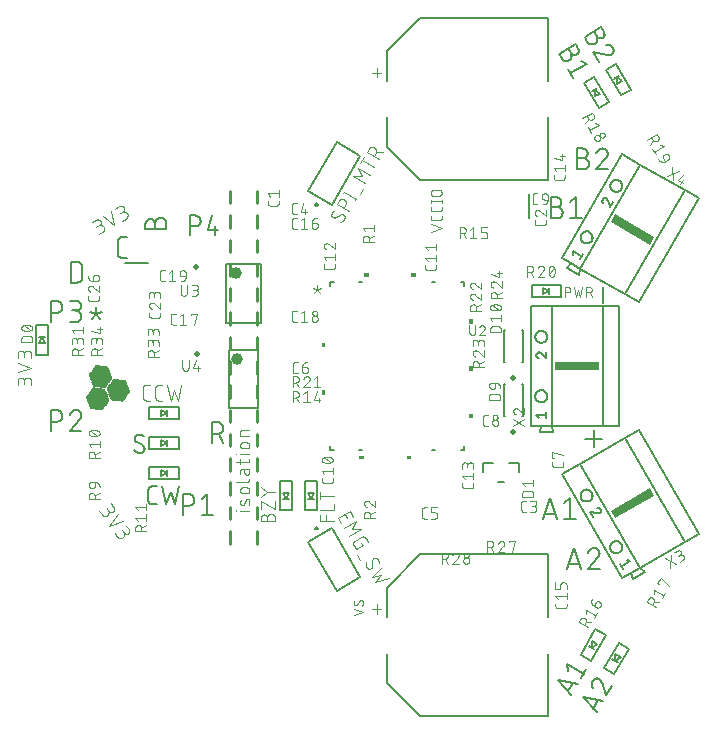
<source format=gbr>
G04 EAGLE Gerber RS-274X export*
G75*
%MOMM*%
%FSLAX34Y34*%
%LPD*%
%INSilkscreen Top*%
%IPPOS*%
%AMOC8*
5,1,8,0,0,1.08239X$1,22.5*%
G01*
%ADD10C,0.101600*%
%ADD11R,0.014731X0.014731*%
%ADD12R,0.147319X0.014731*%
%ADD13R,0.265175X0.014731*%
%ADD14R,0.383031X0.014731*%
%ADD15R,0.515619X0.014731*%
%ADD16R,0.633475X0.014731*%
%ADD17R,0.751331X0.014731*%
%ADD18R,0.883919X0.014731*%
%ADD19R,1.001775X0.014731*%
%ADD20R,1.119631X0.014731*%
%ADD21R,1.134363X0.014731*%
%ADD22R,1.149094X0.014731*%
%ADD23R,1.163825X0.014731*%
%ADD24R,1.178556X0.014731*%
%ADD25R,1.193288X0.014731*%
%ADD26R,1.222756X0.014731*%
%ADD27R,1.237488X0.014731*%
%ADD28R,1.266950X0.014731*%
%ADD29R,1.281681X0.014731*%
%ADD30R,1.311144X0.014731*%
%ADD31R,1.325881X0.014731*%
%ADD32R,1.355344X0.014731*%
%ADD33R,1.370075X0.014731*%
%ADD34R,1.384806X0.014731*%
%ADD35R,1.399538X0.014731*%
%ADD36R,1.414275X0.014731*%
%ADD37R,1.443738X0.014731*%
%ADD38R,1.458469X0.014731*%
%ADD39R,1.487931X0.014731*%
%ADD40R,1.502663X0.014731*%
%ADD41R,1.517394X0.014731*%
%ADD42R,1.532125X0.014731*%
%ADD43R,1.546856X0.014731*%
%ADD44R,1.576319X0.014731*%
%ADD45R,1.605788X0.014731*%
%ADD46R,1.620519X0.014731*%
%ADD47R,1.649981X0.014731*%
%ADD48R,1.664713X0.014731*%
%ADD49R,1.694175X0.014731*%
%ADD50R,1.708913X0.014731*%
%ADD51R,1.738375X0.014731*%
%ADD52R,1.753106X0.014731*%
%ADD53R,1.767838X0.014731*%
%ADD54R,1.782569X0.014731*%
%ADD55R,1.797306X0.014731*%
%ADD56R,0.117856X0.014731*%
%ADD57R,1.826769X0.014731*%
%ADD58R,0.235713X0.014731*%
%ADD59R,0.353569X0.014731*%
%ADD60R,1.856231X0.014731*%
%ADD61R,0.486156X0.014731*%
%ADD62R,1.870963X0.014731*%
%ADD63R,0.604013X0.014731*%
%ADD64R,0.721869X0.014731*%
%ADD65R,1.885694X0.014731*%
%ADD66R,0.839719X0.014731*%
%ADD67R,0.972306X0.014731*%
%ADD68R,1.090169X0.014731*%
%ADD69R,1.208025X0.014731*%
%ADD70R,1.252219X0.014731*%
%ADD71R,1.296412X0.014731*%
%ADD72R,1.340612X0.014731*%
%ADD73R,1.826763X0.014731*%
%ADD74R,1.414269X0.014731*%
%ADD75R,1.812031X0.014731*%
%ADD76R,1.429000X0.014731*%
%ADD77R,1.458462X0.014731*%
%ADD78R,1.473200X0.014731*%
%ADD79R,1.723644X0.014731*%
%ADD80R,1.694181X0.014731*%
%ADD81R,1.679450X0.014731*%
%ADD82R,1.561594X0.014731*%
%ADD83R,1.576325X0.014731*%
%ADD84R,1.591056X0.014731*%
%ADD85R,1.635250X0.014731*%
%ADD86R,1.561588X0.014731*%
%ADD87R,1.443731X0.014731*%
%ADD88R,1.797300X0.014731*%
%ADD89R,1.841500X0.014731*%
%ADD90R,1.311150X0.014731*%
%ADD91R,1.296419X0.014731*%
%ADD92R,1.193294X0.014731*%
%ADD93R,0.957575X0.014731*%
%ADD94R,0.589281X0.014731*%
%ADD95R,0.471425X0.014731*%
%ADD96R,0.220975X0.014731*%
%ADD97R,1.812038X0.014731*%
%ADD98R,0.103119X0.014731*%
%ADD99R,0.029463X0.014731*%
%ADD100R,0.162050X0.014731*%
%ADD101R,0.397763X0.014731*%
%ADD102R,0.648206X0.014731*%
%ADD103R,1.679444X0.014731*%
%ADD104R,1.016506X0.014731*%
%ADD105R,1.104900X0.014731*%
%ADD106R,1.222750X0.014731*%
%ADD107R,1.429006X0.014731*%
%ADD108R,1.208019X0.014731*%
%ADD109R,0.987044X0.014731*%
%ADD110R,0.854456X0.014731*%
%ADD111R,0.618744X0.014731*%
%ADD112R,0.500888X0.014731*%
%ADD113R,0.368300X0.014731*%
%ADD114R,0.132587X0.014731*%
%ADD115R,1.664719X0.014731*%
%ADD116R,1.075438X0.014731*%
%ADD117R,0.942844X0.014731*%
%ADD118R,0.707131X0.014731*%
%ADD119R,0.456694X0.014731*%
%ADD120R,0.088388X0.014731*%
%ADD121C,0.152400*%
%ADD122C,0.254000*%
%ADD123C,0.177800*%
%ADD124C,0.127000*%
%ADD125C,0.076200*%
%ADD126C,0.050800*%
%ADD127C,0.200000*%
%ADD128R,3.810000X0.762000*%
%ADD129R,0.762000X3.810000*%
%ADD130C,0.150000*%
%ADD131C,0.500000*%
%ADD132C,1.000000*%

G36*
X-205862Y75975D02*
X-205862Y75975D01*
X-205860Y75974D01*
X-205817Y75994D01*
X-205773Y76012D01*
X-205772Y76014D01*
X-205770Y76015D01*
X-205738Y76100D01*
X-205738Y78640D01*
X-205738Y78642D01*
X-205738Y78644D01*
X-205757Y78687D01*
X-205776Y78731D01*
X-205778Y78731D01*
X-205779Y78733D01*
X-205864Y78766D01*
X-209674Y78766D01*
X-209676Y78765D01*
X-209678Y78766D01*
X-209721Y78746D01*
X-209764Y78728D01*
X-209765Y78726D01*
X-209767Y78725D01*
X-209800Y78640D01*
X-209800Y76100D01*
X-209799Y76098D01*
X-209800Y76096D01*
X-209780Y76053D01*
X-209762Y76009D01*
X-209760Y76009D01*
X-209759Y76007D01*
X-209674Y75974D01*
X-205864Y75974D01*
X-205862Y75975D01*
G37*
G36*
X-165862Y75975D02*
X-165862Y75975D01*
X-165860Y75974D01*
X-165817Y75994D01*
X-165773Y76012D01*
X-165772Y76014D01*
X-165770Y76015D01*
X-165738Y76100D01*
X-165738Y78640D01*
X-165738Y78642D01*
X-165738Y78644D01*
X-165757Y78687D01*
X-165776Y78731D01*
X-165778Y78731D01*
X-165779Y78733D01*
X-165864Y78766D01*
X-169674Y78766D01*
X-169676Y78765D01*
X-169678Y78766D01*
X-169721Y78746D01*
X-169764Y78728D01*
X-169765Y78726D01*
X-169767Y78725D01*
X-169800Y78640D01*
X-169800Y76100D01*
X-169799Y76098D01*
X-169800Y76096D01*
X-169780Y76053D01*
X-169762Y76009D01*
X-169760Y76009D01*
X-169759Y76007D01*
X-169674Y75974D01*
X-165864Y75974D01*
X-165862Y75975D01*
G37*
G36*
X-118127Y35970D02*
X-118127Y35970D01*
X-118125Y35969D01*
X-118082Y35989D01*
X-118038Y36007D01*
X-118037Y36009D01*
X-118035Y36010D01*
X-118003Y36095D01*
X-118003Y39905D01*
X-118003Y39907D01*
X-118003Y39909D01*
X-118022Y39952D01*
X-118041Y39996D01*
X-118043Y39996D01*
X-118044Y39998D01*
X-118129Y40031D01*
X-120669Y40031D01*
X-120671Y40030D01*
X-120673Y40031D01*
X-120716Y40011D01*
X-120759Y39993D01*
X-120760Y39991D01*
X-120762Y39990D01*
X-120795Y39905D01*
X-120795Y36095D01*
X-120794Y36093D01*
X-120795Y36091D01*
X-120775Y36048D01*
X-120757Y36004D01*
X-120755Y36004D01*
X-120754Y36002D01*
X-120669Y35969D01*
X-118129Y35969D01*
X-118127Y35970D01*
G37*
G36*
X-242867Y15970D02*
X-242867Y15970D01*
X-242865Y15969D01*
X-242822Y15989D01*
X-242778Y16007D01*
X-242777Y16009D01*
X-242775Y16010D01*
X-242743Y16095D01*
X-242743Y19905D01*
X-242743Y19907D01*
X-242743Y19909D01*
X-242762Y19952D01*
X-242781Y19996D01*
X-242783Y19996D01*
X-242784Y19998D01*
X-242869Y20031D01*
X-245409Y20031D01*
X-245411Y20030D01*
X-245413Y20031D01*
X-245456Y20011D01*
X-245499Y19993D01*
X-245500Y19991D01*
X-245502Y19990D01*
X-245535Y19905D01*
X-245535Y16095D01*
X-245534Y16093D01*
X-245535Y16091D01*
X-245515Y16048D01*
X-245497Y16004D01*
X-245495Y16004D01*
X-245494Y16002D01*
X-245409Y15969D01*
X-242869Y15969D01*
X-242867Y15970D01*
G37*
G36*
X-118127Y-4030D02*
X-118127Y-4030D01*
X-118125Y-4031D01*
X-118082Y-4011D01*
X-118038Y-3993D01*
X-118037Y-3991D01*
X-118035Y-3990D01*
X-118003Y-3905D01*
X-118003Y-95D01*
X-118003Y-93D01*
X-118003Y-91D01*
X-118022Y-48D01*
X-118041Y-4D01*
X-118043Y-4D01*
X-118044Y-2D01*
X-118129Y31D01*
X-120669Y31D01*
X-120671Y30D01*
X-120673Y31D01*
X-120716Y11D01*
X-120759Y-7D01*
X-120760Y-9D01*
X-120762Y-10D01*
X-120795Y-95D01*
X-120795Y-3905D01*
X-120794Y-3907D01*
X-120795Y-3909D01*
X-120775Y-3952D01*
X-120757Y-3996D01*
X-120755Y-3996D01*
X-120754Y-3998D01*
X-120669Y-4031D01*
X-118129Y-4031D01*
X-118127Y-4030D01*
G37*
G36*
X-242867Y-24030D02*
X-242867Y-24030D01*
X-242865Y-24031D01*
X-242822Y-24011D01*
X-242778Y-23993D01*
X-242777Y-23991D01*
X-242775Y-23990D01*
X-242743Y-23905D01*
X-242743Y-20095D01*
X-242743Y-20093D01*
X-242743Y-20091D01*
X-242762Y-20048D01*
X-242781Y-20004D01*
X-242783Y-20004D01*
X-242784Y-20002D01*
X-242869Y-19969D01*
X-245409Y-19969D01*
X-245411Y-19970D01*
X-245413Y-19969D01*
X-245456Y-19989D01*
X-245499Y-20007D01*
X-245500Y-20009D01*
X-245502Y-20010D01*
X-245535Y-20095D01*
X-245535Y-23905D01*
X-245534Y-23907D01*
X-245535Y-23909D01*
X-245515Y-23952D01*
X-245497Y-23996D01*
X-245495Y-23996D01*
X-245494Y-23998D01*
X-245409Y-24031D01*
X-242869Y-24031D01*
X-242867Y-24030D01*
G37*
G36*
X-118127Y-44030D02*
X-118127Y-44030D01*
X-118125Y-44031D01*
X-118082Y-44011D01*
X-118038Y-43993D01*
X-118037Y-43991D01*
X-118035Y-43990D01*
X-118003Y-43905D01*
X-118003Y-40095D01*
X-118003Y-40093D01*
X-118003Y-40091D01*
X-118022Y-40048D01*
X-118041Y-40004D01*
X-118043Y-40004D01*
X-118044Y-40002D01*
X-118129Y-39969D01*
X-120669Y-39969D01*
X-120671Y-39970D01*
X-120673Y-39969D01*
X-120716Y-39989D01*
X-120759Y-40007D01*
X-120760Y-40009D01*
X-120762Y-40010D01*
X-120795Y-40095D01*
X-120795Y-43905D01*
X-120794Y-43907D01*
X-120795Y-43909D01*
X-120775Y-43952D01*
X-120757Y-43996D01*
X-120755Y-43996D01*
X-120754Y-43998D01*
X-120669Y-44031D01*
X-118129Y-44031D01*
X-118127Y-44030D01*
G37*
G36*
X-169862Y-78765D02*
X-169862Y-78765D01*
X-169860Y-78766D01*
X-169817Y-78746D01*
X-169773Y-78728D01*
X-169772Y-78726D01*
X-169770Y-78725D01*
X-169738Y-78640D01*
X-169738Y-76100D01*
X-169738Y-76098D01*
X-169738Y-76096D01*
X-169757Y-76053D01*
X-169776Y-76009D01*
X-169778Y-76009D01*
X-169779Y-76007D01*
X-169864Y-75974D01*
X-173674Y-75974D01*
X-173676Y-75975D01*
X-173678Y-75974D01*
X-173721Y-75994D01*
X-173764Y-76012D01*
X-173765Y-76014D01*
X-173767Y-76015D01*
X-173800Y-76100D01*
X-173800Y-78640D01*
X-173799Y-78642D01*
X-173800Y-78644D01*
X-173780Y-78687D01*
X-173762Y-78731D01*
X-173760Y-78731D01*
X-173759Y-78733D01*
X-173674Y-78766D01*
X-169864Y-78766D01*
X-169862Y-78765D01*
G37*
G36*
X-209862Y-78765D02*
X-209862Y-78765D01*
X-209860Y-78766D01*
X-209817Y-78746D01*
X-209773Y-78728D01*
X-209772Y-78726D01*
X-209770Y-78725D01*
X-209738Y-78640D01*
X-209738Y-76100D01*
X-209738Y-76098D01*
X-209738Y-76096D01*
X-209757Y-76053D01*
X-209776Y-76009D01*
X-209778Y-76009D01*
X-209779Y-76007D01*
X-209864Y-75974D01*
X-213674Y-75974D01*
X-213676Y-75975D01*
X-213678Y-75974D01*
X-213721Y-75994D01*
X-213764Y-76012D01*
X-213765Y-76014D01*
X-213767Y-76015D01*
X-213800Y-76100D01*
X-213800Y-78640D01*
X-213799Y-78642D01*
X-213800Y-78644D01*
X-213780Y-78687D01*
X-213762Y-78731D01*
X-213760Y-78731D01*
X-213759Y-78733D01*
X-213674Y-78766D01*
X-209864Y-78766D01*
X-209862Y-78765D01*
G37*
D10*
X-433887Y-122757D02*
X-432025Y-125415D01*
X-432026Y-125416D02*
X-431959Y-125508D01*
X-431890Y-125597D01*
X-431817Y-125684D01*
X-431741Y-125768D01*
X-431662Y-125849D01*
X-431581Y-125928D01*
X-431497Y-126004D01*
X-431410Y-126077D01*
X-431320Y-126146D01*
X-431229Y-126213D01*
X-431135Y-126276D01*
X-431039Y-126336D01*
X-430941Y-126393D01*
X-430841Y-126446D01*
X-430739Y-126496D01*
X-430635Y-126542D01*
X-430530Y-126584D01*
X-430424Y-126623D01*
X-430316Y-126658D01*
X-430207Y-126689D01*
X-430097Y-126717D01*
X-429986Y-126740D01*
X-429875Y-126760D01*
X-429763Y-126776D01*
X-429650Y-126788D01*
X-429537Y-126796D01*
X-429424Y-126800D01*
X-429310Y-126800D01*
X-429197Y-126796D01*
X-429084Y-126788D01*
X-428971Y-126776D01*
X-428859Y-126760D01*
X-428748Y-126740D01*
X-428637Y-126717D01*
X-428527Y-126689D01*
X-428418Y-126658D01*
X-428310Y-126623D01*
X-428204Y-126584D01*
X-428099Y-126542D01*
X-427995Y-126496D01*
X-427893Y-126446D01*
X-427793Y-126393D01*
X-427695Y-126336D01*
X-427599Y-126276D01*
X-427505Y-126213D01*
X-427414Y-126146D01*
X-427324Y-126077D01*
X-427237Y-126004D01*
X-427153Y-125928D01*
X-427072Y-125849D01*
X-426993Y-125768D01*
X-426917Y-125684D01*
X-426844Y-125597D01*
X-426775Y-125508D01*
X-426708Y-125416D01*
X-426645Y-125322D01*
X-426585Y-125226D01*
X-426528Y-125128D01*
X-426475Y-125028D01*
X-426425Y-124926D01*
X-426379Y-124822D01*
X-426337Y-124717D01*
X-426298Y-124611D01*
X-426263Y-124503D01*
X-426232Y-124394D01*
X-426204Y-124284D01*
X-426181Y-124173D01*
X-426161Y-124062D01*
X-426145Y-123950D01*
X-426133Y-123837D01*
X-426125Y-123724D01*
X-426121Y-123611D01*
X-426121Y-123497D01*
X-426125Y-123384D01*
X-426133Y-123271D01*
X-426145Y-123158D01*
X-426161Y-123046D01*
X-426181Y-122935D01*
X-426204Y-122824D01*
X-426232Y-122714D01*
X-426263Y-122605D01*
X-426298Y-122497D01*
X-426337Y-122391D01*
X-426379Y-122286D01*
X-426425Y-122182D01*
X-426475Y-122080D01*
X-426528Y-121980D01*
X-426585Y-121882D01*
X-426645Y-121786D01*
X-426708Y-121692D01*
X-422082Y-119245D02*
X-424316Y-116055D01*
X-422082Y-119246D02*
X-422026Y-119330D01*
X-421973Y-119415D01*
X-421924Y-119503D01*
X-421878Y-119592D01*
X-421835Y-119684D01*
X-421796Y-119777D01*
X-421761Y-119871D01*
X-421729Y-119966D01*
X-421701Y-120063D01*
X-421677Y-120161D01*
X-421657Y-120259D01*
X-421640Y-120359D01*
X-421628Y-120459D01*
X-421619Y-120559D01*
X-421614Y-120659D01*
X-421613Y-120760D01*
X-421616Y-120861D01*
X-421623Y-120961D01*
X-421634Y-121061D01*
X-421648Y-121161D01*
X-421667Y-121260D01*
X-421689Y-121358D01*
X-421715Y-121455D01*
X-421745Y-121552D01*
X-421778Y-121646D01*
X-421815Y-121740D01*
X-421856Y-121832D01*
X-421901Y-121923D01*
X-421948Y-122011D01*
X-422000Y-122098D01*
X-422054Y-122182D01*
X-422112Y-122265D01*
X-422173Y-122345D01*
X-422237Y-122423D01*
X-422304Y-122498D01*
X-422373Y-122571D01*
X-422446Y-122640D01*
X-422521Y-122707D01*
X-422599Y-122771D01*
X-422679Y-122832D01*
X-422762Y-122890D01*
X-422846Y-122944D01*
X-422933Y-122996D01*
X-423021Y-123043D01*
X-423112Y-123088D01*
X-423204Y-123129D01*
X-423298Y-123166D01*
X-423392Y-123199D01*
X-423489Y-123229D01*
X-423586Y-123255D01*
X-423684Y-123277D01*
X-423783Y-123296D01*
X-423883Y-123310D01*
X-423983Y-123321D01*
X-424083Y-123328D01*
X-424184Y-123331D01*
X-424285Y-123330D01*
X-424385Y-123325D01*
X-424485Y-123316D01*
X-424585Y-123304D01*
X-424685Y-123287D01*
X-424783Y-123267D01*
X-424881Y-123243D01*
X-424978Y-123215D01*
X-425073Y-123183D01*
X-425167Y-123148D01*
X-425260Y-123109D01*
X-425352Y-123066D01*
X-425441Y-123020D01*
X-425529Y-122971D01*
X-425614Y-122918D01*
X-425698Y-122862D01*
X-425779Y-122802D01*
X-425858Y-122740D01*
X-425935Y-122674D01*
X-426009Y-122606D01*
X-426080Y-122535D01*
X-426148Y-122461D01*
X-426214Y-122384D01*
X-426276Y-122305D01*
X-426336Y-122224D01*
X-427825Y-120097D01*
X-418132Y-124886D02*
X-425469Y-134778D01*
X-413664Y-131267D01*
X-420775Y-141483D02*
X-418913Y-144141D01*
X-418914Y-144142D02*
X-418847Y-144234D01*
X-418778Y-144323D01*
X-418705Y-144410D01*
X-418629Y-144494D01*
X-418550Y-144575D01*
X-418469Y-144654D01*
X-418385Y-144730D01*
X-418298Y-144803D01*
X-418208Y-144872D01*
X-418117Y-144939D01*
X-418023Y-145002D01*
X-417927Y-145062D01*
X-417829Y-145119D01*
X-417729Y-145172D01*
X-417627Y-145222D01*
X-417523Y-145268D01*
X-417418Y-145310D01*
X-417312Y-145349D01*
X-417204Y-145384D01*
X-417095Y-145415D01*
X-416985Y-145443D01*
X-416874Y-145466D01*
X-416763Y-145486D01*
X-416651Y-145502D01*
X-416538Y-145514D01*
X-416425Y-145522D01*
X-416312Y-145526D01*
X-416198Y-145526D01*
X-416085Y-145522D01*
X-415972Y-145514D01*
X-415859Y-145502D01*
X-415747Y-145486D01*
X-415636Y-145466D01*
X-415525Y-145443D01*
X-415415Y-145415D01*
X-415306Y-145384D01*
X-415198Y-145349D01*
X-415092Y-145310D01*
X-414987Y-145268D01*
X-414883Y-145222D01*
X-414781Y-145172D01*
X-414681Y-145119D01*
X-414583Y-145062D01*
X-414487Y-145002D01*
X-414393Y-144939D01*
X-414302Y-144872D01*
X-414212Y-144803D01*
X-414125Y-144730D01*
X-414041Y-144654D01*
X-413960Y-144575D01*
X-413881Y-144494D01*
X-413805Y-144410D01*
X-413732Y-144323D01*
X-413663Y-144234D01*
X-413596Y-144142D01*
X-413533Y-144048D01*
X-413473Y-143952D01*
X-413416Y-143854D01*
X-413363Y-143754D01*
X-413313Y-143652D01*
X-413267Y-143548D01*
X-413225Y-143443D01*
X-413186Y-143337D01*
X-413151Y-143229D01*
X-413120Y-143120D01*
X-413092Y-143010D01*
X-413069Y-142899D01*
X-413049Y-142788D01*
X-413033Y-142676D01*
X-413021Y-142563D01*
X-413013Y-142450D01*
X-413009Y-142337D01*
X-413009Y-142223D01*
X-413013Y-142110D01*
X-413021Y-141997D01*
X-413033Y-141884D01*
X-413049Y-141772D01*
X-413069Y-141661D01*
X-413092Y-141550D01*
X-413120Y-141440D01*
X-413151Y-141331D01*
X-413186Y-141223D01*
X-413225Y-141117D01*
X-413267Y-141012D01*
X-413313Y-140908D01*
X-413363Y-140806D01*
X-413416Y-140706D01*
X-413473Y-140608D01*
X-413533Y-140512D01*
X-413596Y-140418D01*
X-408970Y-137971D02*
X-411204Y-134781D01*
X-408970Y-137971D02*
X-408914Y-138055D01*
X-408861Y-138140D01*
X-408812Y-138228D01*
X-408766Y-138317D01*
X-408723Y-138409D01*
X-408684Y-138502D01*
X-408649Y-138596D01*
X-408617Y-138691D01*
X-408589Y-138788D01*
X-408565Y-138886D01*
X-408545Y-138984D01*
X-408528Y-139084D01*
X-408516Y-139184D01*
X-408507Y-139284D01*
X-408502Y-139384D01*
X-408501Y-139485D01*
X-408504Y-139586D01*
X-408511Y-139686D01*
X-408522Y-139786D01*
X-408536Y-139886D01*
X-408555Y-139985D01*
X-408577Y-140083D01*
X-408603Y-140180D01*
X-408633Y-140277D01*
X-408666Y-140371D01*
X-408703Y-140465D01*
X-408744Y-140557D01*
X-408789Y-140648D01*
X-408836Y-140736D01*
X-408888Y-140823D01*
X-408942Y-140907D01*
X-409000Y-140990D01*
X-409061Y-141070D01*
X-409125Y-141148D01*
X-409192Y-141223D01*
X-409261Y-141296D01*
X-409334Y-141365D01*
X-409409Y-141432D01*
X-409487Y-141496D01*
X-409567Y-141557D01*
X-409650Y-141615D01*
X-409734Y-141669D01*
X-409821Y-141721D01*
X-409909Y-141768D01*
X-410000Y-141813D01*
X-410092Y-141854D01*
X-410186Y-141891D01*
X-410280Y-141924D01*
X-410377Y-141954D01*
X-410474Y-141980D01*
X-410572Y-142002D01*
X-410671Y-142021D01*
X-410771Y-142035D01*
X-410871Y-142046D01*
X-410971Y-142053D01*
X-411072Y-142056D01*
X-411173Y-142055D01*
X-411273Y-142050D01*
X-411373Y-142041D01*
X-411473Y-142029D01*
X-411573Y-142012D01*
X-411671Y-141992D01*
X-411769Y-141968D01*
X-411866Y-141940D01*
X-411961Y-141908D01*
X-412055Y-141873D01*
X-412148Y-141834D01*
X-412240Y-141791D01*
X-412329Y-141745D01*
X-412417Y-141696D01*
X-412502Y-141643D01*
X-412586Y-141587D01*
X-412667Y-141527D01*
X-412746Y-141465D01*
X-412823Y-141399D01*
X-412897Y-141331D01*
X-412968Y-141260D01*
X-413036Y-141186D01*
X-413102Y-141109D01*
X-413164Y-141030D01*
X-413224Y-140949D01*
X-413224Y-140950D02*
X-414713Y-138823D01*
X-434282Y111978D02*
X-431471Y113601D01*
X-431471Y113600D02*
X-431374Y113658D01*
X-431279Y113720D01*
X-431186Y113785D01*
X-431096Y113853D01*
X-431008Y113924D01*
X-430922Y113999D01*
X-430839Y114076D01*
X-430759Y114156D01*
X-430682Y114239D01*
X-430607Y114325D01*
X-430536Y114413D01*
X-430468Y114503D01*
X-430403Y114596D01*
X-430341Y114691D01*
X-430283Y114788D01*
X-430228Y114887D01*
X-430177Y114988D01*
X-430129Y115091D01*
X-430084Y115195D01*
X-430044Y115301D01*
X-430007Y115408D01*
X-429974Y115516D01*
X-429944Y115626D01*
X-429919Y115736D01*
X-429897Y115847D01*
X-429880Y115959D01*
X-429866Y116072D01*
X-429856Y116185D01*
X-429850Y116298D01*
X-429848Y116411D01*
X-429850Y116524D01*
X-429856Y116637D01*
X-429866Y116750D01*
X-429880Y116863D01*
X-429897Y116975D01*
X-429919Y117086D01*
X-429944Y117196D01*
X-429974Y117306D01*
X-430007Y117414D01*
X-430044Y117521D01*
X-430084Y117627D01*
X-430129Y117731D01*
X-430177Y117834D01*
X-430228Y117935D01*
X-430283Y118034D01*
X-430341Y118131D01*
X-430403Y118226D01*
X-430468Y118319D01*
X-430536Y118409D01*
X-430607Y118497D01*
X-430682Y118583D01*
X-430759Y118666D01*
X-430839Y118746D01*
X-430922Y118823D01*
X-431008Y118898D01*
X-431096Y118969D01*
X-431186Y119037D01*
X-431279Y119102D01*
X-431374Y119164D01*
X-431471Y119222D01*
X-431570Y119277D01*
X-431671Y119328D01*
X-431774Y119376D01*
X-431878Y119421D01*
X-431984Y119461D01*
X-432091Y119498D01*
X-432199Y119531D01*
X-432309Y119561D01*
X-432419Y119586D01*
X-432530Y119608D01*
X-432642Y119625D01*
X-432755Y119639D01*
X-432868Y119649D01*
X-432981Y119655D01*
X-433094Y119657D01*
X-433207Y119655D01*
X-433320Y119649D01*
X-433433Y119639D01*
X-433546Y119625D01*
X-433658Y119608D01*
X-433769Y119586D01*
X-433879Y119561D01*
X-433989Y119531D01*
X-434097Y119498D01*
X-434204Y119461D01*
X-434310Y119421D01*
X-434414Y119376D01*
X-434517Y119328D01*
X-434618Y119277D01*
X-434717Y119222D01*
X-436751Y124044D02*
X-440124Y122097D01*
X-436752Y124044D02*
X-436663Y124093D01*
X-436573Y124138D01*
X-436482Y124180D01*
X-436388Y124218D01*
X-436294Y124252D01*
X-436198Y124283D01*
X-436101Y124310D01*
X-436003Y124333D01*
X-435904Y124353D01*
X-435804Y124368D01*
X-435704Y124380D01*
X-435604Y124388D01*
X-435503Y124392D01*
X-435403Y124392D01*
X-435302Y124388D01*
X-435202Y124380D01*
X-435102Y124368D01*
X-435002Y124353D01*
X-434903Y124333D01*
X-434805Y124310D01*
X-434708Y124283D01*
X-434612Y124252D01*
X-434518Y124218D01*
X-434424Y124180D01*
X-434333Y124138D01*
X-434243Y124093D01*
X-434155Y124044D01*
X-434068Y123992D01*
X-433984Y123937D01*
X-433902Y123878D01*
X-433823Y123816D01*
X-433745Y123752D01*
X-433671Y123684D01*
X-433599Y123613D01*
X-433530Y123540D01*
X-433464Y123464D01*
X-433400Y123386D01*
X-433340Y123305D01*
X-433283Y123222D01*
X-433230Y123137D01*
X-433179Y123050D01*
X-433132Y122961D01*
X-433089Y122870D01*
X-433049Y122777D01*
X-433013Y122683D01*
X-432980Y122588D01*
X-432951Y122491D01*
X-432926Y122394D01*
X-432905Y122295D01*
X-432887Y122196D01*
X-432874Y122096D01*
X-432864Y121996D01*
X-432858Y121896D01*
X-432856Y121795D01*
X-432858Y121694D01*
X-432864Y121594D01*
X-432874Y121494D01*
X-432887Y121394D01*
X-432905Y121295D01*
X-432926Y121196D01*
X-432951Y121099D01*
X-432980Y121002D01*
X-433013Y120907D01*
X-433049Y120813D01*
X-433089Y120720D01*
X-433132Y120629D01*
X-433179Y120540D01*
X-433230Y120453D01*
X-433283Y120368D01*
X-433340Y120285D01*
X-433400Y120204D01*
X-433464Y120126D01*
X-433530Y120050D01*
X-433599Y119977D01*
X-433671Y119906D01*
X-433745Y119838D01*
X-433823Y119774D01*
X-433902Y119712D01*
X-433984Y119653D01*
X-434068Y119598D01*
X-434155Y119546D01*
X-434155Y119547D02*
X-436403Y118248D01*
X-430788Y127487D02*
X-421573Y119316D01*
X-424042Y131382D01*
X-414485Y123408D02*
X-411674Y125031D01*
X-411674Y125030D02*
X-411577Y125088D01*
X-411482Y125150D01*
X-411389Y125215D01*
X-411299Y125283D01*
X-411211Y125354D01*
X-411125Y125429D01*
X-411042Y125506D01*
X-410962Y125586D01*
X-410885Y125669D01*
X-410810Y125755D01*
X-410739Y125843D01*
X-410671Y125933D01*
X-410606Y126026D01*
X-410544Y126121D01*
X-410486Y126218D01*
X-410431Y126317D01*
X-410380Y126418D01*
X-410332Y126521D01*
X-410287Y126625D01*
X-410247Y126731D01*
X-410210Y126838D01*
X-410177Y126946D01*
X-410147Y127056D01*
X-410122Y127166D01*
X-410100Y127277D01*
X-410083Y127389D01*
X-410069Y127502D01*
X-410059Y127615D01*
X-410053Y127728D01*
X-410051Y127841D01*
X-410053Y127954D01*
X-410059Y128067D01*
X-410069Y128180D01*
X-410083Y128293D01*
X-410100Y128405D01*
X-410122Y128516D01*
X-410147Y128626D01*
X-410177Y128736D01*
X-410210Y128844D01*
X-410247Y128951D01*
X-410287Y129057D01*
X-410332Y129161D01*
X-410380Y129264D01*
X-410431Y129365D01*
X-410486Y129464D01*
X-410544Y129561D01*
X-410606Y129656D01*
X-410671Y129749D01*
X-410739Y129839D01*
X-410810Y129927D01*
X-410885Y130013D01*
X-410962Y130096D01*
X-411042Y130176D01*
X-411125Y130253D01*
X-411211Y130328D01*
X-411299Y130399D01*
X-411389Y130467D01*
X-411482Y130532D01*
X-411577Y130594D01*
X-411674Y130652D01*
X-411773Y130707D01*
X-411874Y130758D01*
X-411977Y130806D01*
X-412081Y130851D01*
X-412187Y130891D01*
X-412294Y130928D01*
X-412402Y130961D01*
X-412512Y130991D01*
X-412622Y131016D01*
X-412733Y131038D01*
X-412845Y131055D01*
X-412958Y131069D01*
X-413071Y131079D01*
X-413184Y131085D01*
X-413297Y131087D01*
X-413410Y131085D01*
X-413523Y131079D01*
X-413636Y131069D01*
X-413749Y131055D01*
X-413861Y131038D01*
X-413972Y131016D01*
X-414082Y130991D01*
X-414192Y130961D01*
X-414300Y130928D01*
X-414407Y130891D01*
X-414513Y130851D01*
X-414617Y130806D01*
X-414720Y130758D01*
X-414821Y130707D01*
X-414920Y130652D01*
X-416954Y135474D02*
X-420327Y133526D01*
X-416955Y135474D02*
X-416866Y135523D01*
X-416776Y135568D01*
X-416685Y135610D01*
X-416591Y135648D01*
X-416497Y135682D01*
X-416401Y135713D01*
X-416304Y135740D01*
X-416206Y135763D01*
X-416107Y135783D01*
X-416007Y135798D01*
X-415907Y135810D01*
X-415807Y135818D01*
X-415706Y135822D01*
X-415606Y135822D01*
X-415505Y135818D01*
X-415405Y135810D01*
X-415305Y135798D01*
X-415205Y135783D01*
X-415106Y135763D01*
X-415008Y135740D01*
X-414911Y135713D01*
X-414815Y135682D01*
X-414721Y135648D01*
X-414627Y135610D01*
X-414536Y135568D01*
X-414446Y135523D01*
X-414358Y135474D01*
X-414271Y135422D01*
X-414187Y135367D01*
X-414105Y135308D01*
X-414026Y135246D01*
X-413948Y135182D01*
X-413874Y135114D01*
X-413802Y135043D01*
X-413733Y134970D01*
X-413667Y134894D01*
X-413603Y134816D01*
X-413543Y134735D01*
X-413486Y134652D01*
X-413433Y134567D01*
X-413382Y134480D01*
X-413335Y134391D01*
X-413292Y134300D01*
X-413252Y134207D01*
X-413216Y134113D01*
X-413183Y134018D01*
X-413154Y133921D01*
X-413129Y133824D01*
X-413108Y133725D01*
X-413090Y133626D01*
X-413077Y133526D01*
X-413067Y133426D01*
X-413061Y133326D01*
X-413059Y133225D01*
X-413061Y133124D01*
X-413067Y133024D01*
X-413077Y132924D01*
X-413090Y132824D01*
X-413108Y132725D01*
X-413129Y132626D01*
X-413154Y132529D01*
X-413183Y132432D01*
X-413216Y132337D01*
X-413252Y132243D01*
X-413292Y132150D01*
X-413335Y132059D01*
X-413382Y131970D01*
X-413433Y131883D01*
X-413486Y131798D01*
X-413543Y131715D01*
X-413603Y131634D01*
X-413667Y131556D01*
X-413733Y131480D01*
X-413802Y131407D01*
X-413874Y131336D01*
X-413948Y131268D01*
X-414026Y131204D01*
X-414105Y131142D01*
X-414187Y131083D01*
X-414271Y131028D01*
X-414358Y130976D01*
X-414357Y130977D02*
X-416606Y129678D01*
D11*
X-431491Y-37390D03*
D12*
X-432007Y-37243D03*
D13*
X-432596Y-37095D03*
D14*
X-433038Y-36948D03*
D15*
X-433554Y-36801D03*
D16*
X-433996Y-36653D03*
D17*
X-434585Y-36506D03*
D18*
X-435101Y-36359D03*
D19*
X-435543Y-36212D03*
D20*
X-435985Y-36064D03*
D21*
X-436058Y-35917D03*
D22*
X-435985Y-35770D03*
D23*
X-435911Y-35622D03*
D24*
X-435985Y-35475D03*
D25*
X-435911Y-35328D03*
D26*
X-435911Y-35180D03*
D27*
X-435837Y-35033D03*
X-435837Y-34886D03*
D28*
X-435837Y-34738D03*
D29*
X-435764Y-34591D03*
D30*
X-435764Y-34444D03*
X-435764Y-34296D03*
D31*
X-435690Y-34149D03*
D32*
X-435690Y-34002D03*
D33*
X-435616Y-33854D03*
D34*
X-435690Y-33707D03*
D35*
X-435616Y-33560D03*
D36*
X-435543Y-33412D03*
D37*
X-435543Y-33265D03*
X-435543Y-33118D03*
D38*
X-435469Y-32970D03*
D39*
X-435469Y-32823D03*
D40*
X-435395Y-32676D03*
D41*
X-435469Y-32529D03*
D42*
X-435395Y-32381D03*
D43*
X-435322Y-32234D03*
D44*
X-435322Y-32087D03*
X-435322Y-31939D03*
D45*
X-435322Y-31792D03*
D46*
X-435248Y-31645D03*
X-435248Y-31497D03*
D47*
X-435248Y-31350D03*
D48*
X-435174Y-31203D03*
D49*
X-435174Y-31055D03*
X-435174Y-30908D03*
D50*
X-435101Y-30761D03*
D51*
X-435101Y-30613D03*
D52*
X-435027Y-30466D03*
D53*
X-435101Y-30319D03*
D54*
X-435027Y-30171D03*
D55*
X-434953Y-30024D03*
D56*
X-414476Y-30024D03*
D57*
X-434953Y-29877D03*
D58*
X-415065Y-29877D03*
D57*
X-434953Y-29729D03*
D59*
X-415507Y-29729D03*
D60*
X-434953Y-29582D03*
D61*
X-416023Y-29582D03*
D62*
X-434880Y-29435D03*
D63*
X-416465Y-29435D03*
D62*
X-434880Y-29287D03*
D64*
X-417054Y-29287D03*
D65*
X-434953Y-29140D03*
D66*
X-417496Y-29140D03*
D65*
X-434953Y-28993D03*
D67*
X-418012Y-28993D03*
D62*
X-435027Y-28846D03*
D68*
X-418454Y-28846D03*
D65*
X-435101Y-28698D03*
D20*
X-418601Y-28698D03*
D65*
X-435101Y-28551D03*
D22*
X-418601Y-28551D03*
D65*
X-435248Y-28404D03*
D23*
X-418527Y-28404D03*
D65*
X-435248Y-28256D03*
D24*
X-418454Y-28256D03*
D62*
X-435322Y-28109D03*
D25*
X-418527Y-28109D03*
D65*
X-435395Y-27962D03*
D69*
X-418454Y-27962D03*
D65*
X-435395Y-27814D03*
D27*
X-418454Y-27814D03*
D65*
X-435543Y-27667D03*
D70*
X-418380Y-27667D03*
D65*
X-435543Y-27520D03*
D70*
X-418380Y-27520D03*
D62*
X-435616Y-27372D03*
D29*
X-418380Y-27372D03*
D65*
X-435690Y-27225D03*
D71*
X-418306Y-27225D03*
D65*
X-435690Y-27078D03*
D31*
X-418306Y-27078D03*
D65*
X-435837Y-26930D03*
D31*
X-418306Y-26930D03*
D65*
X-435837Y-26783D03*
D72*
X-418233Y-26783D03*
D62*
X-435911Y-26636D03*
D33*
X-418233Y-26636D03*
D60*
X-435837Y-26488D03*
D34*
X-418159Y-26488D03*
D60*
X-435837Y-26341D03*
D35*
X-418233Y-26341D03*
D73*
X-435837Y-26194D03*
D74*
X-418159Y-26194D03*
D75*
X-435764Y-26046D03*
D76*
X-418085Y-26046D03*
D54*
X-435764Y-25899D03*
D77*
X-418085Y-25899D03*
D54*
X-435764Y-25752D03*
D77*
X-418085Y-25752D03*
D53*
X-435690Y-25604D03*
D78*
X-418012Y-25604D03*
D51*
X-435690Y-25457D03*
D40*
X-418012Y-25457D03*
D79*
X-435616Y-25310D03*
D40*
X-418012Y-25310D03*
D50*
X-435690Y-25163D03*
D42*
X-418012Y-25163D03*
D80*
X-435616Y-25015D03*
D43*
X-417938Y-25015D03*
D81*
X-435543Y-24868D03*
D82*
X-417864Y-24868D03*
D47*
X-435543Y-24721D03*
D83*
X-417938Y-24721D03*
D47*
X-435543Y-24573D03*
D84*
X-417864Y-24573D03*
D85*
X-435469Y-24426D03*
D46*
X-417864Y-24426D03*
D45*
X-435469Y-24279D03*
D85*
X-417791Y-24279D03*
D45*
X-435469Y-24131D03*
D85*
X-417791Y-24131D03*
D83*
X-435469Y-23984D03*
D48*
X-417791Y-23984D03*
D86*
X-435395Y-23837D03*
D81*
X-417717Y-23837D03*
D43*
X-435322Y-23689D03*
D50*
X-417717Y-23689D03*
D42*
X-435395Y-23542D03*
D50*
X-417717Y-23542D03*
D41*
X-435322Y-23395D03*
D79*
X-417643Y-23395D03*
D39*
X-435322Y-23247D03*
D52*
X-417643Y-23247D03*
D78*
X-435248Y-23100D03*
D53*
X-417570Y-23100D03*
D78*
X-435248Y-22953D03*
D54*
X-417643Y-22953D03*
D87*
X-435248Y-22805D03*
D88*
X-417570Y-22805D03*
D76*
X-435174Y-22658D03*
D75*
X-417496Y-22658D03*
D35*
X-435174Y-22511D03*
D89*
X-417496Y-22511D03*
D35*
X-435174Y-22363D03*
D89*
X-417496Y-22363D03*
D34*
X-435101Y-22216D03*
D62*
X-417496Y-22216D03*
D32*
X-435101Y-22069D03*
D65*
X-417422Y-22069D03*
D72*
X-435027Y-21921D03*
D62*
X-417496Y-21921D03*
D31*
X-435101Y-21774D03*
D65*
X-417570Y-21774D03*
D90*
X-435027Y-21627D03*
D65*
X-417570Y-21627D03*
D91*
X-434953Y-21480D03*
D62*
X-417643Y-21480D03*
D28*
X-434953Y-21332D03*
D65*
X-417717Y-21332D03*
D28*
X-434953Y-21185D03*
D65*
X-417717Y-21185D03*
D70*
X-434880Y-21038D03*
D65*
X-417864Y-21038D03*
D26*
X-434880Y-20890D03*
D65*
X-417864Y-20890D03*
D69*
X-434806Y-20743D03*
D62*
X-417938Y-20743D03*
D92*
X-434880Y-20596D03*
D65*
X-418012Y-20596D03*
D24*
X-434806Y-20448D03*
D65*
X-418012Y-20448D03*
D23*
X-434732Y-20301D03*
D65*
X-418159Y-20301D03*
D22*
X-434806Y-20154D03*
D65*
X-418159Y-20154D03*
D21*
X-434732Y-20006D03*
D62*
X-418233Y-20006D03*
D68*
X-434806Y-19859D03*
D65*
X-418306Y-19859D03*
D93*
X-435322Y-19712D03*
D65*
X-418306Y-19712D03*
D66*
X-435911Y-19564D03*
D65*
X-418454Y-19564D03*
D64*
X-436353Y-19417D03*
D65*
X-418454Y-19417D03*
D94*
X-436869Y-19270D03*
D60*
X-418454Y-19270D03*
D95*
X-437311Y-19122D03*
D89*
X-418380Y-19122D03*
D59*
X-437900Y-18975D03*
D89*
X-418380Y-18975D03*
D96*
X-438415Y-18828D03*
D97*
X-418380Y-18828D03*
D98*
X-438857Y-18680D03*
D55*
X-418306Y-18680D03*
D99*
X-429061Y-18533D03*
D54*
X-418380Y-18533D03*
D100*
X-429576Y-18386D03*
D53*
X-418306Y-18386D03*
D13*
X-430092Y-18238D03*
D52*
X-418233Y-18238D03*
D101*
X-430607Y-18091D03*
D79*
X-418233Y-18091D03*
D15*
X-431049Y-17944D03*
D79*
X-418233Y-17944D03*
D102*
X-431565Y-17797D03*
D80*
X-418233Y-17797D03*
D17*
X-432081Y-17649D03*
D103*
X-418159Y-17649D03*
D18*
X-432596Y-17502D03*
D48*
X-418085Y-17502D03*
D104*
X-433112Y-17355D03*
D47*
X-418159Y-17355D03*
D105*
X-433554Y-17207D03*
D85*
X-418085Y-17207D03*
D21*
X-433554Y-17060D03*
D46*
X-418012Y-17060D03*
D22*
X-433480Y-16913D03*
D84*
X-418012Y-16913D03*
D23*
X-433407Y-16765D03*
D84*
X-418012Y-16765D03*
D24*
X-433480Y-16618D03*
D86*
X-418012Y-16618D03*
D25*
X-433407Y-16471D03*
D43*
X-417938Y-16471D03*
D106*
X-433407Y-16323D03*
D42*
X-417864Y-16323D03*
D27*
X-433333Y-16176D03*
D41*
X-417938Y-16176D03*
D27*
X-433333Y-16029D03*
D40*
X-417864Y-16029D03*
D28*
X-433333Y-15881D03*
D78*
X-417864Y-15881D03*
D29*
X-433259Y-15734D03*
D38*
X-417791Y-15734D03*
D30*
X-433259Y-15587D03*
D38*
X-417791Y-15587D03*
D30*
X-433259Y-15439D03*
D107*
X-417791Y-15439D03*
D31*
X-433186Y-15292D03*
D74*
X-417717Y-15292D03*
D32*
X-433186Y-15145D03*
D34*
X-417717Y-15145D03*
D33*
X-433112Y-14997D03*
D34*
X-417717Y-14997D03*
X-433186Y-14850D03*
D33*
X-417643Y-14850D03*
D35*
X-433112Y-14703D03*
D72*
X-417643Y-14703D03*
D74*
X-433038Y-14555D03*
D72*
X-417643Y-14555D03*
D37*
X-433038Y-14408D03*
D90*
X-417643Y-14408D03*
D37*
X-433038Y-14261D03*
D71*
X-417570Y-14261D03*
D78*
X-433038Y-14114D03*
D29*
X-417496Y-14114D03*
D39*
X-432965Y-13966D03*
D28*
X-417570Y-13966D03*
D40*
X-432891Y-13819D03*
D70*
X-417496Y-13819D03*
D41*
X-432965Y-13672D03*
D26*
X-417496Y-13672D03*
D42*
X-432891Y-13524D03*
D108*
X-417422Y-13524D03*
D86*
X-432891Y-13377D03*
D108*
X-417422Y-13377D03*
D44*
X-432817Y-13230D03*
D24*
X-417422Y-13230D03*
D44*
X-432817Y-13082D03*
D23*
X-417349Y-13082D03*
D45*
X-432817Y-12935D03*
D22*
X-417275Y-12935D03*
D46*
X-432744Y-12788D03*
D21*
X-417349Y-12788D03*
D46*
X-432744Y-12640D03*
D105*
X-417349Y-12640D03*
D47*
X-432744Y-12493D03*
D109*
X-417791Y-12493D03*
D48*
X-432670Y-12346D03*
D110*
X-418306Y-12346D03*
D49*
X-432670Y-12198D03*
D17*
X-418822Y-12198D03*
D49*
X-432670Y-12051D03*
D111*
X-419338Y-12051D03*
D50*
X-432596Y-11904D03*
D112*
X-419779Y-11904D03*
D51*
X-432596Y-11756D03*
D113*
X-420295Y-11756D03*
D52*
X-432523Y-11609D03*
D13*
X-420811Y-11609D03*
D53*
X-432596Y-11462D03*
D114*
X-421326Y-11462D03*
D54*
X-432523Y-11314D03*
D11*
X-421768Y-11314D03*
D55*
X-432449Y-11167D03*
D57*
X-432449Y-11020D03*
X-432449Y-10872D03*
D60*
X-432449Y-10725D03*
D62*
X-432375Y-10578D03*
X-432375Y-10431D03*
D65*
X-432449Y-10283D03*
X-432449Y-10136D03*
X-432596Y-9989D03*
X-432596Y-9841D03*
D62*
X-432670Y-9694D03*
D65*
X-432744Y-9547D03*
X-432744Y-9399D03*
X-432891Y-9252D03*
X-432891Y-9105D03*
D62*
X-432965Y-8957D03*
D65*
X-433038Y-8810D03*
X-433038Y-8663D03*
D62*
X-433112Y-8515D03*
D65*
X-433186Y-8368D03*
X-433186Y-8221D03*
X-433333Y-8073D03*
X-433333Y-7926D03*
D62*
X-433407Y-7779D03*
D60*
X-433333Y-7631D03*
X-433333Y-7484D03*
D73*
X-433333Y-7337D03*
D75*
X-433259Y-7189D03*
D54*
X-433259Y-7042D03*
X-433259Y-6895D03*
D53*
X-433186Y-6748D03*
D51*
X-433186Y-6600D03*
D79*
X-433112Y-6453D03*
D50*
X-433186Y-6306D03*
D80*
X-433112Y-6158D03*
D81*
X-433038Y-6011D03*
D115*
X-433112Y-5864D03*
D47*
X-433038Y-5716D03*
D46*
X-433038Y-5569D03*
D45*
X-432965Y-5422D03*
X-432965Y-5274D03*
D83*
X-432965Y-5127D03*
D86*
X-432891Y-4980D03*
D42*
X-432891Y-4832D03*
X-432891Y-4685D03*
D41*
X-432817Y-4538D03*
D39*
X-432817Y-4390D03*
D78*
X-432744Y-4243D03*
X-432744Y-4096D03*
D87*
X-432744Y-3948D03*
D76*
X-432670Y-3801D03*
D35*
X-432670Y-3654D03*
X-432670Y-3506D03*
D34*
X-432596Y-3359D03*
D32*
X-432596Y-3212D03*
D72*
X-432523Y-3065D03*
D31*
X-432596Y-2917D03*
D90*
X-432523Y-2770D03*
D91*
X-432449Y-2623D03*
D28*
X-432449Y-2475D03*
X-432449Y-2328D03*
D27*
X-432449Y-2181D03*
D26*
X-432375Y-2033D03*
D69*
X-432302Y-1886D03*
D92*
X-432375Y-1739D03*
D24*
X-432302Y-1591D03*
D22*
X-432302Y-1444D03*
X-432302Y-1297D03*
D21*
X-432228Y-1149D03*
D116*
X-432375Y-1002D03*
D117*
X-432891Y-855D03*
D66*
X-433407Y-707D03*
D118*
X-433922Y-560D03*
D94*
X-434364Y-413D03*
D119*
X-434880Y-265D03*
D59*
X-435395Y-118D03*
D96*
X-435911Y29D03*
D120*
X-436427Y177D03*
D121*
X-475128Y37464D02*
X-475128Y55244D01*
X-470189Y55244D01*
X-470049Y55242D01*
X-469910Y55236D01*
X-469770Y55226D01*
X-469631Y55212D01*
X-469492Y55195D01*
X-469354Y55173D01*
X-469217Y55147D01*
X-469080Y55118D01*
X-468944Y55085D01*
X-468810Y55048D01*
X-468676Y55007D01*
X-468544Y54962D01*
X-468412Y54913D01*
X-468283Y54861D01*
X-468155Y54806D01*
X-468028Y54746D01*
X-467903Y54683D01*
X-467780Y54617D01*
X-467659Y54547D01*
X-467540Y54474D01*
X-467423Y54397D01*
X-467309Y54317D01*
X-467196Y54234D01*
X-467086Y54148D01*
X-466979Y54058D01*
X-466874Y53966D01*
X-466772Y53871D01*
X-466672Y53773D01*
X-466575Y53672D01*
X-466481Y53568D01*
X-466391Y53462D01*
X-466303Y53353D01*
X-466218Y53242D01*
X-466137Y53128D01*
X-466058Y53013D01*
X-465983Y52895D01*
X-465912Y52775D01*
X-465844Y52652D01*
X-465779Y52529D01*
X-465718Y52403D01*
X-465660Y52275D01*
X-465606Y52147D01*
X-465556Y52016D01*
X-465509Y51884D01*
X-465466Y51751D01*
X-465427Y51617D01*
X-465392Y51482D01*
X-465361Y51346D01*
X-465333Y51208D01*
X-465310Y51071D01*
X-465290Y50932D01*
X-465274Y50793D01*
X-465262Y50654D01*
X-465254Y50515D01*
X-465250Y50375D01*
X-465250Y50235D01*
X-465254Y50095D01*
X-465262Y49956D01*
X-465274Y49817D01*
X-465290Y49678D01*
X-465310Y49539D01*
X-465333Y49402D01*
X-465361Y49264D01*
X-465392Y49128D01*
X-465427Y48993D01*
X-465466Y48859D01*
X-465509Y48726D01*
X-465556Y48594D01*
X-465606Y48463D01*
X-465660Y48335D01*
X-465718Y48207D01*
X-465779Y48081D01*
X-465844Y47958D01*
X-465912Y47836D01*
X-465983Y47715D01*
X-466058Y47597D01*
X-466137Y47482D01*
X-466218Y47368D01*
X-466303Y47257D01*
X-466391Y47148D01*
X-466481Y47042D01*
X-466575Y46938D01*
X-466672Y46837D01*
X-466772Y46739D01*
X-466874Y46644D01*
X-466979Y46552D01*
X-467086Y46462D01*
X-467196Y46376D01*
X-467309Y46293D01*
X-467423Y46213D01*
X-467540Y46136D01*
X-467659Y46063D01*
X-467780Y45993D01*
X-467903Y45927D01*
X-468028Y45864D01*
X-468155Y45804D01*
X-468283Y45749D01*
X-468412Y45697D01*
X-468544Y45648D01*
X-468676Y45603D01*
X-468810Y45562D01*
X-468944Y45525D01*
X-469080Y45492D01*
X-469217Y45463D01*
X-469354Y45437D01*
X-469492Y45415D01*
X-469631Y45398D01*
X-469770Y45384D01*
X-469910Y45374D01*
X-470049Y45368D01*
X-470189Y45366D01*
X-475128Y45366D01*
X-459133Y37464D02*
X-454194Y37464D01*
X-454054Y37466D01*
X-453915Y37472D01*
X-453775Y37482D01*
X-453636Y37496D01*
X-453497Y37513D01*
X-453359Y37535D01*
X-453222Y37561D01*
X-453085Y37590D01*
X-452949Y37623D01*
X-452815Y37660D01*
X-452681Y37701D01*
X-452549Y37746D01*
X-452417Y37795D01*
X-452288Y37847D01*
X-452160Y37902D01*
X-452033Y37962D01*
X-451908Y38025D01*
X-451785Y38091D01*
X-451664Y38161D01*
X-451545Y38234D01*
X-451428Y38311D01*
X-451314Y38391D01*
X-451201Y38474D01*
X-451091Y38560D01*
X-450984Y38650D01*
X-450879Y38742D01*
X-450777Y38837D01*
X-450677Y38935D01*
X-450580Y39036D01*
X-450486Y39140D01*
X-450396Y39246D01*
X-450308Y39355D01*
X-450223Y39466D01*
X-450142Y39580D01*
X-450063Y39695D01*
X-449988Y39813D01*
X-449917Y39934D01*
X-449849Y40056D01*
X-449784Y40179D01*
X-449723Y40305D01*
X-449665Y40433D01*
X-449611Y40561D01*
X-449561Y40692D01*
X-449514Y40824D01*
X-449471Y40957D01*
X-449432Y41091D01*
X-449397Y41226D01*
X-449366Y41362D01*
X-449338Y41500D01*
X-449315Y41637D01*
X-449295Y41776D01*
X-449279Y41915D01*
X-449267Y42054D01*
X-449259Y42193D01*
X-449255Y42333D01*
X-449255Y42473D01*
X-449259Y42613D01*
X-449267Y42752D01*
X-449279Y42891D01*
X-449295Y43030D01*
X-449315Y43169D01*
X-449338Y43306D01*
X-449366Y43444D01*
X-449397Y43580D01*
X-449432Y43715D01*
X-449471Y43849D01*
X-449514Y43982D01*
X-449561Y44114D01*
X-449611Y44245D01*
X-449665Y44373D01*
X-449723Y44501D01*
X-449784Y44627D01*
X-449849Y44750D01*
X-449917Y44873D01*
X-449988Y44993D01*
X-450063Y45111D01*
X-450142Y45226D01*
X-450223Y45340D01*
X-450308Y45451D01*
X-450396Y45560D01*
X-450486Y45666D01*
X-450580Y45770D01*
X-450677Y45871D01*
X-450777Y45969D01*
X-450879Y46064D01*
X-450984Y46156D01*
X-451091Y46246D01*
X-451201Y46332D01*
X-451314Y46415D01*
X-451428Y46495D01*
X-451545Y46572D01*
X-451664Y46645D01*
X-451785Y46715D01*
X-451908Y46781D01*
X-452033Y46844D01*
X-452160Y46904D01*
X-452288Y46959D01*
X-452417Y47011D01*
X-452549Y47060D01*
X-452681Y47105D01*
X-452815Y47146D01*
X-452949Y47183D01*
X-453085Y47216D01*
X-453222Y47245D01*
X-453359Y47271D01*
X-453497Y47293D01*
X-453636Y47310D01*
X-453775Y47324D01*
X-453915Y47334D01*
X-454054Y47340D01*
X-454194Y47342D01*
X-453206Y55244D02*
X-459133Y55244D01*
X-453206Y55244D02*
X-453082Y55242D01*
X-452958Y55236D01*
X-452834Y55226D01*
X-452711Y55213D01*
X-452588Y55195D01*
X-452466Y55174D01*
X-452344Y55149D01*
X-452223Y55120D01*
X-452104Y55087D01*
X-451985Y55051D01*
X-451868Y55010D01*
X-451752Y54967D01*
X-451637Y54919D01*
X-451524Y54868D01*
X-451412Y54813D01*
X-451303Y54755D01*
X-451195Y54694D01*
X-451089Y54629D01*
X-450985Y54561D01*
X-450884Y54489D01*
X-450784Y54415D01*
X-450688Y54337D01*
X-450593Y54257D01*
X-450501Y54173D01*
X-450412Y54087D01*
X-450326Y53998D01*
X-450242Y53906D01*
X-450162Y53811D01*
X-450084Y53715D01*
X-450010Y53615D01*
X-449938Y53514D01*
X-449870Y53410D01*
X-449805Y53304D01*
X-449744Y53196D01*
X-449686Y53087D01*
X-449631Y52975D01*
X-449580Y52862D01*
X-449532Y52747D01*
X-449489Y52631D01*
X-449448Y52514D01*
X-449412Y52395D01*
X-449379Y52276D01*
X-449350Y52155D01*
X-449325Y52033D01*
X-449304Y51911D01*
X-449286Y51788D01*
X-449273Y51665D01*
X-449263Y51541D01*
X-449257Y51417D01*
X-449255Y51293D01*
X-449257Y51169D01*
X-449263Y51045D01*
X-449273Y50921D01*
X-449286Y50798D01*
X-449304Y50675D01*
X-449325Y50553D01*
X-449350Y50431D01*
X-449379Y50310D01*
X-449412Y50191D01*
X-449448Y50072D01*
X-449489Y49955D01*
X-449532Y49839D01*
X-449580Y49724D01*
X-449631Y49611D01*
X-449686Y49499D01*
X-449744Y49390D01*
X-449805Y49282D01*
X-449870Y49176D01*
X-449938Y49072D01*
X-450010Y48971D01*
X-450084Y48871D01*
X-450162Y48775D01*
X-450242Y48680D01*
X-450326Y48588D01*
X-450412Y48499D01*
X-450501Y48413D01*
X-450593Y48329D01*
X-450688Y48249D01*
X-450784Y48171D01*
X-450884Y48097D01*
X-450985Y48025D01*
X-451089Y47957D01*
X-451195Y47892D01*
X-451303Y47831D01*
X-451412Y47773D01*
X-451524Y47718D01*
X-451637Y47667D01*
X-451752Y47619D01*
X-451868Y47576D01*
X-451985Y47535D01*
X-452104Y47499D01*
X-452223Y47466D01*
X-452344Y47437D01*
X-452466Y47412D01*
X-452588Y47391D01*
X-452711Y47373D01*
X-452834Y47360D01*
X-452958Y47350D01*
X-453082Y47344D01*
X-453206Y47342D01*
X-457157Y47342D01*
X-436885Y50305D02*
X-436885Y44378D01*
X-433428Y39933D01*
X-436885Y44378D02*
X-440342Y39933D01*
X-436885Y44378D02*
X-431452Y46354D01*
X-436885Y44378D02*
X-442318Y46354D01*
X-475116Y-36896D02*
X-475116Y-54676D01*
X-475116Y-36896D02*
X-470178Y-36896D01*
X-470038Y-36898D01*
X-469899Y-36904D01*
X-469759Y-36914D01*
X-469620Y-36928D01*
X-469481Y-36945D01*
X-469343Y-36967D01*
X-469206Y-36993D01*
X-469069Y-37022D01*
X-468933Y-37055D01*
X-468799Y-37092D01*
X-468665Y-37133D01*
X-468533Y-37178D01*
X-468401Y-37227D01*
X-468272Y-37279D01*
X-468144Y-37334D01*
X-468017Y-37394D01*
X-467892Y-37457D01*
X-467769Y-37523D01*
X-467648Y-37593D01*
X-467529Y-37666D01*
X-467412Y-37743D01*
X-467298Y-37823D01*
X-467185Y-37906D01*
X-467075Y-37992D01*
X-466968Y-38082D01*
X-466863Y-38174D01*
X-466761Y-38269D01*
X-466661Y-38367D01*
X-466564Y-38468D01*
X-466470Y-38572D01*
X-466380Y-38678D01*
X-466292Y-38787D01*
X-466207Y-38898D01*
X-466126Y-39012D01*
X-466047Y-39127D01*
X-465972Y-39245D01*
X-465901Y-39365D01*
X-465833Y-39488D01*
X-465768Y-39611D01*
X-465707Y-39737D01*
X-465649Y-39865D01*
X-465595Y-39993D01*
X-465545Y-40124D01*
X-465498Y-40256D01*
X-465455Y-40389D01*
X-465416Y-40523D01*
X-465381Y-40658D01*
X-465350Y-40794D01*
X-465322Y-40932D01*
X-465299Y-41069D01*
X-465279Y-41208D01*
X-465263Y-41347D01*
X-465251Y-41486D01*
X-465243Y-41625D01*
X-465239Y-41765D01*
X-465239Y-41905D01*
X-465243Y-42045D01*
X-465251Y-42184D01*
X-465263Y-42323D01*
X-465279Y-42462D01*
X-465299Y-42601D01*
X-465322Y-42738D01*
X-465350Y-42876D01*
X-465381Y-43012D01*
X-465416Y-43147D01*
X-465455Y-43281D01*
X-465498Y-43414D01*
X-465545Y-43546D01*
X-465595Y-43677D01*
X-465649Y-43805D01*
X-465707Y-43933D01*
X-465768Y-44059D01*
X-465833Y-44182D01*
X-465901Y-44304D01*
X-465972Y-44425D01*
X-466047Y-44543D01*
X-466126Y-44658D01*
X-466207Y-44772D01*
X-466292Y-44883D01*
X-466380Y-44992D01*
X-466470Y-45098D01*
X-466564Y-45202D01*
X-466661Y-45303D01*
X-466761Y-45401D01*
X-466863Y-45496D01*
X-466968Y-45588D01*
X-467075Y-45678D01*
X-467185Y-45764D01*
X-467298Y-45847D01*
X-467412Y-45927D01*
X-467529Y-46004D01*
X-467648Y-46077D01*
X-467769Y-46147D01*
X-467892Y-46213D01*
X-468017Y-46276D01*
X-468144Y-46336D01*
X-468272Y-46391D01*
X-468401Y-46443D01*
X-468533Y-46492D01*
X-468665Y-46537D01*
X-468799Y-46578D01*
X-468933Y-46615D01*
X-469069Y-46648D01*
X-469206Y-46677D01*
X-469343Y-46703D01*
X-469481Y-46725D01*
X-469620Y-46742D01*
X-469759Y-46756D01*
X-469899Y-46766D01*
X-470038Y-46772D01*
X-470178Y-46774D01*
X-475116Y-46774D01*
X-453689Y-36896D02*
X-453557Y-36898D01*
X-453426Y-36904D01*
X-453294Y-36914D01*
X-453163Y-36927D01*
X-453033Y-36945D01*
X-452903Y-36966D01*
X-452773Y-36991D01*
X-452645Y-37020D01*
X-452517Y-37053D01*
X-452391Y-37090D01*
X-452265Y-37130D01*
X-452141Y-37174D01*
X-452018Y-37222D01*
X-451897Y-37273D01*
X-451777Y-37328D01*
X-451659Y-37386D01*
X-451543Y-37448D01*
X-451429Y-37514D01*
X-451316Y-37582D01*
X-451206Y-37654D01*
X-451098Y-37729D01*
X-450992Y-37808D01*
X-450888Y-37889D01*
X-450787Y-37974D01*
X-450689Y-38061D01*
X-450593Y-38152D01*
X-450500Y-38245D01*
X-450409Y-38341D01*
X-450322Y-38439D01*
X-450237Y-38540D01*
X-450156Y-38644D01*
X-450077Y-38750D01*
X-450002Y-38858D01*
X-449930Y-38968D01*
X-449862Y-39081D01*
X-449796Y-39195D01*
X-449734Y-39311D01*
X-449676Y-39429D01*
X-449621Y-39549D01*
X-449570Y-39670D01*
X-449522Y-39793D01*
X-449478Y-39917D01*
X-449438Y-40043D01*
X-449401Y-40169D01*
X-449368Y-40297D01*
X-449339Y-40425D01*
X-449314Y-40555D01*
X-449293Y-40685D01*
X-449275Y-40815D01*
X-449262Y-40946D01*
X-449252Y-41078D01*
X-449246Y-41209D01*
X-449244Y-41341D01*
X-453689Y-36896D02*
X-453839Y-36898D01*
X-453988Y-36904D01*
X-454137Y-36914D01*
X-454286Y-36927D01*
X-454435Y-36945D01*
X-454583Y-36966D01*
X-454731Y-36992D01*
X-454877Y-37021D01*
X-455023Y-37054D01*
X-455168Y-37091D01*
X-455312Y-37132D01*
X-455455Y-37176D01*
X-455597Y-37224D01*
X-455737Y-37276D01*
X-455876Y-37331D01*
X-456014Y-37390D01*
X-456149Y-37453D01*
X-456284Y-37519D01*
X-456416Y-37589D01*
X-456546Y-37662D01*
X-456675Y-37739D01*
X-456802Y-37819D01*
X-456926Y-37902D01*
X-457048Y-37988D01*
X-457168Y-38078D01*
X-457285Y-38171D01*
X-457400Y-38266D01*
X-457513Y-38365D01*
X-457623Y-38467D01*
X-457730Y-38571D01*
X-457834Y-38678D01*
X-457936Y-38788D01*
X-458034Y-38901D01*
X-458130Y-39016D01*
X-458222Y-39134D01*
X-458312Y-39254D01*
X-458398Y-39376D01*
X-458481Y-39500D01*
X-458561Y-39627D01*
X-458637Y-39755D01*
X-458710Y-39886D01*
X-458780Y-40019D01*
X-458846Y-40153D01*
X-458908Y-40289D01*
X-458967Y-40426D01*
X-459023Y-40565D01*
X-459074Y-40706D01*
X-459122Y-40847D01*
X-450726Y-44798D02*
X-450630Y-44705D01*
X-450538Y-44609D01*
X-450448Y-44510D01*
X-450361Y-44409D01*
X-450277Y-44306D01*
X-450195Y-44201D01*
X-450117Y-44093D01*
X-450042Y-43983D01*
X-449969Y-43871D01*
X-449900Y-43757D01*
X-449834Y-43641D01*
X-449772Y-43523D01*
X-449713Y-43404D01*
X-449657Y-43283D01*
X-449604Y-43160D01*
X-449555Y-43036D01*
X-449510Y-42911D01*
X-449467Y-42784D01*
X-449429Y-42657D01*
X-449394Y-42528D01*
X-449363Y-42399D01*
X-449335Y-42268D01*
X-449311Y-42137D01*
X-449290Y-42005D01*
X-449274Y-41873D01*
X-449261Y-41740D01*
X-449251Y-41607D01*
X-449246Y-41474D01*
X-449244Y-41341D01*
X-450725Y-44799D02*
X-459121Y-54676D01*
X-449244Y-54676D01*
X-363356Y-108016D02*
X-363356Y-125796D01*
X-363356Y-108016D02*
X-358418Y-108016D01*
X-358278Y-108018D01*
X-358139Y-108024D01*
X-357999Y-108034D01*
X-357860Y-108048D01*
X-357721Y-108065D01*
X-357583Y-108087D01*
X-357446Y-108113D01*
X-357309Y-108142D01*
X-357173Y-108175D01*
X-357039Y-108212D01*
X-356905Y-108253D01*
X-356773Y-108298D01*
X-356641Y-108347D01*
X-356512Y-108399D01*
X-356384Y-108454D01*
X-356257Y-108514D01*
X-356132Y-108577D01*
X-356009Y-108643D01*
X-355888Y-108713D01*
X-355769Y-108786D01*
X-355652Y-108863D01*
X-355538Y-108943D01*
X-355425Y-109026D01*
X-355315Y-109112D01*
X-355208Y-109202D01*
X-355103Y-109294D01*
X-355001Y-109389D01*
X-354901Y-109487D01*
X-354804Y-109588D01*
X-354710Y-109692D01*
X-354620Y-109798D01*
X-354532Y-109907D01*
X-354447Y-110018D01*
X-354366Y-110132D01*
X-354287Y-110247D01*
X-354212Y-110365D01*
X-354141Y-110485D01*
X-354073Y-110608D01*
X-354008Y-110731D01*
X-353947Y-110857D01*
X-353889Y-110985D01*
X-353835Y-111113D01*
X-353785Y-111244D01*
X-353738Y-111376D01*
X-353695Y-111509D01*
X-353656Y-111643D01*
X-353621Y-111778D01*
X-353590Y-111914D01*
X-353562Y-112052D01*
X-353539Y-112189D01*
X-353519Y-112328D01*
X-353503Y-112467D01*
X-353491Y-112606D01*
X-353483Y-112745D01*
X-353479Y-112885D01*
X-353479Y-113025D01*
X-353483Y-113165D01*
X-353491Y-113304D01*
X-353503Y-113443D01*
X-353519Y-113582D01*
X-353539Y-113721D01*
X-353562Y-113858D01*
X-353590Y-113996D01*
X-353621Y-114132D01*
X-353656Y-114267D01*
X-353695Y-114401D01*
X-353738Y-114534D01*
X-353785Y-114666D01*
X-353835Y-114797D01*
X-353889Y-114925D01*
X-353947Y-115053D01*
X-354008Y-115179D01*
X-354073Y-115302D01*
X-354141Y-115424D01*
X-354212Y-115545D01*
X-354287Y-115663D01*
X-354366Y-115778D01*
X-354447Y-115892D01*
X-354532Y-116003D01*
X-354620Y-116112D01*
X-354710Y-116218D01*
X-354804Y-116322D01*
X-354901Y-116423D01*
X-355001Y-116521D01*
X-355103Y-116616D01*
X-355208Y-116708D01*
X-355315Y-116798D01*
X-355425Y-116884D01*
X-355538Y-116967D01*
X-355652Y-117047D01*
X-355769Y-117124D01*
X-355888Y-117197D01*
X-356009Y-117267D01*
X-356132Y-117333D01*
X-356257Y-117396D01*
X-356384Y-117456D01*
X-356512Y-117511D01*
X-356641Y-117563D01*
X-356773Y-117612D01*
X-356905Y-117657D01*
X-357039Y-117698D01*
X-357173Y-117735D01*
X-357309Y-117768D01*
X-357446Y-117797D01*
X-357583Y-117823D01*
X-357721Y-117845D01*
X-357860Y-117862D01*
X-357999Y-117876D01*
X-358139Y-117886D01*
X-358278Y-117892D01*
X-358418Y-117894D01*
X-363356Y-117894D01*
X-347361Y-111967D02*
X-342422Y-108016D01*
X-342422Y-125796D01*
X-337484Y-125796D02*
X-347361Y-125796D01*
X-357305Y111503D02*
X-357305Y127759D01*
X-352790Y127759D01*
X-352790Y127760D02*
X-352657Y127758D01*
X-352525Y127752D01*
X-352393Y127742D01*
X-352261Y127729D01*
X-352129Y127711D01*
X-351999Y127690D01*
X-351868Y127665D01*
X-351739Y127636D01*
X-351611Y127603D01*
X-351483Y127567D01*
X-351357Y127527D01*
X-351232Y127483D01*
X-351108Y127435D01*
X-350986Y127384D01*
X-350865Y127329D01*
X-350746Y127271D01*
X-350628Y127209D01*
X-350513Y127144D01*
X-350399Y127075D01*
X-350288Y127004D01*
X-350179Y126928D01*
X-350072Y126850D01*
X-349967Y126769D01*
X-349865Y126684D01*
X-349765Y126597D01*
X-349668Y126507D01*
X-349573Y126414D01*
X-349482Y126318D01*
X-349393Y126220D01*
X-349307Y126119D01*
X-349224Y126015D01*
X-349144Y125909D01*
X-349068Y125801D01*
X-348994Y125691D01*
X-348924Y125578D01*
X-348857Y125464D01*
X-348794Y125347D01*
X-348734Y125229D01*
X-348677Y125109D01*
X-348624Y124987D01*
X-348575Y124864D01*
X-348529Y124740D01*
X-348487Y124614D01*
X-348449Y124487D01*
X-348414Y124359D01*
X-348383Y124230D01*
X-348356Y124101D01*
X-348333Y123970D01*
X-348313Y123839D01*
X-348298Y123707D01*
X-348286Y123575D01*
X-348278Y123443D01*
X-348274Y123310D01*
X-348274Y123178D01*
X-348278Y123045D01*
X-348286Y122913D01*
X-348298Y122781D01*
X-348313Y122649D01*
X-348333Y122518D01*
X-348356Y122387D01*
X-348383Y122258D01*
X-348414Y122129D01*
X-348449Y122001D01*
X-348487Y121874D01*
X-348529Y121748D01*
X-348575Y121624D01*
X-348624Y121501D01*
X-348677Y121379D01*
X-348734Y121259D01*
X-348794Y121141D01*
X-348857Y121024D01*
X-348924Y120910D01*
X-348994Y120797D01*
X-349068Y120687D01*
X-349144Y120579D01*
X-349224Y120473D01*
X-349307Y120369D01*
X-349393Y120268D01*
X-349482Y120170D01*
X-349573Y120074D01*
X-349668Y119981D01*
X-349765Y119891D01*
X-349865Y119804D01*
X-349967Y119719D01*
X-350072Y119638D01*
X-350179Y119560D01*
X-350288Y119484D01*
X-350399Y119413D01*
X-350513Y119344D01*
X-350628Y119279D01*
X-350746Y119217D01*
X-350865Y119159D01*
X-350986Y119104D01*
X-351108Y119053D01*
X-351232Y119005D01*
X-351357Y118961D01*
X-351483Y118921D01*
X-351611Y118885D01*
X-351739Y118852D01*
X-351868Y118823D01*
X-351999Y118798D01*
X-352129Y118777D01*
X-352261Y118759D01*
X-352393Y118746D01*
X-352525Y118736D01*
X-352657Y118730D01*
X-352790Y118728D01*
X-357305Y118728D01*
X-342406Y115116D02*
X-338794Y127759D01*
X-342406Y115116D02*
X-333375Y115116D01*
X-336084Y118728D02*
X-336084Y111503D01*
D10*
X-491453Y-12734D02*
X-491453Y-15979D01*
X-491453Y-12734D02*
X-491455Y-12621D01*
X-491461Y-12508D01*
X-491471Y-12395D01*
X-491485Y-12282D01*
X-491502Y-12170D01*
X-491524Y-12059D01*
X-491549Y-11949D01*
X-491579Y-11839D01*
X-491612Y-11731D01*
X-491649Y-11624D01*
X-491689Y-11518D01*
X-491734Y-11414D01*
X-491782Y-11311D01*
X-491833Y-11210D01*
X-491888Y-11111D01*
X-491946Y-11014D01*
X-492008Y-10919D01*
X-492073Y-10826D01*
X-492141Y-10736D01*
X-492212Y-10648D01*
X-492287Y-10562D01*
X-492364Y-10479D01*
X-492444Y-10399D01*
X-492527Y-10322D01*
X-492613Y-10247D01*
X-492701Y-10176D01*
X-492791Y-10108D01*
X-492884Y-10043D01*
X-492979Y-9981D01*
X-493076Y-9923D01*
X-493175Y-9868D01*
X-493276Y-9817D01*
X-493379Y-9769D01*
X-493483Y-9724D01*
X-493589Y-9684D01*
X-493696Y-9647D01*
X-493804Y-9614D01*
X-493914Y-9584D01*
X-494024Y-9559D01*
X-494135Y-9537D01*
X-494247Y-9520D01*
X-494360Y-9506D01*
X-494473Y-9496D01*
X-494586Y-9490D01*
X-494699Y-9488D01*
X-494812Y-9490D01*
X-494925Y-9496D01*
X-495038Y-9506D01*
X-495151Y-9520D01*
X-495263Y-9537D01*
X-495374Y-9559D01*
X-495484Y-9584D01*
X-495594Y-9614D01*
X-495702Y-9647D01*
X-495809Y-9684D01*
X-495915Y-9724D01*
X-496019Y-9769D01*
X-496122Y-9817D01*
X-496223Y-9868D01*
X-496322Y-9923D01*
X-496419Y-9981D01*
X-496514Y-10043D01*
X-496607Y-10108D01*
X-496697Y-10176D01*
X-496785Y-10247D01*
X-496871Y-10322D01*
X-496954Y-10399D01*
X-497034Y-10479D01*
X-497111Y-10562D01*
X-497186Y-10648D01*
X-497257Y-10736D01*
X-497325Y-10826D01*
X-497390Y-10919D01*
X-497452Y-11014D01*
X-497510Y-11111D01*
X-497565Y-11210D01*
X-497616Y-11311D01*
X-497664Y-11414D01*
X-497709Y-11518D01*
X-497749Y-11624D01*
X-497786Y-11731D01*
X-497819Y-11839D01*
X-497849Y-11949D01*
X-497874Y-12059D01*
X-497896Y-12170D01*
X-497913Y-12282D01*
X-497927Y-12395D01*
X-497937Y-12508D01*
X-497943Y-12621D01*
X-497945Y-12734D01*
X-503137Y-12085D02*
X-503137Y-15979D01*
X-503137Y-12085D02*
X-503135Y-11984D01*
X-503129Y-11884D01*
X-503119Y-11784D01*
X-503106Y-11684D01*
X-503088Y-11585D01*
X-503067Y-11486D01*
X-503042Y-11389D01*
X-503013Y-11292D01*
X-502980Y-11197D01*
X-502944Y-11103D01*
X-502904Y-11011D01*
X-502861Y-10920D01*
X-502814Y-10831D01*
X-502764Y-10744D01*
X-502710Y-10658D01*
X-502653Y-10575D01*
X-502593Y-10495D01*
X-502530Y-10416D01*
X-502463Y-10340D01*
X-502394Y-10267D01*
X-502322Y-10197D01*
X-502248Y-10129D01*
X-502171Y-10064D01*
X-502091Y-10003D01*
X-502009Y-9944D01*
X-501925Y-9889D01*
X-501839Y-9837D01*
X-501751Y-9788D01*
X-501661Y-9743D01*
X-501569Y-9701D01*
X-501476Y-9663D01*
X-501381Y-9629D01*
X-501286Y-9598D01*
X-501189Y-9571D01*
X-501091Y-9548D01*
X-500992Y-9528D01*
X-500892Y-9513D01*
X-500792Y-9501D01*
X-500692Y-9493D01*
X-500591Y-9489D01*
X-500491Y-9489D01*
X-500390Y-9493D01*
X-500290Y-9501D01*
X-500190Y-9513D01*
X-500090Y-9528D01*
X-499991Y-9548D01*
X-499893Y-9571D01*
X-499796Y-9598D01*
X-499701Y-9629D01*
X-499606Y-9663D01*
X-499513Y-9701D01*
X-499421Y-9743D01*
X-499331Y-9788D01*
X-499243Y-9837D01*
X-499157Y-9889D01*
X-499073Y-9944D01*
X-498991Y-10003D01*
X-498911Y-10064D01*
X-498834Y-10129D01*
X-498760Y-10197D01*
X-498688Y-10267D01*
X-498619Y-10340D01*
X-498552Y-10416D01*
X-498489Y-10495D01*
X-498429Y-10575D01*
X-498372Y-10658D01*
X-498318Y-10744D01*
X-498268Y-10831D01*
X-498221Y-10920D01*
X-498178Y-11011D01*
X-498138Y-11103D01*
X-498102Y-11197D01*
X-498069Y-11292D01*
X-498040Y-11389D01*
X-498015Y-11486D01*
X-497994Y-11585D01*
X-497976Y-11684D01*
X-497963Y-11784D01*
X-497953Y-11884D01*
X-497947Y-11984D01*
X-497945Y-12085D01*
X-497944Y-12085D02*
X-497944Y-14681D01*
X-503137Y-5198D02*
X-491453Y-1304D01*
X-503137Y2591D01*
X-491453Y6881D02*
X-491453Y10126D01*
X-491455Y10239D01*
X-491461Y10352D01*
X-491471Y10465D01*
X-491485Y10578D01*
X-491502Y10690D01*
X-491524Y10801D01*
X-491549Y10911D01*
X-491579Y11021D01*
X-491612Y11129D01*
X-491649Y11236D01*
X-491689Y11342D01*
X-491734Y11446D01*
X-491782Y11549D01*
X-491833Y11650D01*
X-491888Y11749D01*
X-491946Y11846D01*
X-492008Y11941D01*
X-492073Y12034D01*
X-492141Y12124D01*
X-492212Y12212D01*
X-492287Y12298D01*
X-492364Y12381D01*
X-492444Y12461D01*
X-492527Y12538D01*
X-492613Y12613D01*
X-492701Y12684D01*
X-492791Y12752D01*
X-492884Y12817D01*
X-492979Y12879D01*
X-493076Y12937D01*
X-493175Y12992D01*
X-493276Y13043D01*
X-493379Y13091D01*
X-493483Y13136D01*
X-493589Y13176D01*
X-493696Y13213D01*
X-493804Y13246D01*
X-493914Y13276D01*
X-494024Y13301D01*
X-494135Y13323D01*
X-494247Y13340D01*
X-494360Y13354D01*
X-494473Y13364D01*
X-494586Y13370D01*
X-494699Y13372D01*
X-494812Y13370D01*
X-494925Y13364D01*
X-495038Y13354D01*
X-495151Y13340D01*
X-495263Y13323D01*
X-495374Y13301D01*
X-495484Y13276D01*
X-495594Y13246D01*
X-495702Y13213D01*
X-495809Y13176D01*
X-495915Y13136D01*
X-496019Y13091D01*
X-496122Y13043D01*
X-496223Y12992D01*
X-496322Y12937D01*
X-496419Y12879D01*
X-496514Y12817D01*
X-496607Y12752D01*
X-496697Y12684D01*
X-496785Y12613D01*
X-496871Y12538D01*
X-496954Y12461D01*
X-497034Y12381D01*
X-497111Y12298D01*
X-497186Y12212D01*
X-497257Y12124D01*
X-497325Y12034D01*
X-497390Y11941D01*
X-497452Y11846D01*
X-497510Y11749D01*
X-497565Y11650D01*
X-497616Y11549D01*
X-497664Y11446D01*
X-497709Y11342D01*
X-497749Y11236D01*
X-497786Y11129D01*
X-497819Y11021D01*
X-497849Y10911D01*
X-497874Y10801D01*
X-497896Y10690D01*
X-497913Y10578D01*
X-497927Y10465D01*
X-497937Y10352D01*
X-497943Y10239D01*
X-497945Y10126D01*
X-503137Y10775D02*
X-503137Y6881D01*
X-503137Y10775D02*
X-503135Y10876D01*
X-503129Y10976D01*
X-503119Y11076D01*
X-503106Y11176D01*
X-503088Y11275D01*
X-503067Y11374D01*
X-503042Y11471D01*
X-503013Y11568D01*
X-502980Y11663D01*
X-502944Y11757D01*
X-502904Y11849D01*
X-502861Y11940D01*
X-502814Y12029D01*
X-502764Y12116D01*
X-502710Y12202D01*
X-502653Y12285D01*
X-502593Y12365D01*
X-502530Y12444D01*
X-502463Y12520D01*
X-502394Y12593D01*
X-502322Y12663D01*
X-502248Y12731D01*
X-502171Y12796D01*
X-502091Y12857D01*
X-502009Y12916D01*
X-501925Y12971D01*
X-501839Y13023D01*
X-501751Y13072D01*
X-501661Y13117D01*
X-501569Y13159D01*
X-501476Y13197D01*
X-501381Y13231D01*
X-501286Y13262D01*
X-501189Y13289D01*
X-501091Y13312D01*
X-500992Y13332D01*
X-500892Y13347D01*
X-500792Y13359D01*
X-500692Y13367D01*
X-500591Y13371D01*
X-500491Y13371D01*
X-500390Y13367D01*
X-500290Y13359D01*
X-500190Y13347D01*
X-500090Y13332D01*
X-499991Y13312D01*
X-499893Y13289D01*
X-499796Y13262D01*
X-499701Y13231D01*
X-499606Y13197D01*
X-499513Y13159D01*
X-499421Y13117D01*
X-499331Y13072D01*
X-499243Y13023D01*
X-499157Y12971D01*
X-499073Y12916D01*
X-498991Y12857D01*
X-498911Y12796D01*
X-498834Y12731D01*
X-498760Y12663D01*
X-498688Y12593D01*
X-498619Y12520D01*
X-498552Y12444D01*
X-498489Y12365D01*
X-498429Y12285D01*
X-498372Y12202D01*
X-498318Y12116D01*
X-498268Y12029D01*
X-498221Y11940D01*
X-498178Y11849D01*
X-498138Y11757D01*
X-498102Y11663D01*
X-498069Y11568D01*
X-498040Y11471D01*
X-498015Y11374D01*
X-497994Y11275D01*
X-497976Y11176D01*
X-497963Y11076D01*
X-497953Y10976D01*
X-497947Y10876D01*
X-497945Y10775D01*
X-497944Y10775D02*
X-497944Y8179D01*
D122*
X-323056Y-139455D02*
X-323056Y-150019D01*
X-323056Y-129455D02*
X-323056Y-118892D01*
X-323056Y-108892D02*
X-323056Y-98329D01*
X-323056Y-88329D02*
X-323056Y-77765D01*
X-323056Y-67765D02*
X-323056Y-57202D01*
X-323056Y-47202D02*
X-323056Y-36639D01*
X-323056Y-26639D02*
X-323056Y-16075D01*
X-323056Y-6075D02*
X-323056Y4488D01*
X-323056Y14488D02*
X-323056Y25051D01*
X-323056Y35051D02*
X-323056Y45615D01*
X-323056Y55615D02*
X-323056Y66178D01*
X-323056Y76178D02*
X-323056Y86741D01*
X-323056Y96741D02*
X-323056Y107305D01*
X-323056Y117305D02*
X-323056Y127868D01*
X-323056Y137868D02*
X-323056Y148431D01*
X-300831Y148431D02*
X-300831Y137868D01*
X-300831Y127868D02*
X-300831Y117305D01*
X-300831Y107305D02*
X-300831Y96741D01*
X-300831Y86741D02*
X-300831Y76178D01*
X-300831Y66178D02*
X-300831Y55615D01*
X-300831Y45615D02*
X-300831Y35051D01*
X-300831Y25051D02*
X-300831Y14488D01*
X-300831Y4488D02*
X-300831Y-6075D01*
X-300831Y-16075D02*
X-300831Y-26639D01*
X-300831Y-36639D02*
X-300831Y-47202D01*
X-300831Y-57202D02*
X-300831Y-67765D01*
X-300831Y-77765D02*
X-300831Y-88329D01*
X-300831Y-98329D02*
X-300831Y-108892D01*
X-300831Y-118892D02*
X-300831Y-129455D01*
X-300831Y-139455D02*
X-300831Y-150019D01*
D10*
X-306896Y-122199D02*
X-314685Y-122199D01*
X-317930Y-122523D02*
X-318580Y-122523D01*
X-318580Y-121874D01*
X-317930Y-121874D01*
X-317930Y-122523D01*
X-311439Y-116583D02*
X-310141Y-113337D01*
X-311439Y-116582D02*
X-311472Y-116657D01*
X-311508Y-116731D01*
X-311547Y-116803D01*
X-311590Y-116873D01*
X-311636Y-116940D01*
X-311686Y-117006D01*
X-311738Y-117068D01*
X-311794Y-117129D01*
X-311852Y-117186D01*
X-311913Y-117241D01*
X-311977Y-117292D01*
X-312043Y-117340D01*
X-312112Y-117385D01*
X-312182Y-117427D01*
X-312255Y-117465D01*
X-312329Y-117500D01*
X-312405Y-117531D01*
X-312482Y-117558D01*
X-312561Y-117581D01*
X-312640Y-117601D01*
X-312721Y-117616D01*
X-312802Y-117628D01*
X-312884Y-117636D01*
X-312965Y-117640D01*
X-313047Y-117639D01*
X-313129Y-117635D01*
X-313211Y-117627D01*
X-313292Y-117615D01*
X-313372Y-117599D01*
X-313452Y-117579D01*
X-313530Y-117555D01*
X-313607Y-117527D01*
X-313683Y-117496D01*
X-313757Y-117461D01*
X-313829Y-117423D01*
X-313900Y-117381D01*
X-313968Y-117335D01*
X-314034Y-117287D01*
X-314097Y-117235D01*
X-314158Y-117180D01*
X-314216Y-117122D01*
X-314272Y-117062D01*
X-314324Y-116999D01*
X-314373Y-116933D01*
X-314419Y-116865D01*
X-314461Y-116795D01*
X-314501Y-116723D01*
X-314536Y-116649D01*
X-314568Y-116574D01*
X-314596Y-116497D01*
X-314620Y-116419D01*
X-314641Y-116339D01*
X-314658Y-116259D01*
X-314670Y-116178D01*
X-314679Y-116097D01*
X-314684Y-116015D01*
X-314685Y-115933D01*
X-314684Y-115934D02*
X-314680Y-115757D01*
X-314671Y-115580D01*
X-314657Y-115403D01*
X-314640Y-115226D01*
X-314618Y-115051D01*
X-314593Y-114875D01*
X-314562Y-114701D01*
X-314528Y-114527D01*
X-314490Y-114354D01*
X-314447Y-114182D01*
X-314400Y-114011D01*
X-314350Y-113841D01*
X-314295Y-113672D01*
X-314236Y-113505D01*
X-314173Y-113340D01*
X-314106Y-113175D01*
X-314035Y-113013D01*
X-310141Y-113337D02*
X-310108Y-113262D01*
X-310072Y-113188D01*
X-310033Y-113116D01*
X-309990Y-113046D01*
X-309944Y-112979D01*
X-309894Y-112913D01*
X-309842Y-112851D01*
X-309786Y-112790D01*
X-309728Y-112733D01*
X-309667Y-112678D01*
X-309603Y-112627D01*
X-309537Y-112579D01*
X-309468Y-112534D01*
X-309398Y-112492D01*
X-309325Y-112454D01*
X-309251Y-112419D01*
X-309175Y-112388D01*
X-309098Y-112361D01*
X-309019Y-112338D01*
X-308940Y-112318D01*
X-308859Y-112303D01*
X-308778Y-112291D01*
X-308696Y-112283D01*
X-308615Y-112279D01*
X-308533Y-112280D01*
X-308451Y-112284D01*
X-308369Y-112292D01*
X-308288Y-112304D01*
X-308208Y-112320D01*
X-308128Y-112340D01*
X-308050Y-112364D01*
X-307973Y-112392D01*
X-307897Y-112423D01*
X-307823Y-112458D01*
X-307751Y-112496D01*
X-307680Y-112538D01*
X-307612Y-112584D01*
X-307546Y-112632D01*
X-307483Y-112684D01*
X-307422Y-112739D01*
X-307364Y-112797D01*
X-307308Y-112857D01*
X-307256Y-112920D01*
X-307207Y-112986D01*
X-307161Y-113054D01*
X-307119Y-113124D01*
X-307079Y-113196D01*
X-307044Y-113270D01*
X-307012Y-113345D01*
X-306984Y-113422D01*
X-306960Y-113500D01*
X-306939Y-113580D01*
X-306922Y-113660D01*
X-306910Y-113741D01*
X-306901Y-113822D01*
X-306896Y-113904D01*
X-306895Y-113986D01*
X-306896Y-113986D02*
X-306903Y-114246D01*
X-306916Y-114506D01*
X-306935Y-114766D01*
X-306960Y-115025D01*
X-306992Y-115284D01*
X-307029Y-115541D01*
X-307073Y-115798D01*
X-307122Y-116054D01*
X-307178Y-116308D01*
X-307239Y-116561D01*
X-307307Y-116812D01*
X-307381Y-117062D01*
X-307460Y-117310D01*
X-307545Y-117556D01*
X-309492Y-107650D02*
X-312088Y-107650D01*
X-312189Y-107648D01*
X-312289Y-107642D01*
X-312389Y-107632D01*
X-312489Y-107619D01*
X-312588Y-107601D01*
X-312687Y-107580D01*
X-312784Y-107555D01*
X-312881Y-107526D01*
X-312976Y-107493D01*
X-313070Y-107457D01*
X-313162Y-107417D01*
X-313253Y-107374D01*
X-313342Y-107327D01*
X-313429Y-107277D01*
X-313515Y-107223D01*
X-313598Y-107166D01*
X-313678Y-107106D01*
X-313757Y-107043D01*
X-313833Y-106976D01*
X-313906Y-106907D01*
X-313976Y-106835D01*
X-314044Y-106761D01*
X-314109Y-106684D01*
X-314170Y-106604D01*
X-314229Y-106522D01*
X-314284Y-106438D01*
X-314336Y-106352D01*
X-314385Y-106264D01*
X-314430Y-106174D01*
X-314472Y-106082D01*
X-314510Y-105989D01*
X-314544Y-105894D01*
X-314575Y-105799D01*
X-314602Y-105702D01*
X-314625Y-105604D01*
X-314645Y-105505D01*
X-314660Y-105405D01*
X-314672Y-105305D01*
X-314680Y-105205D01*
X-314684Y-105104D01*
X-314684Y-105004D01*
X-314680Y-104903D01*
X-314672Y-104803D01*
X-314660Y-104703D01*
X-314645Y-104603D01*
X-314625Y-104504D01*
X-314602Y-104406D01*
X-314575Y-104309D01*
X-314544Y-104214D01*
X-314510Y-104119D01*
X-314472Y-104026D01*
X-314430Y-103934D01*
X-314385Y-103844D01*
X-314336Y-103756D01*
X-314284Y-103670D01*
X-314229Y-103586D01*
X-314170Y-103504D01*
X-314109Y-103424D01*
X-314044Y-103347D01*
X-313976Y-103273D01*
X-313906Y-103201D01*
X-313833Y-103132D01*
X-313757Y-103065D01*
X-313678Y-103002D01*
X-313598Y-102942D01*
X-313515Y-102885D01*
X-313429Y-102831D01*
X-313342Y-102781D01*
X-313253Y-102734D01*
X-313162Y-102691D01*
X-313070Y-102651D01*
X-312976Y-102615D01*
X-312881Y-102582D01*
X-312784Y-102553D01*
X-312687Y-102528D01*
X-312588Y-102507D01*
X-312489Y-102489D01*
X-312389Y-102476D01*
X-312289Y-102466D01*
X-312189Y-102460D01*
X-312088Y-102458D01*
X-312088Y-102457D02*
X-309492Y-102457D01*
X-309492Y-102458D02*
X-309391Y-102460D01*
X-309291Y-102466D01*
X-309191Y-102476D01*
X-309091Y-102489D01*
X-308992Y-102507D01*
X-308893Y-102528D01*
X-308796Y-102553D01*
X-308699Y-102582D01*
X-308604Y-102615D01*
X-308510Y-102651D01*
X-308418Y-102691D01*
X-308327Y-102734D01*
X-308238Y-102781D01*
X-308151Y-102831D01*
X-308065Y-102885D01*
X-307982Y-102942D01*
X-307902Y-103002D01*
X-307823Y-103065D01*
X-307747Y-103132D01*
X-307674Y-103201D01*
X-307604Y-103273D01*
X-307536Y-103347D01*
X-307471Y-103424D01*
X-307410Y-103504D01*
X-307351Y-103586D01*
X-307296Y-103670D01*
X-307244Y-103756D01*
X-307195Y-103844D01*
X-307150Y-103934D01*
X-307108Y-104026D01*
X-307070Y-104119D01*
X-307036Y-104214D01*
X-307005Y-104309D01*
X-306978Y-104406D01*
X-306955Y-104504D01*
X-306935Y-104603D01*
X-306920Y-104703D01*
X-306908Y-104803D01*
X-306900Y-104903D01*
X-306896Y-105004D01*
X-306896Y-105104D01*
X-306900Y-105205D01*
X-306908Y-105305D01*
X-306920Y-105405D01*
X-306935Y-105505D01*
X-306955Y-105604D01*
X-306978Y-105702D01*
X-307005Y-105799D01*
X-307036Y-105894D01*
X-307070Y-105989D01*
X-307108Y-106082D01*
X-307150Y-106174D01*
X-307195Y-106264D01*
X-307244Y-106352D01*
X-307296Y-106438D01*
X-307351Y-106522D01*
X-307410Y-106604D01*
X-307471Y-106684D01*
X-307536Y-106761D01*
X-307604Y-106835D01*
X-307674Y-106907D01*
X-307747Y-106976D01*
X-307823Y-107043D01*
X-307902Y-107106D01*
X-307982Y-107166D01*
X-308065Y-107223D01*
X-308151Y-107277D01*
X-308238Y-107327D01*
X-308327Y-107374D01*
X-308418Y-107417D01*
X-308510Y-107457D01*
X-308604Y-107493D01*
X-308699Y-107526D01*
X-308796Y-107555D01*
X-308893Y-107580D01*
X-308992Y-107601D01*
X-309091Y-107619D01*
X-309191Y-107632D01*
X-309291Y-107642D01*
X-309391Y-107648D01*
X-309492Y-107650D01*
X-308843Y-97595D02*
X-318580Y-97595D01*
X-308843Y-97594D02*
X-308756Y-97592D01*
X-308668Y-97586D01*
X-308582Y-97576D01*
X-308495Y-97563D01*
X-308410Y-97545D01*
X-308325Y-97524D01*
X-308241Y-97499D01*
X-308159Y-97470D01*
X-308078Y-97437D01*
X-307998Y-97401D01*
X-307920Y-97362D01*
X-307844Y-97318D01*
X-307770Y-97272D01*
X-307699Y-97222D01*
X-307629Y-97169D01*
X-307562Y-97113D01*
X-307498Y-97054D01*
X-307436Y-96992D01*
X-307377Y-96928D01*
X-307321Y-96861D01*
X-307268Y-96791D01*
X-307218Y-96720D01*
X-307172Y-96646D01*
X-307128Y-96570D01*
X-307089Y-96492D01*
X-307053Y-96412D01*
X-307020Y-96331D01*
X-306991Y-96249D01*
X-306966Y-96165D01*
X-306945Y-96080D01*
X-306927Y-95995D01*
X-306914Y-95908D01*
X-306904Y-95822D01*
X-306898Y-95734D01*
X-306896Y-95647D01*
X-311439Y-89435D02*
X-311439Y-86514D01*
X-311439Y-89435D02*
X-311437Y-89529D01*
X-311431Y-89623D01*
X-311422Y-89716D01*
X-311408Y-89809D01*
X-311391Y-89901D01*
X-311369Y-89993D01*
X-311345Y-90083D01*
X-311316Y-90173D01*
X-311284Y-90261D01*
X-311248Y-90348D01*
X-311208Y-90433D01*
X-311165Y-90516D01*
X-311119Y-90598D01*
X-311069Y-90678D01*
X-311016Y-90755D01*
X-310960Y-90830D01*
X-310901Y-90903D01*
X-310839Y-90974D01*
X-310774Y-91042D01*
X-310706Y-91107D01*
X-310635Y-91169D01*
X-310562Y-91228D01*
X-310487Y-91284D01*
X-310410Y-91337D01*
X-310330Y-91387D01*
X-310248Y-91433D01*
X-310165Y-91476D01*
X-310080Y-91516D01*
X-309993Y-91552D01*
X-309905Y-91584D01*
X-309815Y-91613D01*
X-309725Y-91637D01*
X-309633Y-91659D01*
X-309541Y-91676D01*
X-309448Y-91690D01*
X-309355Y-91699D01*
X-309261Y-91705D01*
X-309167Y-91707D01*
X-309073Y-91705D01*
X-308979Y-91699D01*
X-308886Y-91690D01*
X-308793Y-91676D01*
X-308701Y-91659D01*
X-308609Y-91637D01*
X-308519Y-91613D01*
X-308429Y-91584D01*
X-308341Y-91552D01*
X-308254Y-91516D01*
X-308169Y-91476D01*
X-308086Y-91433D01*
X-308004Y-91387D01*
X-307924Y-91337D01*
X-307847Y-91284D01*
X-307772Y-91228D01*
X-307699Y-91169D01*
X-307628Y-91107D01*
X-307560Y-91042D01*
X-307495Y-90974D01*
X-307433Y-90903D01*
X-307374Y-90830D01*
X-307318Y-90755D01*
X-307265Y-90678D01*
X-307215Y-90598D01*
X-307169Y-90516D01*
X-307126Y-90433D01*
X-307086Y-90348D01*
X-307050Y-90261D01*
X-307018Y-90173D01*
X-306989Y-90083D01*
X-306965Y-89993D01*
X-306943Y-89901D01*
X-306926Y-89809D01*
X-306912Y-89716D01*
X-306903Y-89623D01*
X-306897Y-89529D01*
X-306895Y-89435D01*
X-306896Y-89435D02*
X-306896Y-86514D01*
X-312738Y-86514D01*
X-312738Y-86515D02*
X-312825Y-86517D01*
X-312913Y-86523D01*
X-312999Y-86533D01*
X-313086Y-86546D01*
X-313171Y-86564D01*
X-313256Y-86585D01*
X-313340Y-86610D01*
X-313422Y-86639D01*
X-313503Y-86672D01*
X-313583Y-86708D01*
X-313661Y-86747D01*
X-313737Y-86791D01*
X-313811Y-86837D01*
X-313882Y-86887D01*
X-313952Y-86940D01*
X-314019Y-86996D01*
X-314084Y-87055D01*
X-314145Y-87117D01*
X-314204Y-87181D01*
X-314260Y-87248D01*
X-314313Y-87318D01*
X-314363Y-87389D01*
X-314409Y-87463D01*
X-314453Y-87539D01*
X-314492Y-87617D01*
X-314528Y-87697D01*
X-314561Y-87778D01*
X-314590Y-87860D01*
X-314615Y-87944D01*
X-314636Y-88029D01*
X-314654Y-88114D01*
X-314667Y-88201D01*
X-314677Y-88288D01*
X-314683Y-88375D01*
X-314685Y-88462D01*
X-314685Y-91058D01*
X-314685Y-82329D02*
X-314685Y-78434D01*
X-318580Y-81030D02*
X-308843Y-81030D01*
X-308756Y-81028D01*
X-308668Y-81022D01*
X-308582Y-81012D01*
X-308495Y-80999D01*
X-308410Y-80981D01*
X-308325Y-80960D01*
X-308241Y-80935D01*
X-308159Y-80906D01*
X-308078Y-80873D01*
X-307998Y-80837D01*
X-307920Y-80798D01*
X-307844Y-80754D01*
X-307770Y-80708D01*
X-307699Y-80658D01*
X-307629Y-80605D01*
X-307562Y-80549D01*
X-307498Y-80490D01*
X-307436Y-80428D01*
X-307377Y-80364D01*
X-307321Y-80297D01*
X-307268Y-80227D01*
X-307218Y-80156D01*
X-307172Y-80082D01*
X-307128Y-80006D01*
X-307089Y-79928D01*
X-307053Y-79848D01*
X-307020Y-79767D01*
X-306991Y-79685D01*
X-306966Y-79601D01*
X-306945Y-79516D01*
X-306927Y-79431D01*
X-306914Y-79344D01*
X-306904Y-79258D01*
X-306898Y-79170D01*
X-306896Y-79083D01*
X-306896Y-78434D01*
X-306896Y-74193D02*
X-314685Y-74193D01*
X-317930Y-74517D02*
X-318580Y-74517D01*
X-318580Y-73868D01*
X-317930Y-73868D01*
X-317930Y-74517D01*
X-312088Y-69550D02*
X-309492Y-69550D01*
X-312088Y-69550D02*
X-312189Y-69548D01*
X-312289Y-69542D01*
X-312389Y-69532D01*
X-312489Y-69519D01*
X-312588Y-69501D01*
X-312687Y-69480D01*
X-312784Y-69455D01*
X-312881Y-69426D01*
X-312976Y-69393D01*
X-313070Y-69357D01*
X-313162Y-69317D01*
X-313253Y-69274D01*
X-313342Y-69227D01*
X-313429Y-69177D01*
X-313515Y-69123D01*
X-313598Y-69066D01*
X-313678Y-69006D01*
X-313757Y-68943D01*
X-313833Y-68876D01*
X-313906Y-68807D01*
X-313976Y-68735D01*
X-314044Y-68661D01*
X-314109Y-68584D01*
X-314170Y-68504D01*
X-314229Y-68422D01*
X-314284Y-68338D01*
X-314336Y-68252D01*
X-314385Y-68164D01*
X-314430Y-68074D01*
X-314472Y-67982D01*
X-314510Y-67889D01*
X-314544Y-67794D01*
X-314575Y-67699D01*
X-314602Y-67602D01*
X-314625Y-67504D01*
X-314645Y-67405D01*
X-314660Y-67305D01*
X-314672Y-67205D01*
X-314680Y-67105D01*
X-314684Y-67004D01*
X-314684Y-66904D01*
X-314680Y-66803D01*
X-314672Y-66703D01*
X-314660Y-66603D01*
X-314645Y-66503D01*
X-314625Y-66404D01*
X-314602Y-66306D01*
X-314575Y-66209D01*
X-314544Y-66114D01*
X-314510Y-66019D01*
X-314472Y-65926D01*
X-314430Y-65834D01*
X-314385Y-65744D01*
X-314336Y-65656D01*
X-314284Y-65570D01*
X-314229Y-65486D01*
X-314170Y-65404D01*
X-314109Y-65324D01*
X-314044Y-65247D01*
X-313976Y-65173D01*
X-313906Y-65101D01*
X-313833Y-65032D01*
X-313757Y-64965D01*
X-313678Y-64902D01*
X-313598Y-64842D01*
X-313515Y-64785D01*
X-313429Y-64731D01*
X-313342Y-64681D01*
X-313253Y-64634D01*
X-313162Y-64591D01*
X-313070Y-64551D01*
X-312976Y-64515D01*
X-312881Y-64482D01*
X-312784Y-64453D01*
X-312687Y-64428D01*
X-312588Y-64407D01*
X-312489Y-64389D01*
X-312389Y-64376D01*
X-312289Y-64366D01*
X-312189Y-64360D01*
X-312088Y-64358D01*
X-312088Y-64357D02*
X-309492Y-64357D01*
X-309492Y-64358D02*
X-309391Y-64360D01*
X-309291Y-64366D01*
X-309191Y-64376D01*
X-309091Y-64389D01*
X-308992Y-64407D01*
X-308893Y-64428D01*
X-308796Y-64453D01*
X-308699Y-64482D01*
X-308604Y-64515D01*
X-308510Y-64551D01*
X-308418Y-64591D01*
X-308327Y-64634D01*
X-308238Y-64681D01*
X-308151Y-64731D01*
X-308065Y-64785D01*
X-307982Y-64842D01*
X-307902Y-64902D01*
X-307823Y-64965D01*
X-307747Y-65032D01*
X-307674Y-65101D01*
X-307604Y-65173D01*
X-307536Y-65247D01*
X-307471Y-65324D01*
X-307410Y-65404D01*
X-307351Y-65486D01*
X-307296Y-65570D01*
X-307244Y-65656D01*
X-307195Y-65744D01*
X-307150Y-65834D01*
X-307108Y-65926D01*
X-307070Y-66019D01*
X-307036Y-66114D01*
X-307005Y-66209D01*
X-306978Y-66306D01*
X-306955Y-66404D01*
X-306935Y-66503D01*
X-306920Y-66603D01*
X-306908Y-66703D01*
X-306900Y-66803D01*
X-306896Y-66904D01*
X-306896Y-67004D01*
X-306900Y-67105D01*
X-306908Y-67205D01*
X-306920Y-67305D01*
X-306935Y-67405D01*
X-306955Y-67504D01*
X-306978Y-67602D01*
X-307005Y-67699D01*
X-307036Y-67794D01*
X-307070Y-67889D01*
X-307108Y-67982D01*
X-307150Y-68074D01*
X-307195Y-68164D01*
X-307244Y-68252D01*
X-307296Y-68338D01*
X-307351Y-68422D01*
X-307410Y-68504D01*
X-307471Y-68584D01*
X-307536Y-68661D01*
X-307604Y-68735D01*
X-307674Y-68807D01*
X-307747Y-68876D01*
X-307823Y-68943D01*
X-307902Y-69006D01*
X-307982Y-69066D01*
X-308065Y-69123D01*
X-308151Y-69177D01*
X-308238Y-69227D01*
X-308327Y-69274D01*
X-308418Y-69317D01*
X-308510Y-69357D01*
X-308604Y-69393D01*
X-308699Y-69426D01*
X-308796Y-69455D01*
X-308893Y-69480D01*
X-308992Y-69501D01*
X-309091Y-69519D01*
X-309191Y-69532D01*
X-309291Y-69542D01*
X-309391Y-69548D01*
X-309492Y-69550D01*
X-306896Y-59263D02*
X-314685Y-59263D01*
X-314685Y-56018D01*
X-314684Y-56018D02*
X-314682Y-55931D01*
X-314676Y-55843D01*
X-314666Y-55757D01*
X-314653Y-55670D01*
X-314635Y-55585D01*
X-314614Y-55500D01*
X-314589Y-55416D01*
X-314560Y-55334D01*
X-314527Y-55253D01*
X-314491Y-55173D01*
X-314452Y-55095D01*
X-314408Y-55019D01*
X-314362Y-54945D01*
X-314312Y-54874D01*
X-314259Y-54804D01*
X-314203Y-54737D01*
X-314144Y-54673D01*
X-314083Y-54611D01*
X-314018Y-54552D01*
X-313951Y-54496D01*
X-313881Y-54443D01*
X-313810Y-54393D01*
X-313736Y-54347D01*
X-313660Y-54304D01*
X-313582Y-54264D01*
X-313502Y-54228D01*
X-313421Y-54195D01*
X-313339Y-54166D01*
X-313255Y-54141D01*
X-313170Y-54120D01*
X-313085Y-54102D01*
X-312998Y-54089D01*
X-312912Y-54079D01*
X-312824Y-54073D01*
X-312737Y-54071D01*
X-312738Y-54070D02*
X-306896Y-54070D01*
D121*
X-32205Y-153702D02*
X-38132Y-171482D01*
X-26278Y-171482D02*
X-32205Y-153702D01*
X-27760Y-167037D02*
X-36650Y-167037D01*
X-14961Y-153702D02*
X-14829Y-153704D01*
X-14698Y-153710D01*
X-14566Y-153720D01*
X-14435Y-153733D01*
X-14305Y-153751D01*
X-14175Y-153772D01*
X-14045Y-153797D01*
X-13917Y-153826D01*
X-13789Y-153859D01*
X-13663Y-153896D01*
X-13537Y-153936D01*
X-13413Y-153980D01*
X-13290Y-154028D01*
X-13169Y-154079D01*
X-13049Y-154134D01*
X-12931Y-154192D01*
X-12815Y-154254D01*
X-12701Y-154320D01*
X-12588Y-154388D01*
X-12478Y-154460D01*
X-12370Y-154535D01*
X-12264Y-154614D01*
X-12160Y-154695D01*
X-12059Y-154780D01*
X-11961Y-154867D01*
X-11865Y-154958D01*
X-11772Y-155051D01*
X-11681Y-155147D01*
X-11594Y-155245D01*
X-11509Y-155346D01*
X-11428Y-155450D01*
X-11349Y-155556D01*
X-11274Y-155664D01*
X-11202Y-155774D01*
X-11134Y-155887D01*
X-11068Y-156001D01*
X-11006Y-156117D01*
X-10948Y-156235D01*
X-10893Y-156355D01*
X-10842Y-156476D01*
X-10794Y-156599D01*
X-10750Y-156723D01*
X-10710Y-156849D01*
X-10673Y-156975D01*
X-10640Y-157103D01*
X-10611Y-157231D01*
X-10586Y-157361D01*
X-10565Y-157491D01*
X-10547Y-157621D01*
X-10534Y-157752D01*
X-10524Y-157884D01*
X-10518Y-158015D01*
X-10516Y-158147D01*
X-14961Y-153701D02*
X-15111Y-153703D01*
X-15260Y-153709D01*
X-15409Y-153719D01*
X-15558Y-153732D01*
X-15707Y-153750D01*
X-15855Y-153771D01*
X-16003Y-153797D01*
X-16149Y-153826D01*
X-16295Y-153859D01*
X-16440Y-153896D01*
X-16584Y-153937D01*
X-16727Y-153981D01*
X-16869Y-154029D01*
X-17009Y-154081D01*
X-17148Y-154136D01*
X-17286Y-154195D01*
X-17421Y-154258D01*
X-17556Y-154324D01*
X-17688Y-154394D01*
X-17818Y-154467D01*
X-17947Y-154544D01*
X-18074Y-154624D01*
X-18198Y-154707D01*
X-18320Y-154793D01*
X-18440Y-154883D01*
X-18557Y-154976D01*
X-18672Y-155071D01*
X-18785Y-155170D01*
X-18895Y-155272D01*
X-19002Y-155376D01*
X-19106Y-155483D01*
X-19208Y-155593D01*
X-19306Y-155706D01*
X-19402Y-155821D01*
X-19494Y-155939D01*
X-19584Y-156059D01*
X-19670Y-156181D01*
X-19753Y-156305D01*
X-19833Y-156432D01*
X-19909Y-156560D01*
X-19982Y-156691D01*
X-20052Y-156824D01*
X-20118Y-156958D01*
X-20180Y-157094D01*
X-20239Y-157231D01*
X-20295Y-157370D01*
X-20346Y-157511D01*
X-20394Y-157652D01*
X-11998Y-161604D02*
X-11902Y-161511D01*
X-11810Y-161415D01*
X-11720Y-161316D01*
X-11633Y-161215D01*
X-11549Y-161112D01*
X-11467Y-161007D01*
X-11389Y-160899D01*
X-11314Y-160789D01*
X-11241Y-160677D01*
X-11172Y-160563D01*
X-11106Y-160447D01*
X-11044Y-160329D01*
X-10985Y-160210D01*
X-10929Y-160089D01*
X-10876Y-159966D01*
X-10827Y-159842D01*
X-10782Y-159717D01*
X-10739Y-159590D01*
X-10701Y-159463D01*
X-10666Y-159334D01*
X-10635Y-159205D01*
X-10607Y-159074D01*
X-10583Y-158943D01*
X-10562Y-158811D01*
X-10546Y-158679D01*
X-10533Y-158546D01*
X-10523Y-158413D01*
X-10518Y-158280D01*
X-10516Y-158147D01*
X-11997Y-161604D02*
X-20394Y-171482D01*
X-10516Y-171482D01*
X-57976Y-129413D02*
X-52049Y-111633D01*
X-46122Y-129413D01*
X-47604Y-124968D02*
X-56494Y-124968D01*
X-40237Y-115584D02*
X-35298Y-111633D01*
X-35298Y-129413D01*
X-30360Y-129413D02*
X-40237Y-129413D01*
X-46687Y135259D02*
X-51626Y135259D01*
X-46687Y135259D02*
X-46547Y135257D01*
X-46408Y135251D01*
X-46268Y135241D01*
X-46129Y135227D01*
X-45990Y135210D01*
X-45852Y135188D01*
X-45715Y135162D01*
X-45578Y135133D01*
X-45442Y135100D01*
X-45308Y135063D01*
X-45174Y135022D01*
X-45042Y134977D01*
X-44910Y134928D01*
X-44781Y134876D01*
X-44653Y134821D01*
X-44526Y134761D01*
X-44401Y134698D01*
X-44278Y134632D01*
X-44157Y134562D01*
X-44038Y134489D01*
X-43921Y134412D01*
X-43807Y134332D01*
X-43694Y134249D01*
X-43584Y134163D01*
X-43477Y134073D01*
X-43372Y133981D01*
X-43270Y133886D01*
X-43170Y133788D01*
X-43073Y133687D01*
X-42979Y133583D01*
X-42889Y133477D01*
X-42801Y133368D01*
X-42716Y133257D01*
X-42635Y133143D01*
X-42556Y133028D01*
X-42481Y132910D01*
X-42410Y132790D01*
X-42342Y132667D01*
X-42277Y132544D01*
X-42216Y132418D01*
X-42158Y132290D01*
X-42104Y132162D01*
X-42054Y132031D01*
X-42007Y131899D01*
X-41964Y131766D01*
X-41925Y131632D01*
X-41890Y131497D01*
X-41859Y131361D01*
X-41831Y131223D01*
X-41808Y131086D01*
X-41788Y130947D01*
X-41772Y130808D01*
X-41760Y130669D01*
X-41752Y130530D01*
X-41748Y130390D01*
X-41748Y130250D01*
X-41752Y130110D01*
X-41760Y129971D01*
X-41772Y129832D01*
X-41788Y129693D01*
X-41808Y129554D01*
X-41831Y129417D01*
X-41859Y129279D01*
X-41890Y129143D01*
X-41925Y129008D01*
X-41964Y128874D01*
X-42007Y128741D01*
X-42054Y128609D01*
X-42104Y128478D01*
X-42158Y128350D01*
X-42216Y128222D01*
X-42277Y128096D01*
X-42342Y127973D01*
X-42410Y127851D01*
X-42481Y127730D01*
X-42556Y127612D01*
X-42635Y127497D01*
X-42716Y127383D01*
X-42801Y127272D01*
X-42889Y127163D01*
X-42979Y127057D01*
X-43073Y126953D01*
X-43170Y126852D01*
X-43270Y126754D01*
X-43372Y126659D01*
X-43477Y126567D01*
X-43584Y126477D01*
X-43694Y126391D01*
X-43807Y126308D01*
X-43921Y126228D01*
X-44038Y126151D01*
X-44157Y126078D01*
X-44278Y126008D01*
X-44401Y125942D01*
X-44526Y125879D01*
X-44653Y125819D01*
X-44781Y125764D01*
X-44910Y125712D01*
X-45042Y125663D01*
X-45174Y125618D01*
X-45308Y125577D01*
X-45442Y125540D01*
X-45578Y125507D01*
X-45715Y125478D01*
X-45852Y125452D01*
X-45990Y125430D01*
X-46129Y125413D01*
X-46268Y125399D01*
X-46408Y125389D01*
X-46547Y125383D01*
X-46687Y125381D01*
X-51626Y125381D01*
X-51626Y143161D01*
X-46687Y143161D01*
X-46563Y143159D01*
X-46439Y143153D01*
X-46315Y143143D01*
X-46192Y143130D01*
X-46069Y143112D01*
X-45947Y143091D01*
X-45825Y143066D01*
X-45704Y143037D01*
X-45585Y143004D01*
X-45466Y142968D01*
X-45349Y142927D01*
X-45233Y142884D01*
X-45118Y142836D01*
X-45005Y142785D01*
X-44893Y142730D01*
X-44784Y142672D01*
X-44676Y142611D01*
X-44570Y142546D01*
X-44466Y142478D01*
X-44365Y142406D01*
X-44265Y142332D01*
X-44169Y142254D01*
X-44074Y142174D01*
X-43982Y142090D01*
X-43893Y142004D01*
X-43807Y141915D01*
X-43723Y141823D01*
X-43643Y141728D01*
X-43565Y141632D01*
X-43491Y141532D01*
X-43419Y141431D01*
X-43351Y141327D01*
X-43286Y141221D01*
X-43225Y141113D01*
X-43167Y141004D01*
X-43112Y140892D01*
X-43061Y140779D01*
X-43013Y140664D01*
X-42970Y140548D01*
X-42929Y140431D01*
X-42893Y140312D01*
X-42860Y140193D01*
X-42831Y140072D01*
X-42806Y139950D01*
X-42785Y139828D01*
X-42767Y139705D01*
X-42754Y139582D01*
X-42744Y139458D01*
X-42738Y139334D01*
X-42736Y139210D01*
X-42738Y139086D01*
X-42744Y138962D01*
X-42754Y138838D01*
X-42767Y138715D01*
X-42785Y138592D01*
X-42806Y138470D01*
X-42831Y138348D01*
X-42860Y138227D01*
X-42893Y138108D01*
X-42929Y137989D01*
X-42970Y137872D01*
X-43013Y137756D01*
X-43061Y137641D01*
X-43112Y137528D01*
X-43167Y137416D01*
X-43225Y137307D01*
X-43286Y137199D01*
X-43351Y137093D01*
X-43419Y136989D01*
X-43491Y136888D01*
X-43565Y136788D01*
X-43643Y136692D01*
X-43723Y136597D01*
X-43807Y136505D01*
X-43893Y136416D01*
X-43982Y136330D01*
X-44074Y136246D01*
X-44169Y136166D01*
X-44265Y136088D01*
X-44365Y136014D01*
X-44466Y135942D01*
X-44570Y135874D01*
X-44676Y135809D01*
X-44784Y135748D01*
X-44893Y135690D01*
X-45005Y135635D01*
X-45118Y135584D01*
X-45233Y135536D01*
X-45349Y135493D01*
X-45466Y135452D01*
X-45585Y135416D01*
X-45704Y135383D01*
X-45825Y135354D01*
X-45947Y135329D01*
X-46069Y135308D01*
X-46192Y135290D01*
X-46315Y135277D01*
X-46439Y135267D01*
X-46563Y135261D01*
X-46687Y135259D01*
X-35630Y139210D02*
X-30692Y143161D01*
X-30692Y125381D01*
X-35630Y125381D02*
X-25753Y125381D01*
X-24462Y176534D02*
X-29401Y176534D01*
X-24462Y176534D02*
X-24322Y176532D01*
X-24183Y176526D01*
X-24043Y176516D01*
X-23904Y176502D01*
X-23765Y176485D01*
X-23627Y176463D01*
X-23490Y176437D01*
X-23353Y176408D01*
X-23217Y176375D01*
X-23083Y176338D01*
X-22949Y176297D01*
X-22817Y176252D01*
X-22685Y176203D01*
X-22556Y176151D01*
X-22428Y176096D01*
X-22301Y176036D01*
X-22176Y175973D01*
X-22053Y175907D01*
X-21932Y175837D01*
X-21813Y175764D01*
X-21696Y175687D01*
X-21582Y175607D01*
X-21469Y175524D01*
X-21359Y175438D01*
X-21252Y175348D01*
X-21147Y175256D01*
X-21045Y175161D01*
X-20945Y175063D01*
X-20848Y174962D01*
X-20754Y174858D01*
X-20664Y174752D01*
X-20576Y174643D01*
X-20491Y174532D01*
X-20410Y174418D01*
X-20331Y174303D01*
X-20256Y174185D01*
X-20185Y174065D01*
X-20117Y173942D01*
X-20052Y173819D01*
X-19991Y173693D01*
X-19933Y173565D01*
X-19879Y173437D01*
X-19829Y173306D01*
X-19782Y173174D01*
X-19739Y173041D01*
X-19700Y172907D01*
X-19665Y172772D01*
X-19634Y172636D01*
X-19606Y172498D01*
X-19583Y172361D01*
X-19563Y172222D01*
X-19547Y172083D01*
X-19535Y171944D01*
X-19527Y171805D01*
X-19523Y171665D01*
X-19523Y171525D01*
X-19527Y171385D01*
X-19535Y171246D01*
X-19547Y171107D01*
X-19563Y170968D01*
X-19583Y170829D01*
X-19606Y170692D01*
X-19634Y170554D01*
X-19665Y170418D01*
X-19700Y170283D01*
X-19739Y170149D01*
X-19782Y170016D01*
X-19829Y169884D01*
X-19879Y169753D01*
X-19933Y169625D01*
X-19991Y169497D01*
X-20052Y169371D01*
X-20117Y169248D01*
X-20185Y169126D01*
X-20256Y169005D01*
X-20331Y168887D01*
X-20410Y168772D01*
X-20491Y168658D01*
X-20576Y168547D01*
X-20664Y168438D01*
X-20754Y168332D01*
X-20848Y168228D01*
X-20945Y168127D01*
X-21045Y168029D01*
X-21147Y167934D01*
X-21252Y167842D01*
X-21359Y167752D01*
X-21469Y167666D01*
X-21582Y167583D01*
X-21696Y167503D01*
X-21813Y167426D01*
X-21932Y167353D01*
X-22053Y167283D01*
X-22176Y167217D01*
X-22301Y167154D01*
X-22428Y167094D01*
X-22556Y167039D01*
X-22685Y166987D01*
X-22817Y166938D01*
X-22949Y166893D01*
X-23083Y166852D01*
X-23217Y166815D01*
X-23353Y166782D01*
X-23490Y166753D01*
X-23627Y166727D01*
X-23765Y166705D01*
X-23904Y166688D01*
X-24043Y166674D01*
X-24183Y166664D01*
X-24322Y166658D01*
X-24462Y166656D01*
X-29401Y166656D01*
X-29401Y184436D01*
X-24462Y184436D01*
X-24338Y184434D01*
X-24214Y184428D01*
X-24090Y184418D01*
X-23967Y184405D01*
X-23844Y184387D01*
X-23722Y184366D01*
X-23600Y184341D01*
X-23479Y184312D01*
X-23360Y184279D01*
X-23241Y184243D01*
X-23124Y184202D01*
X-23008Y184159D01*
X-22893Y184111D01*
X-22780Y184060D01*
X-22668Y184005D01*
X-22559Y183947D01*
X-22451Y183886D01*
X-22345Y183821D01*
X-22241Y183753D01*
X-22140Y183681D01*
X-22040Y183607D01*
X-21944Y183529D01*
X-21849Y183449D01*
X-21757Y183365D01*
X-21668Y183279D01*
X-21582Y183190D01*
X-21498Y183098D01*
X-21418Y183003D01*
X-21340Y182907D01*
X-21266Y182807D01*
X-21194Y182706D01*
X-21126Y182602D01*
X-21061Y182496D01*
X-21000Y182388D01*
X-20942Y182279D01*
X-20887Y182167D01*
X-20836Y182054D01*
X-20788Y181939D01*
X-20745Y181823D01*
X-20704Y181706D01*
X-20668Y181587D01*
X-20635Y181468D01*
X-20606Y181347D01*
X-20581Y181225D01*
X-20560Y181103D01*
X-20542Y180980D01*
X-20529Y180857D01*
X-20519Y180733D01*
X-20513Y180609D01*
X-20511Y180485D01*
X-20513Y180361D01*
X-20519Y180237D01*
X-20529Y180113D01*
X-20542Y179990D01*
X-20560Y179867D01*
X-20581Y179745D01*
X-20606Y179623D01*
X-20635Y179502D01*
X-20668Y179383D01*
X-20704Y179264D01*
X-20745Y179147D01*
X-20788Y179031D01*
X-20836Y178916D01*
X-20887Y178803D01*
X-20942Y178691D01*
X-21000Y178582D01*
X-21061Y178474D01*
X-21126Y178368D01*
X-21194Y178264D01*
X-21266Y178163D01*
X-21340Y178063D01*
X-21418Y177967D01*
X-21498Y177872D01*
X-21582Y177780D01*
X-21668Y177691D01*
X-21757Y177605D01*
X-21849Y177521D01*
X-21944Y177441D01*
X-22040Y177363D01*
X-22140Y177289D01*
X-22241Y177217D01*
X-22345Y177149D01*
X-22451Y177084D01*
X-22559Y177023D01*
X-22668Y176965D01*
X-22780Y176910D01*
X-22893Y176859D01*
X-23008Y176811D01*
X-23124Y176768D01*
X-23241Y176727D01*
X-23360Y176691D01*
X-23479Y176658D01*
X-23600Y176629D01*
X-23722Y176604D01*
X-23844Y176583D01*
X-23967Y176565D01*
X-24090Y176552D01*
X-24214Y176542D01*
X-24338Y176536D01*
X-24462Y176534D01*
X-7973Y184436D02*
X-7841Y184434D01*
X-7710Y184428D01*
X-7578Y184418D01*
X-7447Y184405D01*
X-7317Y184387D01*
X-7187Y184366D01*
X-7057Y184341D01*
X-6929Y184312D01*
X-6801Y184279D01*
X-6675Y184242D01*
X-6549Y184202D01*
X-6425Y184158D01*
X-6302Y184110D01*
X-6181Y184059D01*
X-6061Y184004D01*
X-5943Y183946D01*
X-5827Y183884D01*
X-5713Y183818D01*
X-5600Y183750D01*
X-5490Y183678D01*
X-5382Y183603D01*
X-5276Y183524D01*
X-5172Y183443D01*
X-5071Y183358D01*
X-4973Y183271D01*
X-4877Y183180D01*
X-4784Y183087D01*
X-4693Y182991D01*
X-4606Y182893D01*
X-4521Y182792D01*
X-4440Y182688D01*
X-4361Y182582D01*
X-4286Y182474D01*
X-4214Y182364D01*
X-4146Y182251D01*
X-4080Y182137D01*
X-4018Y182021D01*
X-3960Y181903D01*
X-3905Y181783D01*
X-3854Y181662D01*
X-3806Y181539D01*
X-3762Y181415D01*
X-3722Y181289D01*
X-3685Y181163D01*
X-3652Y181035D01*
X-3623Y180907D01*
X-3598Y180777D01*
X-3577Y180647D01*
X-3559Y180517D01*
X-3546Y180386D01*
X-3536Y180254D01*
X-3530Y180123D01*
X-3528Y179991D01*
X-7973Y184436D02*
X-8123Y184434D01*
X-8272Y184428D01*
X-8421Y184418D01*
X-8570Y184405D01*
X-8719Y184387D01*
X-8867Y184366D01*
X-9015Y184340D01*
X-9161Y184311D01*
X-9307Y184278D01*
X-9452Y184241D01*
X-9596Y184200D01*
X-9739Y184156D01*
X-9881Y184108D01*
X-10021Y184056D01*
X-10160Y184001D01*
X-10298Y183942D01*
X-10433Y183879D01*
X-10568Y183813D01*
X-10700Y183743D01*
X-10830Y183670D01*
X-10959Y183593D01*
X-11086Y183513D01*
X-11210Y183430D01*
X-11332Y183344D01*
X-11452Y183254D01*
X-11569Y183161D01*
X-11684Y183066D01*
X-11797Y182967D01*
X-11907Y182865D01*
X-12014Y182761D01*
X-12118Y182654D01*
X-12220Y182544D01*
X-12318Y182431D01*
X-12414Y182316D01*
X-12506Y182198D01*
X-12596Y182078D01*
X-12682Y181956D01*
X-12765Y181832D01*
X-12845Y181705D01*
X-12921Y181577D01*
X-12994Y181446D01*
X-13064Y181313D01*
X-13130Y181179D01*
X-13192Y181043D01*
X-13251Y180906D01*
X-13307Y180767D01*
X-13358Y180626D01*
X-13406Y180485D01*
X-5010Y176534D02*
X-4914Y176627D01*
X-4822Y176723D01*
X-4732Y176822D01*
X-4645Y176923D01*
X-4561Y177026D01*
X-4479Y177131D01*
X-4401Y177239D01*
X-4326Y177349D01*
X-4253Y177461D01*
X-4184Y177575D01*
X-4118Y177691D01*
X-4056Y177809D01*
X-3997Y177928D01*
X-3941Y178049D01*
X-3888Y178172D01*
X-3839Y178296D01*
X-3794Y178421D01*
X-3751Y178548D01*
X-3713Y178675D01*
X-3678Y178804D01*
X-3647Y178933D01*
X-3619Y179064D01*
X-3595Y179195D01*
X-3574Y179327D01*
X-3558Y179459D01*
X-3545Y179592D01*
X-3535Y179725D01*
X-3530Y179858D01*
X-3528Y179991D01*
X-5009Y176534D02*
X-13405Y166656D01*
X-3528Y166656D01*
D123*
X-7500Y67331D02*
X-7500Y53277D01*
X-15438Y-54113D02*
X-15438Y-68167D01*
X-22465Y-61140D02*
X-8410Y-61140D01*
D124*
X-480100Y24725D02*
X-482600Y24725D01*
X-485100Y24725D01*
X-482600Y24725D02*
X-480100Y19725D01*
X-485100Y19725D02*
X-482600Y24725D01*
X-485100Y19725D02*
X-480100Y19725D01*
X-477600Y9725D02*
X-487600Y9725D01*
X-487600Y34725D01*
X-477600Y34725D01*
X-477600Y9725D01*
D125*
X-490813Y20467D02*
X-500211Y20467D01*
X-500211Y23078D01*
X-500212Y23078D02*
X-500210Y23178D01*
X-500204Y23278D01*
X-500195Y23377D01*
X-500181Y23477D01*
X-500164Y23575D01*
X-500143Y23673D01*
X-500119Y23770D01*
X-500090Y23866D01*
X-500058Y23961D01*
X-500023Y24054D01*
X-499984Y24146D01*
X-499941Y24237D01*
X-499895Y24325D01*
X-499845Y24412D01*
X-499793Y24497D01*
X-499737Y24580D01*
X-499678Y24661D01*
X-499615Y24739D01*
X-499550Y24815D01*
X-499482Y24889D01*
X-499412Y24959D01*
X-499338Y25027D01*
X-499262Y25092D01*
X-499184Y25155D01*
X-499103Y25214D01*
X-499020Y25270D01*
X-498935Y25322D01*
X-498848Y25372D01*
X-498760Y25418D01*
X-498669Y25461D01*
X-498577Y25500D01*
X-498484Y25535D01*
X-498389Y25567D01*
X-498293Y25596D01*
X-498196Y25620D01*
X-498098Y25641D01*
X-498000Y25658D01*
X-497900Y25672D01*
X-497801Y25681D01*
X-497701Y25687D01*
X-497601Y25689D01*
X-497601Y25688D02*
X-493424Y25688D01*
X-493424Y25689D02*
X-493324Y25687D01*
X-493224Y25681D01*
X-493125Y25672D01*
X-493025Y25658D01*
X-492927Y25641D01*
X-492829Y25620D01*
X-492732Y25596D01*
X-492636Y25567D01*
X-492541Y25535D01*
X-492448Y25500D01*
X-492356Y25461D01*
X-492265Y25418D01*
X-492177Y25372D01*
X-492090Y25322D01*
X-492005Y25270D01*
X-491922Y25214D01*
X-491841Y25155D01*
X-491763Y25092D01*
X-491687Y25027D01*
X-491613Y24959D01*
X-491543Y24889D01*
X-491475Y24815D01*
X-491410Y24739D01*
X-491347Y24661D01*
X-491288Y24580D01*
X-491232Y24497D01*
X-491180Y24412D01*
X-491130Y24325D01*
X-491084Y24237D01*
X-491041Y24146D01*
X-491002Y24054D01*
X-490967Y23961D01*
X-490935Y23866D01*
X-490906Y23770D01*
X-490882Y23673D01*
X-490861Y23575D01*
X-490844Y23477D01*
X-490830Y23377D01*
X-490821Y23278D01*
X-490815Y23178D01*
X-490813Y23078D01*
X-490813Y20467D01*
X-495512Y29916D02*
X-495697Y29918D01*
X-495882Y29925D01*
X-496066Y29936D01*
X-496250Y29951D01*
X-496434Y29971D01*
X-496618Y29995D01*
X-496800Y30024D01*
X-496982Y30057D01*
X-497163Y30094D01*
X-497343Y30136D01*
X-497523Y30182D01*
X-497701Y30232D01*
X-497877Y30286D01*
X-498053Y30345D01*
X-498227Y30407D01*
X-498399Y30474D01*
X-498570Y30545D01*
X-498739Y30620D01*
X-498906Y30699D01*
X-498986Y30729D01*
X-499065Y30762D01*
X-499142Y30799D01*
X-499218Y30839D01*
X-499292Y30882D01*
X-499364Y30928D01*
X-499433Y30978D01*
X-499501Y31030D01*
X-499566Y31086D01*
X-499629Y31144D01*
X-499688Y31206D01*
X-499746Y31269D01*
X-499800Y31336D01*
X-499851Y31404D01*
X-499899Y31475D01*
X-499944Y31548D01*
X-499986Y31622D01*
X-500024Y31699D01*
X-500059Y31777D01*
X-500091Y31856D01*
X-500119Y31937D01*
X-500143Y32019D01*
X-500164Y32103D01*
X-500181Y32186D01*
X-500194Y32271D01*
X-500203Y32356D01*
X-500209Y32441D01*
X-500211Y32527D01*
X-500209Y32613D01*
X-500203Y32698D01*
X-500194Y32783D01*
X-500181Y32868D01*
X-500164Y32951D01*
X-500143Y33035D01*
X-500119Y33117D01*
X-500091Y33198D01*
X-500059Y33277D01*
X-500024Y33355D01*
X-499986Y33432D01*
X-499944Y33506D01*
X-499899Y33579D01*
X-499851Y33650D01*
X-499800Y33718D01*
X-499746Y33785D01*
X-499688Y33848D01*
X-499629Y33910D01*
X-499566Y33968D01*
X-499501Y34024D01*
X-499433Y34076D01*
X-499364Y34126D01*
X-499292Y34172D01*
X-499218Y34215D01*
X-499142Y34255D01*
X-499065Y34292D01*
X-498986Y34325D01*
X-498906Y34355D01*
X-498739Y34434D01*
X-498570Y34509D01*
X-498399Y34580D01*
X-498227Y34647D01*
X-498053Y34709D01*
X-497877Y34768D01*
X-497701Y34822D01*
X-497523Y34872D01*
X-497343Y34918D01*
X-497163Y34960D01*
X-496982Y34997D01*
X-496800Y35030D01*
X-496618Y35059D01*
X-496434Y35083D01*
X-496250Y35103D01*
X-496066Y35118D01*
X-495882Y35129D01*
X-495697Y35136D01*
X-495512Y35138D01*
X-495512Y29916D02*
X-495327Y29918D01*
X-495142Y29925D01*
X-494958Y29936D01*
X-494774Y29951D01*
X-494590Y29971D01*
X-494406Y29995D01*
X-494224Y30024D01*
X-494042Y30057D01*
X-493861Y30094D01*
X-493681Y30136D01*
X-493501Y30182D01*
X-493323Y30232D01*
X-493147Y30286D01*
X-492971Y30345D01*
X-492797Y30407D01*
X-492625Y30474D01*
X-492454Y30545D01*
X-492285Y30620D01*
X-492118Y30699D01*
X-492038Y30729D01*
X-491959Y30762D01*
X-491882Y30799D01*
X-491806Y30839D01*
X-491732Y30882D01*
X-491660Y30928D01*
X-491591Y30978D01*
X-491523Y31031D01*
X-491458Y31086D01*
X-491395Y31145D01*
X-491336Y31206D01*
X-491278Y31269D01*
X-491224Y31336D01*
X-491173Y31404D01*
X-491125Y31475D01*
X-491080Y31548D01*
X-491038Y31622D01*
X-491000Y31699D01*
X-490965Y31777D01*
X-490933Y31856D01*
X-490905Y31937D01*
X-490881Y32019D01*
X-490860Y32103D01*
X-490843Y32186D01*
X-490830Y32271D01*
X-490821Y32356D01*
X-490815Y32441D01*
X-490813Y32527D01*
X-492118Y34354D02*
X-492285Y34433D01*
X-492454Y34508D01*
X-492625Y34579D01*
X-492797Y34646D01*
X-492971Y34708D01*
X-493147Y34767D01*
X-493323Y34821D01*
X-493501Y34871D01*
X-493681Y34917D01*
X-493861Y34959D01*
X-494042Y34996D01*
X-494224Y35029D01*
X-494406Y35058D01*
X-494590Y35082D01*
X-494774Y35102D01*
X-494958Y35117D01*
X-495142Y35128D01*
X-495327Y35135D01*
X-495512Y35137D01*
X-492118Y34355D02*
X-492038Y34325D01*
X-491959Y34292D01*
X-491882Y34255D01*
X-491806Y34215D01*
X-491732Y34172D01*
X-491660Y34126D01*
X-491591Y34076D01*
X-491523Y34024D01*
X-491458Y33968D01*
X-491395Y33910D01*
X-491336Y33848D01*
X-491278Y33785D01*
X-491224Y33718D01*
X-491173Y33650D01*
X-491125Y33579D01*
X-491080Y33506D01*
X-491038Y33432D01*
X-491000Y33355D01*
X-490965Y33277D01*
X-490933Y33198D01*
X-490905Y33117D01*
X-490881Y33035D01*
X-490860Y32951D01*
X-490843Y32868D01*
X-490830Y32783D01*
X-490821Y32698D01*
X-490815Y32613D01*
X-490813Y32527D01*
X-492902Y30438D02*
X-498123Y34615D01*
X-457299Y9909D02*
X-447901Y9909D01*
X-457299Y9909D02*
X-457299Y12519D01*
X-457300Y12519D02*
X-457298Y12620D01*
X-457292Y12721D01*
X-457282Y12822D01*
X-457269Y12922D01*
X-457251Y13022D01*
X-457230Y13121D01*
X-457204Y13219D01*
X-457175Y13316D01*
X-457143Y13412D01*
X-457106Y13506D01*
X-457066Y13599D01*
X-457022Y13691D01*
X-456975Y13780D01*
X-456924Y13868D01*
X-456870Y13954D01*
X-456813Y14037D01*
X-456753Y14119D01*
X-456689Y14197D01*
X-456623Y14274D01*
X-456553Y14347D01*
X-456481Y14418D01*
X-456406Y14486D01*
X-456328Y14551D01*
X-456248Y14613D01*
X-456166Y14672D01*
X-456081Y14728D01*
X-455995Y14780D01*
X-455906Y14829D01*
X-455815Y14875D01*
X-455723Y14916D01*
X-455629Y14955D01*
X-455534Y14989D01*
X-455438Y15020D01*
X-455340Y15047D01*
X-455242Y15071D01*
X-455142Y15090D01*
X-455042Y15106D01*
X-454942Y15118D01*
X-454841Y15126D01*
X-454740Y15130D01*
X-454638Y15130D01*
X-454537Y15126D01*
X-454436Y15118D01*
X-454336Y15106D01*
X-454236Y15090D01*
X-454136Y15071D01*
X-454038Y15047D01*
X-453940Y15020D01*
X-453844Y14989D01*
X-453749Y14955D01*
X-453655Y14916D01*
X-453563Y14875D01*
X-453472Y14829D01*
X-453384Y14780D01*
X-453297Y14728D01*
X-453212Y14672D01*
X-453130Y14613D01*
X-453050Y14551D01*
X-452972Y14486D01*
X-452897Y14418D01*
X-452825Y14347D01*
X-452755Y14274D01*
X-452689Y14197D01*
X-452625Y14119D01*
X-452565Y14037D01*
X-452508Y13954D01*
X-452454Y13868D01*
X-452403Y13780D01*
X-452356Y13691D01*
X-452312Y13599D01*
X-452272Y13506D01*
X-452235Y13412D01*
X-452203Y13316D01*
X-452174Y13219D01*
X-452148Y13121D01*
X-452127Y13022D01*
X-452109Y12922D01*
X-452096Y12822D01*
X-452086Y12721D01*
X-452080Y12620D01*
X-452078Y12519D01*
X-452078Y9909D01*
X-452078Y13041D02*
X-447901Y15130D01*
X-447901Y18995D02*
X-447901Y21606D01*
X-447903Y21707D01*
X-447909Y21808D01*
X-447919Y21909D01*
X-447932Y22009D01*
X-447950Y22109D01*
X-447971Y22208D01*
X-447997Y22306D01*
X-448026Y22403D01*
X-448058Y22499D01*
X-448095Y22593D01*
X-448135Y22686D01*
X-448179Y22778D01*
X-448226Y22867D01*
X-448277Y22955D01*
X-448331Y23041D01*
X-448388Y23124D01*
X-448448Y23206D01*
X-448512Y23284D01*
X-448578Y23361D01*
X-448648Y23434D01*
X-448720Y23505D01*
X-448795Y23573D01*
X-448873Y23638D01*
X-448953Y23700D01*
X-449035Y23759D01*
X-449120Y23815D01*
X-449207Y23867D01*
X-449295Y23916D01*
X-449386Y23962D01*
X-449478Y24003D01*
X-449572Y24042D01*
X-449667Y24076D01*
X-449763Y24107D01*
X-449861Y24134D01*
X-449959Y24158D01*
X-450059Y24177D01*
X-450159Y24193D01*
X-450259Y24205D01*
X-450360Y24213D01*
X-450461Y24217D01*
X-450563Y24217D01*
X-450664Y24213D01*
X-450765Y24205D01*
X-450865Y24193D01*
X-450965Y24177D01*
X-451065Y24158D01*
X-451163Y24134D01*
X-451261Y24107D01*
X-451357Y24076D01*
X-451452Y24042D01*
X-451546Y24003D01*
X-451638Y23962D01*
X-451729Y23916D01*
X-451818Y23867D01*
X-451904Y23815D01*
X-451989Y23759D01*
X-452071Y23700D01*
X-452151Y23638D01*
X-452229Y23573D01*
X-452304Y23505D01*
X-452376Y23434D01*
X-452446Y23361D01*
X-452512Y23284D01*
X-452576Y23206D01*
X-452636Y23124D01*
X-452693Y23041D01*
X-452747Y22955D01*
X-452798Y22867D01*
X-452845Y22778D01*
X-452889Y22686D01*
X-452929Y22593D01*
X-452966Y22499D01*
X-452998Y22403D01*
X-453027Y22306D01*
X-453053Y22208D01*
X-453074Y22109D01*
X-453092Y22009D01*
X-453105Y21909D01*
X-453115Y21808D01*
X-453121Y21707D01*
X-453123Y21606D01*
X-457299Y22128D02*
X-457299Y18995D01*
X-457299Y22128D02*
X-457297Y22218D01*
X-457291Y22307D01*
X-457282Y22397D01*
X-457268Y22486D01*
X-457251Y22574D01*
X-457230Y22661D01*
X-457205Y22748D01*
X-457176Y22833D01*
X-457144Y22917D01*
X-457109Y22999D01*
X-457069Y23080D01*
X-457027Y23159D01*
X-456981Y23236D01*
X-456931Y23311D01*
X-456879Y23384D01*
X-456823Y23455D01*
X-456765Y23523D01*
X-456703Y23588D01*
X-456639Y23651D01*
X-456572Y23711D01*
X-456503Y23768D01*
X-456431Y23822D01*
X-456357Y23873D01*
X-456281Y23921D01*
X-456203Y23965D01*
X-456123Y24006D01*
X-456041Y24044D01*
X-455958Y24078D01*
X-455873Y24108D01*
X-455787Y24135D01*
X-455701Y24158D01*
X-455613Y24177D01*
X-455524Y24192D01*
X-455435Y24204D01*
X-455346Y24212D01*
X-455256Y24216D01*
X-455166Y24216D01*
X-455076Y24212D01*
X-454987Y24204D01*
X-454898Y24192D01*
X-454809Y24177D01*
X-454721Y24158D01*
X-454635Y24135D01*
X-454549Y24108D01*
X-454464Y24078D01*
X-454381Y24044D01*
X-454299Y24006D01*
X-454219Y23965D01*
X-454141Y23921D01*
X-454065Y23873D01*
X-453991Y23822D01*
X-453919Y23768D01*
X-453850Y23711D01*
X-453783Y23651D01*
X-453719Y23588D01*
X-453657Y23523D01*
X-453599Y23455D01*
X-453543Y23384D01*
X-453491Y23311D01*
X-453441Y23236D01*
X-453395Y23159D01*
X-453353Y23080D01*
X-453313Y22999D01*
X-453278Y22917D01*
X-453246Y22833D01*
X-453217Y22748D01*
X-453192Y22661D01*
X-453171Y22574D01*
X-453154Y22486D01*
X-453140Y22397D01*
X-453131Y22307D01*
X-453125Y22218D01*
X-453123Y22128D01*
X-453122Y22128D02*
X-453122Y20040D01*
X-455211Y28139D02*
X-457299Y30750D01*
X-447901Y30750D01*
X-447901Y33360D02*
X-447901Y28139D01*
D121*
X-412604Y87624D02*
X-392474Y87624D01*
D125*
X-382466Y45340D02*
X-382466Y43251D01*
X-382468Y43162D01*
X-382474Y43074D01*
X-382483Y42986D01*
X-382496Y42898D01*
X-382513Y42811D01*
X-382533Y42725D01*
X-382558Y42640D01*
X-382585Y42555D01*
X-382617Y42472D01*
X-382651Y42391D01*
X-382690Y42311D01*
X-382731Y42233D01*
X-382776Y42156D01*
X-382824Y42082D01*
X-382875Y42009D01*
X-382929Y41939D01*
X-382987Y41872D01*
X-383047Y41806D01*
X-383109Y41744D01*
X-383175Y41684D01*
X-383242Y41626D01*
X-383312Y41572D01*
X-383385Y41521D01*
X-383459Y41473D01*
X-383536Y41428D01*
X-383614Y41387D01*
X-383694Y41348D01*
X-383775Y41314D01*
X-383858Y41282D01*
X-383943Y41255D01*
X-384028Y41230D01*
X-384114Y41210D01*
X-384201Y41193D01*
X-384289Y41180D01*
X-384377Y41171D01*
X-384465Y41165D01*
X-384554Y41163D01*
X-389775Y41163D01*
X-389866Y41165D01*
X-389957Y41171D01*
X-390048Y41181D01*
X-390138Y41195D01*
X-390227Y41212D01*
X-390315Y41234D01*
X-390403Y41260D01*
X-390489Y41289D01*
X-390574Y41322D01*
X-390657Y41359D01*
X-390739Y41399D01*
X-390819Y41443D01*
X-390897Y41490D01*
X-390973Y41541D01*
X-391046Y41594D01*
X-391117Y41651D01*
X-391186Y41712D01*
X-391251Y41775D01*
X-391314Y41840D01*
X-391374Y41909D01*
X-391432Y41980D01*
X-391485Y42053D01*
X-391536Y42129D01*
X-391583Y42207D01*
X-391627Y42287D01*
X-391667Y42369D01*
X-391704Y42452D01*
X-391737Y42537D01*
X-391766Y42623D01*
X-391792Y42711D01*
X-391814Y42799D01*
X-391831Y42888D01*
X-391845Y42978D01*
X-391855Y43069D01*
X-391861Y43160D01*
X-391863Y43251D01*
X-391864Y43251D02*
X-391864Y45340D01*
X-391864Y51680D02*
X-391862Y51775D01*
X-391856Y51869D01*
X-391847Y51963D01*
X-391834Y52057D01*
X-391817Y52150D01*
X-391796Y52242D01*
X-391771Y52334D01*
X-391743Y52424D01*
X-391711Y52513D01*
X-391676Y52601D01*
X-391637Y52687D01*
X-391595Y52772D01*
X-391549Y52855D01*
X-391500Y52936D01*
X-391448Y53015D01*
X-391393Y53092D01*
X-391334Y53166D01*
X-391273Y53238D01*
X-391209Y53308D01*
X-391142Y53375D01*
X-391072Y53439D01*
X-391000Y53500D01*
X-390926Y53559D01*
X-390849Y53614D01*
X-390770Y53666D01*
X-390689Y53715D01*
X-390606Y53761D01*
X-390521Y53803D01*
X-390435Y53842D01*
X-390347Y53877D01*
X-390258Y53909D01*
X-390168Y53937D01*
X-390076Y53962D01*
X-389984Y53983D01*
X-389891Y54000D01*
X-389797Y54013D01*
X-389703Y54022D01*
X-389609Y54028D01*
X-389514Y54030D01*
X-391863Y51680D02*
X-391861Y51572D01*
X-391855Y51463D01*
X-391845Y51355D01*
X-391832Y51248D01*
X-391814Y51141D01*
X-391793Y51034D01*
X-391768Y50929D01*
X-391739Y50824D01*
X-391707Y50721D01*
X-391670Y50619D01*
X-391630Y50518D01*
X-391587Y50419D01*
X-391540Y50321D01*
X-391489Y50225D01*
X-391435Y50131D01*
X-391378Y50039D01*
X-391317Y49949D01*
X-391253Y49861D01*
X-391187Y49776D01*
X-391117Y49693D01*
X-391044Y49613D01*
X-390968Y49535D01*
X-390890Y49460D01*
X-390809Y49388D01*
X-390725Y49319D01*
X-390639Y49253D01*
X-390551Y49190D01*
X-390460Y49131D01*
X-390368Y49074D01*
X-390273Y49021D01*
X-390177Y48972D01*
X-390078Y48926D01*
X-389979Y48883D01*
X-389877Y48844D01*
X-389775Y48809D01*
X-387686Y53247D02*
X-387755Y53316D01*
X-387826Y53382D01*
X-387899Y53446D01*
X-387975Y53507D01*
X-388054Y53565D01*
X-388134Y53619D01*
X-388217Y53671D01*
X-388301Y53719D01*
X-388387Y53765D01*
X-388475Y53806D01*
X-388565Y53845D01*
X-388656Y53880D01*
X-388748Y53911D01*
X-388841Y53939D01*
X-388935Y53963D01*
X-389030Y53983D01*
X-389126Y54000D01*
X-389223Y54013D01*
X-389320Y54022D01*
X-389417Y54028D01*
X-389514Y54030D01*
X-387687Y53247D02*
X-382466Y48809D01*
X-382466Y54030D01*
X-382466Y57953D02*
X-382466Y60563D01*
X-382465Y60563D02*
X-382467Y60664D01*
X-382473Y60765D01*
X-382483Y60866D01*
X-382496Y60966D01*
X-382514Y61066D01*
X-382535Y61165D01*
X-382561Y61263D01*
X-382590Y61360D01*
X-382622Y61456D01*
X-382659Y61550D01*
X-382699Y61643D01*
X-382743Y61735D01*
X-382790Y61824D01*
X-382841Y61912D01*
X-382895Y61998D01*
X-382952Y62081D01*
X-383012Y62163D01*
X-383076Y62241D01*
X-383142Y62318D01*
X-383212Y62391D01*
X-383284Y62462D01*
X-383359Y62530D01*
X-383437Y62595D01*
X-383517Y62657D01*
X-383599Y62716D01*
X-383684Y62772D01*
X-383771Y62824D01*
X-383859Y62873D01*
X-383950Y62919D01*
X-384042Y62960D01*
X-384136Y62999D01*
X-384231Y63033D01*
X-384327Y63064D01*
X-384425Y63091D01*
X-384523Y63115D01*
X-384623Y63134D01*
X-384723Y63150D01*
X-384823Y63162D01*
X-384924Y63170D01*
X-385025Y63174D01*
X-385127Y63174D01*
X-385228Y63170D01*
X-385329Y63162D01*
X-385429Y63150D01*
X-385529Y63134D01*
X-385629Y63115D01*
X-385727Y63091D01*
X-385825Y63064D01*
X-385921Y63033D01*
X-386016Y62999D01*
X-386110Y62960D01*
X-386202Y62919D01*
X-386293Y62873D01*
X-386382Y62824D01*
X-386468Y62772D01*
X-386553Y62716D01*
X-386635Y62657D01*
X-386715Y62595D01*
X-386793Y62530D01*
X-386868Y62462D01*
X-386940Y62391D01*
X-387010Y62318D01*
X-387076Y62241D01*
X-387140Y62163D01*
X-387200Y62081D01*
X-387257Y61998D01*
X-387311Y61912D01*
X-387362Y61824D01*
X-387409Y61735D01*
X-387453Y61643D01*
X-387493Y61550D01*
X-387530Y61456D01*
X-387562Y61360D01*
X-387591Y61263D01*
X-387617Y61165D01*
X-387638Y61066D01*
X-387656Y60966D01*
X-387669Y60866D01*
X-387679Y60765D01*
X-387685Y60664D01*
X-387687Y60563D01*
X-391864Y61085D02*
X-391864Y57953D01*
X-391863Y61085D02*
X-391861Y61175D01*
X-391855Y61264D01*
X-391846Y61354D01*
X-391832Y61443D01*
X-391815Y61531D01*
X-391794Y61618D01*
X-391769Y61705D01*
X-391740Y61790D01*
X-391708Y61874D01*
X-391673Y61956D01*
X-391633Y62037D01*
X-391591Y62116D01*
X-391545Y62193D01*
X-391495Y62268D01*
X-391443Y62341D01*
X-391387Y62412D01*
X-391329Y62480D01*
X-391267Y62545D01*
X-391203Y62608D01*
X-391136Y62668D01*
X-391067Y62725D01*
X-390995Y62779D01*
X-390921Y62830D01*
X-390845Y62878D01*
X-390767Y62922D01*
X-390687Y62963D01*
X-390605Y63001D01*
X-390522Y63035D01*
X-390437Y63065D01*
X-390351Y63092D01*
X-390265Y63115D01*
X-390177Y63134D01*
X-390088Y63149D01*
X-389999Y63161D01*
X-389910Y63169D01*
X-389820Y63173D01*
X-389730Y63173D01*
X-389640Y63169D01*
X-389551Y63161D01*
X-389462Y63149D01*
X-389373Y63134D01*
X-389285Y63115D01*
X-389199Y63092D01*
X-389113Y63065D01*
X-389028Y63035D01*
X-388945Y63001D01*
X-388863Y62963D01*
X-388783Y62922D01*
X-388705Y62878D01*
X-388629Y62830D01*
X-388555Y62779D01*
X-388483Y62725D01*
X-388414Y62668D01*
X-388347Y62608D01*
X-388283Y62545D01*
X-388221Y62480D01*
X-388163Y62412D01*
X-388107Y62341D01*
X-388055Y62268D01*
X-388005Y62193D01*
X-387959Y62116D01*
X-387917Y62037D01*
X-387877Y61956D01*
X-387842Y61874D01*
X-387810Y61790D01*
X-387781Y61705D01*
X-387756Y61618D01*
X-387735Y61531D01*
X-387718Y61443D01*
X-387704Y61354D01*
X-387695Y61264D01*
X-387689Y61175D01*
X-387687Y61085D01*
X-387687Y58997D01*
X-434174Y59545D02*
X-434174Y57457D01*
X-434176Y57368D01*
X-434182Y57280D01*
X-434191Y57192D01*
X-434204Y57104D01*
X-434221Y57017D01*
X-434241Y56931D01*
X-434266Y56846D01*
X-434293Y56761D01*
X-434325Y56678D01*
X-434359Y56597D01*
X-434398Y56517D01*
X-434439Y56439D01*
X-434484Y56362D01*
X-434532Y56288D01*
X-434583Y56215D01*
X-434637Y56145D01*
X-434695Y56078D01*
X-434755Y56012D01*
X-434817Y55950D01*
X-434883Y55890D01*
X-434950Y55832D01*
X-435020Y55778D01*
X-435093Y55727D01*
X-435167Y55679D01*
X-435244Y55634D01*
X-435322Y55593D01*
X-435402Y55554D01*
X-435483Y55520D01*
X-435566Y55488D01*
X-435651Y55461D01*
X-435736Y55436D01*
X-435822Y55416D01*
X-435909Y55399D01*
X-435997Y55386D01*
X-436085Y55377D01*
X-436173Y55371D01*
X-436262Y55369D01*
X-436262Y55368D02*
X-441483Y55368D01*
X-441483Y55369D02*
X-441574Y55371D01*
X-441665Y55377D01*
X-441756Y55387D01*
X-441846Y55401D01*
X-441935Y55418D01*
X-442023Y55440D01*
X-442111Y55466D01*
X-442197Y55495D01*
X-442282Y55528D01*
X-442365Y55565D01*
X-442447Y55605D01*
X-442527Y55649D01*
X-442605Y55696D01*
X-442681Y55747D01*
X-442754Y55800D01*
X-442825Y55857D01*
X-442894Y55918D01*
X-442959Y55981D01*
X-443022Y56046D01*
X-443082Y56115D01*
X-443140Y56186D01*
X-443193Y56259D01*
X-443244Y56335D01*
X-443291Y56413D01*
X-443335Y56493D01*
X-443375Y56575D01*
X-443412Y56658D01*
X-443445Y56743D01*
X-443474Y56829D01*
X-443500Y56917D01*
X-443522Y57005D01*
X-443539Y57094D01*
X-443553Y57184D01*
X-443563Y57275D01*
X-443569Y57366D01*
X-443571Y57457D01*
X-443572Y57457D02*
X-443572Y59545D01*
X-443572Y65886D02*
X-443570Y65981D01*
X-443564Y66075D01*
X-443555Y66169D01*
X-443542Y66263D01*
X-443525Y66356D01*
X-443504Y66448D01*
X-443479Y66540D01*
X-443451Y66630D01*
X-443419Y66719D01*
X-443384Y66807D01*
X-443345Y66893D01*
X-443303Y66978D01*
X-443257Y67061D01*
X-443208Y67142D01*
X-443156Y67221D01*
X-443101Y67298D01*
X-443042Y67372D01*
X-442981Y67444D01*
X-442917Y67514D01*
X-442850Y67581D01*
X-442780Y67645D01*
X-442708Y67706D01*
X-442634Y67765D01*
X-442557Y67820D01*
X-442478Y67872D01*
X-442397Y67921D01*
X-442314Y67967D01*
X-442229Y68009D01*
X-442143Y68048D01*
X-442055Y68083D01*
X-441966Y68115D01*
X-441876Y68143D01*
X-441784Y68168D01*
X-441692Y68189D01*
X-441599Y68206D01*
X-441505Y68219D01*
X-441411Y68228D01*
X-441317Y68234D01*
X-441222Y68236D01*
X-443571Y65886D02*
X-443569Y65778D01*
X-443563Y65669D01*
X-443553Y65561D01*
X-443540Y65454D01*
X-443522Y65347D01*
X-443501Y65240D01*
X-443476Y65135D01*
X-443447Y65030D01*
X-443415Y64927D01*
X-443378Y64825D01*
X-443338Y64724D01*
X-443295Y64625D01*
X-443248Y64527D01*
X-443197Y64431D01*
X-443143Y64337D01*
X-443086Y64245D01*
X-443025Y64155D01*
X-442961Y64067D01*
X-442895Y63982D01*
X-442825Y63899D01*
X-442752Y63819D01*
X-442676Y63741D01*
X-442598Y63666D01*
X-442517Y63594D01*
X-442433Y63525D01*
X-442347Y63459D01*
X-442259Y63396D01*
X-442168Y63337D01*
X-442076Y63280D01*
X-441981Y63227D01*
X-441885Y63178D01*
X-441786Y63132D01*
X-441687Y63089D01*
X-441585Y63050D01*
X-441483Y63015D01*
X-439394Y67452D02*
X-439463Y67521D01*
X-439534Y67587D01*
X-439607Y67651D01*
X-439683Y67712D01*
X-439762Y67770D01*
X-439842Y67824D01*
X-439925Y67876D01*
X-440009Y67924D01*
X-440095Y67970D01*
X-440183Y68011D01*
X-440273Y68050D01*
X-440364Y68085D01*
X-440456Y68116D01*
X-440549Y68144D01*
X-440643Y68168D01*
X-440738Y68188D01*
X-440834Y68205D01*
X-440931Y68218D01*
X-441028Y68227D01*
X-441125Y68233D01*
X-441222Y68235D01*
X-439395Y67452D02*
X-434174Y63014D01*
X-434174Y68235D01*
X-439395Y72158D02*
X-439395Y75291D01*
X-439394Y75291D02*
X-439392Y75380D01*
X-439386Y75468D01*
X-439377Y75556D01*
X-439364Y75644D01*
X-439347Y75731D01*
X-439327Y75817D01*
X-439302Y75902D01*
X-439275Y75987D01*
X-439243Y76070D01*
X-439209Y76151D01*
X-439170Y76231D01*
X-439129Y76309D01*
X-439084Y76386D01*
X-439036Y76460D01*
X-438985Y76533D01*
X-438931Y76603D01*
X-438873Y76670D01*
X-438813Y76736D01*
X-438751Y76798D01*
X-438685Y76858D01*
X-438618Y76916D01*
X-438548Y76970D01*
X-438475Y77021D01*
X-438401Y77069D01*
X-438324Y77114D01*
X-438246Y77155D01*
X-438166Y77194D01*
X-438085Y77228D01*
X-438002Y77260D01*
X-437917Y77287D01*
X-437832Y77312D01*
X-437746Y77332D01*
X-437659Y77349D01*
X-437571Y77362D01*
X-437483Y77371D01*
X-437395Y77377D01*
X-437306Y77379D01*
X-436784Y77379D01*
X-436683Y77377D01*
X-436582Y77371D01*
X-436481Y77361D01*
X-436381Y77348D01*
X-436281Y77330D01*
X-436182Y77309D01*
X-436084Y77283D01*
X-435987Y77254D01*
X-435891Y77222D01*
X-435797Y77185D01*
X-435704Y77145D01*
X-435612Y77101D01*
X-435523Y77054D01*
X-435435Y77003D01*
X-435349Y76949D01*
X-435266Y76892D01*
X-435184Y76832D01*
X-435106Y76768D01*
X-435029Y76702D01*
X-434956Y76632D01*
X-434885Y76560D01*
X-434817Y76485D01*
X-434752Y76407D01*
X-434690Y76327D01*
X-434631Y76245D01*
X-434575Y76160D01*
X-434523Y76073D01*
X-434474Y75985D01*
X-434428Y75894D01*
X-434387Y75802D01*
X-434348Y75708D01*
X-434314Y75613D01*
X-434283Y75517D01*
X-434256Y75419D01*
X-434232Y75321D01*
X-434213Y75221D01*
X-434197Y75121D01*
X-434185Y75021D01*
X-434177Y74920D01*
X-434173Y74819D01*
X-434173Y74717D01*
X-434177Y74616D01*
X-434185Y74515D01*
X-434197Y74415D01*
X-434213Y74315D01*
X-434232Y74215D01*
X-434256Y74117D01*
X-434283Y74019D01*
X-434314Y73923D01*
X-434348Y73828D01*
X-434387Y73734D01*
X-434428Y73642D01*
X-434474Y73551D01*
X-434523Y73462D01*
X-434575Y73376D01*
X-434631Y73291D01*
X-434690Y73209D01*
X-434752Y73129D01*
X-434817Y73051D01*
X-434885Y72976D01*
X-434956Y72904D01*
X-435029Y72834D01*
X-435106Y72768D01*
X-435184Y72704D01*
X-435266Y72644D01*
X-435349Y72587D01*
X-435435Y72533D01*
X-435523Y72482D01*
X-435612Y72435D01*
X-435704Y72391D01*
X-435797Y72351D01*
X-435891Y72314D01*
X-435987Y72282D01*
X-436084Y72253D01*
X-436182Y72227D01*
X-436281Y72206D01*
X-436381Y72188D01*
X-436481Y72175D01*
X-436582Y72165D01*
X-436683Y72159D01*
X-436784Y72157D01*
X-436784Y72158D02*
X-439395Y72158D01*
X-439524Y72160D01*
X-439652Y72166D01*
X-439780Y72176D01*
X-439908Y72190D01*
X-440036Y72207D01*
X-440163Y72229D01*
X-440289Y72255D01*
X-440414Y72284D01*
X-440538Y72317D01*
X-440661Y72355D01*
X-440783Y72395D01*
X-440904Y72440D01*
X-441023Y72488D01*
X-441141Y72540D01*
X-441257Y72596D01*
X-441371Y72655D01*
X-441483Y72718D01*
X-441594Y72784D01*
X-441702Y72853D01*
X-441808Y72926D01*
X-441912Y73002D01*
X-442014Y73081D01*
X-442113Y73163D01*
X-442209Y73248D01*
X-442303Y73336D01*
X-442394Y73427D01*
X-442482Y73521D01*
X-442567Y73617D01*
X-442649Y73716D01*
X-442728Y73818D01*
X-442804Y73922D01*
X-442877Y74028D01*
X-442946Y74136D01*
X-443012Y74246D01*
X-443075Y74359D01*
X-443134Y74473D01*
X-443190Y74589D01*
X-443242Y74707D01*
X-443290Y74826D01*
X-443335Y74947D01*
X-443375Y75069D01*
X-443413Y75192D01*
X-443446Y75316D01*
X-443475Y75441D01*
X-443501Y75567D01*
X-443523Y75694D01*
X-443540Y75822D01*
X-443554Y75950D01*
X-443564Y76078D01*
X-443570Y76206D01*
X-443572Y76335D01*
D121*
X-458228Y70946D02*
X-458228Y88726D01*
X-453290Y88726D01*
X-453151Y88724D01*
X-453013Y88718D01*
X-452875Y88709D01*
X-452737Y88695D01*
X-452600Y88678D01*
X-452463Y88656D01*
X-452326Y88631D01*
X-452191Y88602D01*
X-452056Y88569D01*
X-451923Y88533D01*
X-451790Y88493D01*
X-451659Y88449D01*
X-451529Y88401D01*
X-451400Y88350D01*
X-451273Y88295D01*
X-451147Y88237D01*
X-451023Y88175D01*
X-450901Y88110D01*
X-450781Y88041D01*
X-450662Y87969D01*
X-450546Y87894D01*
X-450432Y87815D01*
X-450320Y87733D01*
X-450211Y87648D01*
X-450103Y87561D01*
X-449999Y87470D01*
X-449897Y87376D01*
X-449798Y87279D01*
X-449701Y87180D01*
X-449607Y87078D01*
X-449516Y86974D01*
X-449429Y86866D01*
X-449344Y86757D01*
X-449262Y86645D01*
X-449183Y86531D01*
X-449108Y86415D01*
X-449036Y86296D01*
X-448967Y86176D01*
X-448902Y86054D01*
X-448840Y85930D01*
X-448782Y85804D01*
X-448727Y85677D01*
X-448676Y85548D01*
X-448628Y85418D01*
X-448584Y85287D01*
X-448544Y85154D01*
X-448508Y85021D01*
X-448475Y84886D01*
X-448446Y84751D01*
X-448421Y84614D01*
X-448399Y84477D01*
X-448382Y84340D01*
X-448368Y84202D01*
X-448359Y84064D01*
X-448353Y83926D01*
X-448351Y83787D01*
X-448351Y75885D01*
X-448353Y75746D01*
X-448359Y75608D01*
X-448368Y75470D01*
X-448382Y75332D01*
X-448399Y75195D01*
X-448421Y75058D01*
X-448446Y74921D01*
X-448475Y74786D01*
X-448508Y74651D01*
X-448544Y74518D01*
X-448584Y74385D01*
X-448628Y74254D01*
X-448676Y74124D01*
X-448727Y73995D01*
X-448782Y73868D01*
X-448840Y73742D01*
X-448902Y73618D01*
X-448967Y73496D01*
X-449036Y73376D01*
X-449108Y73257D01*
X-449183Y73141D01*
X-449262Y73027D01*
X-449344Y72915D01*
X-449429Y72806D01*
X-449516Y72698D01*
X-449607Y72594D01*
X-449701Y72492D01*
X-449798Y72393D01*
X-449897Y72296D01*
X-449999Y72202D01*
X-450103Y72111D01*
X-450211Y72024D01*
X-450320Y71939D01*
X-450432Y71857D01*
X-450546Y71778D01*
X-450662Y71703D01*
X-450781Y71631D01*
X-450901Y71562D01*
X-451023Y71497D01*
X-451147Y71435D01*
X-451273Y71377D01*
X-451400Y71322D01*
X-451529Y71271D01*
X-451659Y71223D01*
X-451790Y71179D01*
X-451923Y71139D01*
X-452056Y71103D01*
X-452191Y71070D01*
X-452326Y71041D01*
X-452463Y71016D01*
X-452600Y70994D01*
X-452737Y70977D01*
X-452875Y70963D01*
X-453013Y70954D01*
X-453151Y70948D01*
X-453290Y70946D01*
X-458228Y70946D01*
X-414644Y91944D02*
X-410693Y91944D01*
X-414644Y91944D02*
X-414768Y91946D01*
X-414892Y91952D01*
X-415016Y91962D01*
X-415139Y91975D01*
X-415262Y91993D01*
X-415384Y92014D01*
X-415506Y92039D01*
X-415627Y92068D01*
X-415746Y92101D01*
X-415865Y92137D01*
X-415982Y92178D01*
X-416098Y92221D01*
X-416213Y92269D01*
X-416326Y92320D01*
X-416438Y92375D01*
X-416547Y92433D01*
X-416655Y92494D01*
X-416761Y92559D01*
X-416865Y92627D01*
X-416966Y92699D01*
X-417066Y92773D01*
X-417162Y92851D01*
X-417257Y92931D01*
X-417349Y93015D01*
X-417438Y93101D01*
X-417524Y93190D01*
X-417608Y93282D01*
X-417688Y93377D01*
X-417766Y93473D01*
X-417840Y93573D01*
X-417912Y93674D01*
X-417980Y93778D01*
X-418045Y93884D01*
X-418106Y93992D01*
X-418164Y94101D01*
X-418219Y94213D01*
X-418270Y94326D01*
X-418318Y94441D01*
X-418361Y94557D01*
X-418402Y94674D01*
X-418438Y94793D01*
X-418471Y94912D01*
X-418500Y95033D01*
X-418525Y95155D01*
X-418546Y95277D01*
X-418564Y95400D01*
X-418577Y95523D01*
X-418587Y95647D01*
X-418593Y95771D01*
X-418595Y95895D01*
X-418595Y105773D01*
X-418593Y105897D01*
X-418587Y106021D01*
X-418577Y106145D01*
X-418564Y106268D01*
X-418546Y106391D01*
X-418525Y106513D01*
X-418500Y106635D01*
X-418471Y106756D01*
X-418438Y106875D01*
X-418402Y106994D01*
X-418361Y107111D01*
X-418318Y107227D01*
X-418270Y107342D01*
X-418219Y107455D01*
X-418164Y107567D01*
X-418106Y107676D01*
X-418045Y107784D01*
X-417980Y107890D01*
X-417912Y107994D01*
X-417840Y108095D01*
X-417766Y108195D01*
X-417688Y108291D01*
X-417608Y108386D01*
X-417524Y108478D01*
X-417438Y108567D01*
X-417349Y108653D01*
X-417257Y108737D01*
X-417162Y108817D01*
X-417066Y108895D01*
X-416966Y108969D01*
X-416865Y109041D01*
X-416761Y109109D01*
X-416655Y109174D01*
X-416547Y109235D01*
X-416438Y109293D01*
X-416326Y109348D01*
X-416213Y109399D01*
X-416099Y109447D01*
X-415982Y109490D01*
X-415865Y109531D01*
X-415746Y109567D01*
X-415627Y109600D01*
X-415506Y109629D01*
X-415384Y109654D01*
X-415262Y109675D01*
X-415139Y109693D01*
X-415016Y109706D01*
X-414892Y109716D01*
X-414768Y109722D01*
X-414644Y109724D01*
X-410693Y109724D01*
X-387068Y115979D02*
X-387068Y120918D01*
X-387066Y121058D01*
X-387060Y121197D01*
X-387050Y121337D01*
X-387036Y121476D01*
X-387019Y121615D01*
X-386997Y121753D01*
X-386971Y121890D01*
X-386942Y122027D01*
X-386909Y122163D01*
X-386872Y122297D01*
X-386831Y122431D01*
X-386786Y122563D01*
X-386737Y122695D01*
X-386685Y122824D01*
X-386630Y122952D01*
X-386570Y123079D01*
X-386507Y123204D01*
X-386441Y123327D01*
X-386371Y123448D01*
X-386298Y123567D01*
X-386221Y123684D01*
X-386141Y123798D01*
X-386058Y123911D01*
X-385972Y124021D01*
X-385882Y124128D01*
X-385790Y124233D01*
X-385695Y124335D01*
X-385597Y124435D01*
X-385496Y124532D01*
X-385392Y124626D01*
X-385286Y124716D01*
X-385177Y124804D01*
X-385066Y124889D01*
X-384952Y124970D01*
X-384837Y125049D01*
X-384719Y125124D01*
X-384599Y125195D01*
X-384476Y125263D01*
X-384353Y125328D01*
X-384227Y125389D01*
X-384099Y125447D01*
X-383971Y125501D01*
X-383840Y125551D01*
X-383708Y125598D01*
X-383575Y125641D01*
X-383441Y125680D01*
X-383306Y125715D01*
X-383170Y125746D01*
X-383032Y125774D01*
X-382895Y125797D01*
X-382756Y125817D01*
X-382617Y125833D01*
X-382478Y125845D01*
X-382339Y125853D01*
X-382199Y125857D01*
X-382059Y125857D01*
X-381919Y125853D01*
X-381780Y125845D01*
X-381641Y125833D01*
X-381502Y125817D01*
X-381363Y125797D01*
X-381226Y125774D01*
X-381088Y125746D01*
X-380952Y125715D01*
X-380817Y125680D01*
X-380683Y125641D01*
X-380550Y125598D01*
X-380418Y125551D01*
X-380287Y125501D01*
X-380159Y125447D01*
X-380031Y125389D01*
X-379905Y125328D01*
X-379782Y125263D01*
X-379660Y125195D01*
X-379539Y125124D01*
X-379421Y125049D01*
X-379306Y124970D01*
X-379192Y124889D01*
X-379081Y124804D01*
X-378972Y124716D01*
X-378866Y124626D01*
X-378762Y124532D01*
X-378661Y124435D01*
X-378563Y124335D01*
X-378468Y124233D01*
X-378376Y124128D01*
X-378286Y124021D01*
X-378200Y123911D01*
X-378117Y123798D01*
X-378037Y123684D01*
X-377960Y123567D01*
X-377887Y123448D01*
X-377817Y123327D01*
X-377751Y123204D01*
X-377688Y123079D01*
X-377628Y122952D01*
X-377573Y122824D01*
X-377521Y122695D01*
X-377472Y122563D01*
X-377427Y122431D01*
X-377386Y122297D01*
X-377349Y122163D01*
X-377316Y122027D01*
X-377287Y121890D01*
X-377261Y121753D01*
X-377239Y121615D01*
X-377222Y121476D01*
X-377208Y121337D01*
X-377198Y121197D01*
X-377192Y121058D01*
X-377190Y120918D01*
X-377190Y115979D01*
X-394970Y115979D01*
X-394970Y120918D01*
X-394968Y121042D01*
X-394962Y121166D01*
X-394952Y121290D01*
X-394939Y121413D01*
X-394921Y121536D01*
X-394900Y121658D01*
X-394875Y121780D01*
X-394846Y121901D01*
X-394813Y122020D01*
X-394777Y122139D01*
X-394736Y122256D01*
X-394693Y122372D01*
X-394645Y122487D01*
X-394594Y122600D01*
X-394539Y122712D01*
X-394481Y122821D01*
X-394420Y122929D01*
X-394355Y123035D01*
X-394287Y123139D01*
X-394215Y123240D01*
X-394141Y123340D01*
X-394063Y123436D01*
X-393983Y123531D01*
X-393899Y123623D01*
X-393813Y123712D01*
X-393724Y123798D01*
X-393632Y123882D01*
X-393537Y123962D01*
X-393441Y124040D01*
X-393341Y124114D01*
X-393240Y124186D01*
X-393136Y124254D01*
X-393030Y124319D01*
X-392922Y124380D01*
X-392813Y124438D01*
X-392701Y124493D01*
X-392588Y124544D01*
X-392473Y124592D01*
X-392357Y124635D01*
X-392240Y124676D01*
X-392121Y124712D01*
X-392002Y124745D01*
X-391881Y124774D01*
X-391759Y124799D01*
X-391637Y124820D01*
X-391514Y124838D01*
X-391391Y124851D01*
X-391267Y124861D01*
X-391143Y124867D01*
X-391019Y124869D01*
X-390895Y124867D01*
X-390771Y124861D01*
X-390647Y124851D01*
X-390524Y124838D01*
X-390401Y124820D01*
X-390279Y124799D01*
X-390157Y124774D01*
X-390036Y124745D01*
X-389917Y124712D01*
X-389798Y124676D01*
X-389681Y124635D01*
X-389565Y124592D01*
X-389450Y124544D01*
X-389337Y124493D01*
X-389225Y124438D01*
X-389116Y124380D01*
X-389008Y124319D01*
X-388902Y124254D01*
X-388798Y124186D01*
X-388697Y124114D01*
X-388597Y124040D01*
X-388501Y123962D01*
X-388406Y123882D01*
X-388314Y123798D01*
X-388225Y123712D01*
X-388139Y123623D01*
X-388055Y123531D01*
X-387975Y123436D01*
X-387897Y123340D01*
X-387823Y123240D01*
X-387751Y123139D01*
X-387683Y123035D01*
X-387618Y122929D01*
X-387557Y122821D01*
X-387499Y122712D01*
X-387444Y122600D01*
X-387393Y122487D01*
X-387345Y122372D01*
X-387302Y122256D01*
X-387261Y122139D01*
X-387225Y122020D01*
X-387192Y121901D01*
X-387163Y121780D01*
X-387138Y121658D01*
X-387117Y121536D01*
X-387099Y121413D01*
X-387086Y121290D01*
X-387076Y121166D01*
X-387070Y121042D01*
X-387068Y120918D01*
X-338869Y-47231D02*
X-338869Y-65011D01*
X-338869Y-47231D02*
X-333930Y-47231D01*
X-333790Y-47233D01*
X-333651Y-47239D01*
X-333511Y-47249D01*
X-333372Y-47263D01*
X-333233Y-47280D01*
X-333095Y-47302D01*
X-332958Y-47328D01*
X-332821Y-47357D01*
X-332685Y-47390D01*
X-332551Y-47427D01*
X-332417Y-47468D01*
X-332285Y-47513D01*
X-332153Y-47562D01*
X-332024Y-47614D01*
X-331896Y-47669D01*
X-331769Y-47729D01*
X-331644Y-47792D01*
X-331521Y-47858D01*
X-331400Y-47928D01*
X-331281Y-48001D01*
X-331164Y-48078D01*
X-331050Y-48158D01*
X-330937Y-48241D01*
X-330827Y-48327D01*
X-330720Y-48417D01*
X-330615Y-48509D01*
X-330513Y-48604D01*
X-330413Y-48702D01*
X-330316Y-48803D01*
X-330222Y-48907D01*
X-330132Y-49013D01*
X-330044Y-49122D01*
X-329959Y-49233D01*
X-329878Y-49347D01*
X-329799Y-49462D01*
X-329724Y-49580D01*
X-329653Y-49700D01*
X-329585Y-49823D01*
X-329520Y-49946D01*
X-329459Y-50072D01*
X-329401Y-50200D01*
X-329347Y-50328D01*
X-329297Y-50459D01*
X-329250Y-50591D01*
X-329207Y-50724D01*
X-329168Y-50858D01*
X-329133Y-50993D01*
X-329102Y-51129D01*
X-329074Y-51267D01*
X-329051Y-51404D01*
X-329031Y-51543D01*
X-329015Y-51682D01*
X-329003Y-51821D01*
X-328995Y-51960D01*
X-328991Y-52100D01*
X-328991Y-52240D01*
X-328995Y-52380D01*
X-329003Y-52519D01*
X-329015Y-52658D01*
X-329031Y-52797D01*
X-329051Y-52936D01*
X-329074Y-53073D01*
X-329102Y-53211D01*
X-329133Y-53347D01*
X-329168Y-53482D01*
X-329207Y-53616D01*
X-329250Y-53749D01*
X-329297Y-53881D01*
X-329347Y-54012D01*
X-329401Y-54140D01*
X-329459Y-54268D01*
X-329520Y-54394D01*
X-329585Y-54517D01*
X-329653Y-54639D01*
X-329724Y-54760D01*
X-329799Y-54878D01*
X-329878Y-54993D01*
X-329959Y-55107D01*
X-330044Y-55218D01*
X-330132Y-55327D01*
X-330222Y-55433D01*
X-330316Y-55537D01*
X-330413Y-55638D01*
X-330513Y-55736D01*
X-330615Y-55831D01*
X-330720Y-55923D01*
X-330827Y-56013D01*
X-330937Y-56099D01*
X-331050Y-56182D01*
X-331164Y-56262D01*
X-331281Y-56339D01*
X-331400Y-56412D01*
X-331521Y-56482D01*
X-331644Y-56548D01*
X-331769Y-56611D01*
X-331896Y-56671D01*
X-332024Y-56726D01*
X-332153Y-56778D01*
X-332285Y-56827D01*
X-332417Y-56872D01*
X-332551Y-56913D01*
X-332685Y-56950D01*
X-332821Y-56983D01*
X-332958Y-57012D01*
X-333095Y-57038D01*
X-333233Y-57060D01*
X-333372Y-57077D01*
X-333511Y-57091D01*
X-333651Y-57101D01*
X-333790Y-57107D01*
X-333930Y-57109D01*
X-338869Y-57109D01*
X-332942Y-57109D02*
X-328991Y-65011D01*
X-238665Y-67818D02*
X-238665Y-71120D01*
X-238665Y71120D02*
X-235617Y71120D01*
X-124873Y71120D02*
X-124873Y67818D01*
X-124873Y-71120D02*
X-127921Y-71120D01*
X-238665Y67818D02*
X-238665Y71120D01*
X-238665Y-71120D02*
X-235617Y-71120D01*
X-213773Y-71120D02*
X-211487Y-71120D01*
X-152051Y-71120D02*
X-149765Y-71120D01*
X-124873Y-71120D02*
X-124873Y-67818D01*
X-124873Y71120D02*
X-127921Y71120D01*
X-149765Y71120D02*
X-152051Y71120D01*
X-211487Y71120D02*
X-213773Y71120D01*
D125*
X-249622Y68693D02*
X-249622Y64714D01*
X-247301Y61729D01*
X-249622Y64714D02*
X-251943Y61729D01*
X-249622Y64714D02*
X-245974Y66040D01*
X-249622Y64714D02*
X-253270Y66040D01*
D126*
X-120618Y34830D02*
X-120618Y28776D01*
X-120616Y28681D01*
X-120610Y28586D01*
X-120601Y28492D01*
X-120587Y28398D01*
X-120570Y28304D01*
X-120549Y28212D01*
X-120524Y28120D01*
X-120495Y28030D01*
X-120463Y27940D01*
X-120427Y27852D01*
X-120387Y27766D01*
X-120345Y27681D01*
X-120298Y27598D01*
X-120248Y27517D01*
X-120195Y27439D01*
X-120139Y27362D01*
X-120080Y27288D01*
X-120018Y27216D01*
X-119953Y27147D01*
X-119885Y27080D01*
X-119815Y27017D01*
X-119741Y26956D01*
X-119666Y26898D01*
X-119588Y26844D01*
X-119508Y26792D01*
X-119426Y26744D01*
X-119343Y26700D01*
X-119257Y26658D01*
X-119170Y26621D01*
X-119081Y26587D01*
X-118991Y26556D01*
X-118900Y26529D01*
X-118808Y26506D01*
X-118715Y26487D01*
X-118621Y26472D01*
X-118527Y26460D01*
X-118432Y26452D01*
X-118337Y26448D01*
X-118243Y26448D01*
X-118148Y26452D01*
X-118053Y26460D01*
X-117959Y26472D01*
X-117865Y26487D01*
X-117772Y26506D01*
X-117680Y26529D01*
X-117589Y26556D01*
X-117499Y26587D01*
X-117410Y26621D01*
X-117323Y26658D01*
X-117237Y26700D01*
X-117154Y26744D01*
X-117072Y26792D01*
X-116992Y26844D01*
X-116914Y26898D01*
X-116839Y26956D01*
X-116765Y27017D01*
X-116695Y27080D01*
X-116627Y27147D01*
X-116562Y27216D01*
X-116500Y27288D01*
X-116441Y27362D01*
X-116385Y27439D01*
X-116332Y27517D01*
X-116282Y27598D01*
X-116235Y27681D01*
X-116193Y27766D01*
X-116153Y27852D01*
X-116117Y27940D01*
X-116085Y28030D01*
X-116056Y28120D01*
X-116031Y28212D01*
X-116010Y28304D01*
X-115993Y28398D01*
X-115979Y28492D01*
X-115970Y28586D01*
X-115964Y28681D01*
X-115962Y28776D01*
X-115962Y34830D01*
X-109789Y34830D02*
X-109700Y34828D01*
X-109611Y34822D01*
X-109523Y34813D01*
X-109435Y34800D01*
X-109347Y34783D01*
X-109261Y34762D01*
X-109175Y34738D01*
X-109091Y34710D01*
X-109007Y34679D01*
X-108926Y34644D01*
X-108845Y34606D01*
X-108767Y34564D01*
X-108690Y34519D01*
X-108615Y34471D01*
X-108543Y34419D01*
X-108472Y34365D01*
X-108404Y34307D01*
X-108339Y34247D01*
X-108276Y34184D01*
X-108216Y34119D01*
X-108158Y34051D01*
X-108104Y33980D01*
X-108052Y33908D01*
X-108004Y33833D01*
X-107959Y33756D01*
X-107917Y33678D01*
X-107879Y33597D01*
X-107844Y33516D01*
X-107813Y33432D01*
X-107785Y33348D01*
X-107761Y33262D01*
X-107740Y33176D01*
X-107723Y33088D01*
X-107710Y33000D01*
X-107701Y32912D01*
X-107695Y32823D01*
X-107693Y32734D01*
X-109789Y34830D02*
X-109892Y34828D01*
X-109994Y34822D01*
X-110096Y34812D01*
X-110198Y34799D01*
X-110299Y34781D01*
X-110399Y34760D01*
X-110499Y34735D01*
X-110597Y34706D01*
X-110694Y34673D01*
X-110790Y34637D01*
X-110885Y34597D01*
X-110978Y34553D01*
X-111069Y34506D01*
X-111158Y34456D01*
X-111245Y34402D01*
X-111331Y34345D01*
X-111414Y34285D01*
X-111494Y34221D01*
X-111572Y34155D01*
X-111648Y34085D01*
X-111721Y34013D01*
X-111791Y33938D01*
X-111858Y33860D01*
X-111922Y33780D01*
X-111983Y33698D01*
X-112041Y33613D01*
X-112095Y33526D01*
X-112147Y33437D01*
X-112194Y33347D01*
X-112239Y33254D01*
X-112279Y33160D01*
X-112317Y33064D01*
X-112350Y32967D01*
X-108393Y31104D02*
X-108328Y31168D01*
X-108266Y31235D01*
X-108206Y31304D01*
X-108150Y31376D01*
X-108097Y31449D01*
X-108046Y31525D01*
X-107999Y31603D01*
X-107955Y31683D01*
X-107914Y31764D01*
X-107876Y31847D01*
X-107842Y31932D01*
X-107811Y32018D01*
X-107784Y32105D01*
X-107760Y32193D01*
X-107740Y32281D01*
X-107723Y32371D01*
X-107711Y32461D01*
X-107701Y32552D01*
X-107696Y32643D01*
X-107694Y32734D01*
X-108392Y31104D02*
X-112351Y26448D01*
X-107694Y26448D01*
D125*
X-200406Y-128207D02*
X-209804Y-128207D01*
X-209804Y-125596D01*
X-209802Y-125495D01*
X-209796Y-125394D01*
X-209786Y-125293D01*
X-209773Y-125193D01*
X-209755Y-125093D01*
X-209734Y-124994D01*
X-209708Y-124896D01*
X-209679Y-124799D01*
X-209647Y-124703D01*
X-209610Y-124609D01*
X-209570Y-124516D01*
X-209526Y-124424D01*
X-209479Y-124335D01*
X-209428Y-124247D01*
X-209374Y-124161D01*
X-209317Y-124078D01*
X-209257Y-123996D01*
X-209193Y-123918D01*
X-209127Y-123841D01*
X-209057Y-123768D01*
X-208985Y-123697D01*
X-208910Y-123629D01*
X-208832Y-123564D01*
X-208752Y-123502D01*
X-208670Y-123443D01*
X-208585Y-123387D01*
X-208499Y-123335D01*
X-208410Y-123286D01*
X-208319Y-123240D01*
X-208227Y-123199D01*
X-208133Y-123160D01*
X-208038Y-123126D01*
X-207942Y-123095D01*
X-207844Y-123068D01*
X-207746Y-123044D01*
X-207646Y-123025D01*
X-207546Y-123009D01*
X-207446Y-122997D01*
X-207345Y-122989D01*
X-207244Y-122985D01*
X-207142Y-122985D01*
X-207041Y-122989D01*
X-206940Y-122997D01*
X-206840Y-123009D01*
X-206740Y-123025D01*
X-206640Y-123044D01*
X-206542Y-123068D01*
X-206444Y-123095D01*
X-206348Y-123126D01*
X-206253Y-123160D01*
X-206159Y-123199D01*
X-206067Y-123240D01*
X-205976Y-123286D01*
X-205888Y-123335D01*
X-205801Y-123387D01*
X-205716Y-123443D01*
X-205634Y-123502D01*
X-205554Y-123564D01*
X-205476Y-123629D01*
X-205401Y-123697D01*
X-205329Y-123768D01*
X-205259Y-123841D01*
X-205193Y-123918D01*
X-205129Y-123996D01*
X-205069Y-124078D01*
X-205012Y-124161D01*
X-204958Y-124247D01*
X-204907Y-124335D01*
X-204860Y-124424D01*
X-204816Y-124516D01*
X-204776Y-124609D01*
X-204739Y-124703D01*
X-204707Y-124799D01*
X-204678Y-124896D01*
X-204652Y-124994D01*
X-204631Y-125093D01*
X-204613Y-125193D01*
X-204600Y-125293D01*
X-204590Y-125394D01*
X-204584Y-125495D01*
X-204582Y-125596D01*
X-204583Y-125596D02*
X-204583Y-128207D01*
X-204583Y-125074D02*
X-200406Y-122985D01*
X-207455Y-113898D02*
X-207550Y-113900D01*
X-207644Y-113906D01*
X-207738Y-113915D01*
X-207832Y-113928D01*
X-207925Y-113945D01*
X-208017Y-113966D01*
X-208109Y-113991D01*
X-208199Y-114019D01*
X-208288Y-114051D01*
X-208376Y-114086D01*
X-208462Y-114125D01*
X-208547Y-114167D01*
X-208630Y-114213D01*
X-208711Y-114262D01*
X-208790Y-114314D01*
X-208867Y-114369D01*
X-208941Y-114428D01*
X-209013Y-114489D01*
X-209083Y-114553D01*
X-209150Y-114620D01*
X-209214Y-114690D01*
X-209275Y-114762D01*
X-209334Y-114836D01*
X-209389Y-114913D01*
X-209441Y-114992D01*
X-209490Y-115073D01*
X-209536Y-115156D01*
X-209578Y-115241D01*
X-209617Y-115327D01*
X-209652Y-115415D01*
X-209684Y-115504D01*
X-209712Y-115594D01*
X-209737Y-115686D01*
X-209758Y-115778D01*
X-209775Y-115871D01*
X-209788Y-115965D01*
X-209797Y-116059D01*
X-209803Y-116153D01*
X-209805Y-116248D01*
X-209804Y-116248D02*
X-209802Y-116356D01*
X-209796Y-116465D01*
X-209786Y-116573D01*
X-209773Y-116680D01*
X-209755Y-116787D01*
X-209734Y-116894D01*
X-209709Y-116999D01*
X-209680Y-117104D01*
X-209648Y-117207D01*
X-209611Y-117309D01*
X-209571Y-117410D01*
X-209528Y-117509D01*
X-209481Y-117607D01*
X-209430Y-117703D01*
X-209376Y-117797D01*
X-209319Y-117889D01*
X-209258Y-117979D01*
X-209194Y-118067D01*
X-209128Y-118152D01*
X-209058Y-118235D01*
X-208985Y-118315D01*
X-208909Y-118393D01*
X-208831Y-118468D01*
X-208750Y-118540D01*
X-208666Y-118609D01*
X-208580Y-118675D01*
X-208492Y-118738D01*
X-208401Y-118797D01*
X-208309Y-118854D01*
X-208214Y-118907D01*
X-208117Y-118956D01*
X-208019Y-119002D01*
X-207920Y-119045D01*
X-207818Y-119084D01*
X-207716Y-119119D01*
X-205627Y-114681D02*
X-205696Y-114612D01*
X-205767Y-114546D01*
X-205840Y-114482D01*
X-205916Y-114421D01*
X-205995Y-114363D01*
X-206075Y-114309D01*
X-206158Y-114257D01*
X-206242Y-114209D01*
X-206328Y-114163D01*
X-206416Y-114122D01*
X-206506Y-114083D01*
X-206597Y-114048D01*
X-206689Y-114017D01*
X-206782Y-113989D01*
X-206876Y-113965D01*
X-206971Y-113945D01*
X-207067Y-113928D01*
X-207164Y-113915D01*
X-207261Y-113906D01*
X-207358Y-113900D01*
X-207455Y-113898D01*
X-205627Y-114682D02*
X-200406Y-119120D01*
X-200406Y-113899D01*
X-201359Y105167D02*
X-210757Y105167D01*
X-210757Y107778D01*
X-210755Y107879D01*
X-210749Y107980D01*
X-210739Y108081D01*
X-210726Y108181D01*
X-210708Y108281D01*
X-210687Y108380D01*
X-210661Y108478D01*
X-210632Y108575D01*
X-210600Y108671D01*
X-210563Y108765D01*
X-210523Y108858D01*
X-210479Y108950D01*
X-210432Y109039D01*
X-210381Y109127D01*
X-210327Y109213D01*
X-210270Y109296D01*
X-210210Y109378D01*
X-210146Y109456D01*
X-210080Y109533D01*
X-210010Y109606D01*
X-209938Y109677D01*
X-209863Y109745D01*
X-209785Y109810D01*
X-209705Y109872D01*
X-209623Y109931D01*
X-209538Y109987D01*
X-209452Y110039D01*
X-209363Y110088D01*
X-209272Y110134D01*
X-209180Y110175D01*
X-209086Y110214D01*
X-208991Y110248D01*
X-208895Y110279D01*
X-208797Y110306D01*
X-208699Y110330D01*
X-208599Y110349D01*
X-208499Y110365D01*
X-208399Y110377D01*
X-208298Y110385D01*
X-208197Y110389D01*
X-208095Y110389D01*
X-207994Y110385D01*
X-207893Y110377D01*
X-207793Y110365D01*
X-207693Y110349D01*
X-207593Y110330D01*
X-207495Y110306D01*
X-207397Y110279D01*
X-207301Y110248D01*
X-207206Y110214D01*
X-207112Y110175D01*
X-207020Y110134D01*
X-206929Y110088D01*
X-206841Y110039D01*
X-206754Y109987D01*
X-206669Y109931D01*
X-206587Y109872D01*
X-206507Y109810D01*
X-206429Y109745D01*
X-206354Y109677D01*
X-206282Y109606D01*
X-206212Y109533D01*
X-206146Y109456D01*
X-206082Y109378D01*
X-206022Y109296D01*
X-205965Y109213D01*
X-205911Y109127D01*
X-205860Y109039D01*
X-205813Y108950D01*
X-205769Y108858D01*
X-205729Y108765D01*
X-205692Y108671D01*
X-205660Y108575D01*
X-205631Y108478D01*
X-205605Y108380D01*
X-205584Y108281D01*
X-205566Y108181D01*
X-205553Y108081D01*
X-205543Y107980D01*
X-205537Y107879D01*
X-205535Y107778D01*
X-205535Y105167D01*
X-205535Y108300D02*
X-201359Y110388D01*
X-208668Y114254D02*
X-210757Y116865D01*
X-201359Y116865D01*
X-201359Y119475D02*
X-201359Y114254D01*
X-129000Y117729D02*
X-129000Y108331D01*
X-129000Y117729D02*
X-126390Y117729D01*
X-126289Y117727D01*
X-126188Y117721D01*
X-126087Y117711D01*
X-125987Y117698D01*
X-125887Y117680D01*
X-125788Y117659D01*
X-125690Y117633D01*
X-125593Y117604D01*
X-125497Y117572D01*
X-125403Y117535D01*
X-125310Y117495D01*
X-125218Y117451D01*
X-125129Y117404D01*
X-125041Y117353D01*
X-124955Y117299D01*
X-124872Y117242D01*
X-124790Y117182D01*
X-124712Y117118D01*
X-124635Y117052D01*
X-124562Y116982D01*
X-124491Y116910D01*
X-124423Y116835D01*
X-124358Y116757D01*
X-124296Y116677D01*
X-124237Y116595D01*
X-124181Y116510D01*
X-124129Y116423D01*
X-124080Y116335D01*
X-124034Y116244D01*
X-123993Y116152D01*
X-123954Y116058D01*
X-123920Y115963D01*
X-123889Y115867D01*
X-123862Y115769D01*
X-123838Y115671D01*
X-123819Y115571D01*
X-123803Y115471D01*
X-123791Y115371D01*
X-123783Y115270D01*
X-123779Y115169D01*
X-123779Y115067D01*
X-123783Y114966D01*
X-123791Y114865D01*
X-123803Y114765D01*
X-123819Y114665D01*
X-123838Y114565D01*
X-123862Y114467D01*
X-123889Y114369D01*
X-123920Y114273D01*
X-123954Y114178D01*
X-123993Y114084D01*
X-124034Y113992D01*
X-124080Y113901D01*
X-124129Y113812D01*
X-124181Y113726D01*
X-124237Y113641D01*
X-124296Y113559D01*
X-124358Y113479D01*
X-124423Y113401D01*
X-124491Y113326D01*
X-124562Y113254D01*
X-124635Y113184D01*
X-124712Y113118D01*
X-124790Y113054D01*
X-124872Y112994D01*
X-124955Y112937D01*
X-125041Y112883D01*
X-125129Y112832D01*
X-125218Y112785D01*
X-125310Y112741D01*
X-125403Y112701D01*
X-125497Y112664D01*
X-125593Y112632D01*
X-125690Y112603D01*
X-125788Y112577D01*
X-125887Y112556D01*
X-125987Y112538D01*
X-126087Y112525D01*
X-126188Y112515D01*
X-126289Y112509D01*
X-126390Y112507D01*
X-126390Y112508D02*
X-129000Y112508D01*
X-125868Y112508D02*
X-123779Y108331D01*
X-119913Y115641D02*
X-117303Y117729D01*
X-117303Y108331D01*
X-119913Y108331D02*
X-114692Y108331D01*
X-110769Y108331D02*
X-107637Y108331D01*
X-107548Y108333D01*
X-107460Y108339D01*
X-107372Y108348D01*
X-107284Y108361D01*
X-107197Y108378D01*
X-107111Y108398D01*
X-107026Y108423D01*
X-106941Y108450D01*
X-106858Y108482D01*
X-106777Y108516D01*
X-106697Y108555D01*
X-106619Y108596D01*
X-106542Y108641D01*
X-106468Y108689D01*
X-106395Y108740D01*
X-106325Y108794D01*
X-106258Y108852D01*
X-106192Y108912D01*
X-106130Y108974D01*
X-106070Y109040D01*
X-106012Y109107D01*
X-105958Y109177D01*
X-105907Y109250D01*
X-105859Y109324D01*
X-105814Y109401D01*
X-105773Y109479D01*
X-105734Y109559D01*
X-105700Y109640D01*
X-105668Y109723D01*
X-105641Y109808D01*
X-105616Y109893D01*
X-105596Y109979D01*
X-105579Y110066D01*
X-105566Y110154D01*
X-105557Y110242D01*
X-105551Y110330D01*
X-105549Y110419D01*
X-105548Y110419D02*
X-105548Y111464D01*
X-105549Y111464D02*
X-105551Y111553D01*
X-105557Y111641D01*
X-105566Y111729D01*
X-105579Y111817D01*
X-105596Y111904D01*
X-105616Y111990D01*
X-105641Y112075D01*
X-105668Y112160D01*
X-105700Y112243D01*
X-105734Y112324D01*
X-105773Y112404D01*
X-105814Y112482D01*
X-105859Y112559D01*
X-105907Y112633D01*
X-105958Y112706D01*
X-106012Y112776D01*
X-106070Y112843D01*
X-106130Y112909D01*
X-106192Y112971D01*
X-106258Y113031D01*
X-106325Y113089D01*
X-106395Y113143D01*
X-106468Y113194D01*
X-106542Y113242D01*
X-106619Y113287D01*
X-106697Y113328D01*
X-106777Y113367D01*
X-106858Y113401D01*
X-106941Y113433D01*
X-107026Y113460D01*
X-107111Y113485D01*
X-107197Y113505D01*
X-107284Y113522D01*
X-107372Y113535D01*
X-107460Y113544D01*
X-107548Y113550D01*
X-107637Y113552D01*
X-110769Y113552D01*
X-110769Y117729D01*
X-105548Y117729D01*
X-282162Y138201D02*
X-282162Y140289D01*
X-282163Y138201D02*
X-282165Y138112D01*
X-282171Y138024D01*
X-282180Y137936D01*
X-282193Y137848D01*
X-282210Y137761D01*
X-282230Y137675D01*
X-282255Y137590D01*
X-282282Y137505D01*
X-282314Y137422D01*
X-282348Y137341D01*
X-282387Y137261D01*
X-282428Y137183D01*
X-282473Y137106D01*
X-282521Y137032D01*
X-282572Y136959D01*
X-282626Y136889D01*
X-282684Y136822D01*
X-282744Y136756D01*
X-282806Y136694D01*
X-282872Y136634D01*
X-282939Y136576D01*
X-283009Y136522D01*
X-283082Y136471D01*
X-283156Y136423D01*
X-283233Y136378D01*
X-283311Y136337D01*
X-283391Y136298D01*
X-283472Y136264D01*
X-283555Y136232D01*
X-283640Y136205D01*
X-283725Y136180D01*
X-283811Y136160D01*
X-283898Y136143D01*
X-283986Y136130D01*
X-284074Y136121D01*
X-284162Y136115D01*
X-284251Y136113D01*
X-284251Y136112D02*
X-289472Y136112D01*
X-289472Y136113D02*
X-289563Y136115D01*
X-289654Y136121D01*
X-289745Y136131D01*
X-289835Y136145D01*
X-289924Y136162D01*
X-290012Y136184D01*
X-290100Y136210D01*
X-290186Y136239D01*
X-290271Y136272D01*
X-290354Y136309D01*
X-290436Y136349D01*
X-290516Y136393D01*
X-290594Y136440D01*
X-290670Y136491D01*
X-290743Y136544D01*
X-290814Y136601D01*
X-290883Y136662D01*
X-290948Y136725D01*
X-291011Y136790D01*
X-291071Y136859D01*
X-291129Y136930D01*
X-291182Y137003D01*
X-291233Y137079D01*
X-291280Y137157D01*
X-291324Y137237D01*
X-291364Y137319D01*
X-291401Y137402D01*
X-291434Y137487D01*
X-291463Y137573D01*
X-291489Y137661D01*
X-291511Y137749D01*
X-291528Y137838D01*
X-291542Y137928D01*
X-291552Y138019D01*
X-291558Y138110D01*
X-291560Y138201D01*
X-291560Y140289D01*
X-289472Y143758D02*
X-291560Y146368D01*
X-282162Y146368D01*
X-282162Y143758D02*
X-282162Y148979D01*
X-268199Y-5969D02*
X-266111Y-5969D01*
X-268199Y-5969D02*
X-268288Y-5967D01*
X-268376Y-5961D01*
X-268464Y-5952D01*
X-268552Y-5939D01*
X-268639Y-5922D01*
X-268725Y-5902D01*
X-268810Y-5877D01*
X-268895Y-5850D01*
X-268978Y-5818D01*
X-269059Y-5784D01*
X-269139Y-5745D01*
X-269217Y-5704D01*
X-269294Y-5659D01*
X-269368Y-5611D01*
X-269441Y-5560D01*
X-269511Y-5506D01*
X-269578Y-5448D01*
X-269644Y-5388D01*
X-269706Y-5326D01*
X-269766Y-5260D01*
X-269824Y-5193D01*
X-269878Y-5123D01*
X-269929Y-5050D01*
X-269977Y-4976D01*
X-270022Y-4899D01*
X-270063Y-4821D01*
X-270102Y-4741D01*
X-270136Y-4660D01*
X-270168Y-4577D01*
X-270195Y-4492D01*
X-270220Y-4407D01*
X-270240Y-4321D01*
X-270257Y-4234D01*
X-270270Y-4146D01*
X-270279Y-4058D01*
X-270285Y-3970D01*
X-270287Y-3881D01*
X-270288Y-3881D02*
X-270288Y1341D01*
X-270287Y1341D02*
X-270285Y1430D01*
X-270279Y1518D01*
X-270270Y1606D01*
X-270257Y1694D01*
X-270240Y1781D01*
X-270220Y1867D01*
X-270195Y1952D01*
X-270168Y2037D01*
X-270136Y2120D01*
X-270102Y2201D01*
X-270063Y2281D01*
X-270022Y2359D01*
X-269977Y2436D01*
X-269929Y2510D01*
X-269878Y2583D01*
X-269824Y2653D01*
X-269766Y2720D01*
X-269706Y2786D01*
X-269644Y2848D01*
X-269578Y2908D01*
X-269511Y2966D01*
X-269441Y3020D01*
X-269368Y3071D01*
X-269294Y3119D01*
X-269217Y3164D01*
X-269139Y3205D01*
X-269059Y3244D01*
X-268978Y3278D01*
X-268895Y3310D01*
X-268810Y3337D01*
X-268725Y3362D01*
X-268639Y3382D01*
X-268552Y3399D01*
X-268464Y3412D01*
X-268376Y3421D01*
X-268288Y3427D01*
X-268199Y3429D01*
X-266111Y3429D01*
X-262642Y-748D02*
X-259509Y-748D01*
X-259420Y-750D01*
X-259332Y-756D01*
X-259244Y-765D01*
X-259156Y-778D01*
X-259069Y-795D01*
X-258983Y-815D01*
X-258898Y-840D01*
X-258813Y-867D01*
X-258730Y-899D01*
X-258649Y-933D01*
X-258569Y-972D01*
X-258491Y-1013D01*
X-258414Y-1058D01*
X-258340Y-1106D01*
X-258267Y-1157D01*
X-258197Y-1211D01*
X-258130Y-1269D01*
X-258064Y-1329D01*
X-258002Y-1391D01*
X-257942Y-1457D01*
X-257884Y-1524D01*
X-257830Y-1594D01*
X-257779Y-1667D01*
X-257731Y-1741D01*
X-257686Y-1818D01*
X-257645Y-1896D01*
X-257606Y-1976D01*
X-257572Y-2057D01*
X-257540Y-2140D01*
X-257513Y-2225D01*
X-257488Y-2310D01*
X-257468Y-2396D01*
X-257451Y-2483D01*
X-257438Y-2571D01*
X-257429Y-2659D01*
X-257423Y-2747D01*
X-257421Y-2836D01*
X-257421Y-3358D01*
X-257423Y-3459D01*
X-257429Y-3560D01*
X-257439Y-3661D01*
X-257452Y-3761D01*
X-257470Y-3861D01*
X-257491Y-3960D01*
X-257517Y-4058D01*
X-257546Y-4155D01*
X-257578Y-4251D01*
X-257615Y-4345D01*
X-257655Y-4438D01*
X-257699Y-4530D01*
X-257746Y-4619D01*
X-257797Y-4707D01*
X-257851Y-4793D01*
X-257908Y-4876D01*
X-257968Y-4958D01*
X-258032Y-5036D01*
X-258098Y-5113D01*
X-258168Y-5186D01*
X-258240Y-5257D01*
X-258315Y-5325D01*
X-258393Y-5390D01*
X-258473Y-5452D01*
X-258555Y-5511D01*
X-258640Y-5567D01*
X-258727Y-5619D01*
X-258815Y-5668D01*
X-258906Y-5714D01*
X-258998Y-5755D01*
X-259092Y-5794D01*
X-259187Y-5828D01*
X-259283Y-5859D01*
X-259381Y-5886D01*
X-259479Y-5910D01*
X-259579Y-5929D01*
X-259679Y-5945D01*
X-259779Y-5957D01*
X-259880Y-5965D01*
X-259981Y-5969D01*
X-260083Y-5969D01*
X-260184Y-5965D01*
X-260285Y-5957D01*
X-260385Y-5945D01*
X-260485Y-5929D01*
X-260585Y-5910D01*
X-260683Y-5886D01*
X-260781Y-5859D01*
X-260877Y-5828D01*
X-260972Y-5794D01*
X-261066Y-5755D01*
X-261158Y-5714D01*
X-261249Y-5668D01*
X-261338Y-5619D01*
X-261424Y-5567D01*
X-261509Y-5511D01*
X-261591Y-5452D01*
X-261671Y-5390D01*
X-261749Y-5325D01*
X-261824Y-5257D01*
X-261896Y-5186D01*
X-261966Y-5113D01*
X-262032Y-5036D01*
X-262096Y-4958D01*
X-262156Y-4876D01*
X-262213Y-4793D01*
X-262267Y-4707D01*
X-262318Y-4619D01*
X-262365Y-4530D01*
X-262409Y-4438D01*
X-262449Y-4345D01*
X-262486Y-4251D01*
X-262518Y-4155D01*
X-262547Y-4058D01*
X-262573Y-3960D01*
X-262594Y-3861D01*
X-262612Y-3761D01*
X-262625Y-3661D01*
X-262635Y-3560D01*
X-262641Y-3459D01*
X-262643Y-3358D01*
X-262642Y-3358D02*
X-262642Y-748D01*
X-262640Y-622D01*
X-262634Y-496D01*
X-262625Y-370D01*
X-262612Y-245D01*
X-262594Y-120D01*
X-262574Y5D01*
X-262549Y129D01*
X-262521Y252D01*
X-262489Y374D01*
X-262453Y495D01*
X-262414Y615D01*
X-262371Y733D01*
X-262324Y850D01*
X-262274Y966D01*
X-262220Y1081D01*
X-262164Y1193D01*
X-262103Y1304D01*
X-262040Y1413D01*
X-261973Y1520D01*
X-261903Y1625D01*
X-261829Y1728D01*
X-261753Y1828D01*
X-261674Y1926D01*
X-261592Y2022D01*
X-261506Y2115D01*
X-261419Y2206D01*
X-261328Y2293D01*
X-261235Y2379D01*
X-261139Y2461D01*
X-261041Y2540D01*
X-260941Y2616D01*
X-260838Y2690D01*
X-260733Y2760D01*
X-260626Y2827D01*
X-260517Y2890D01*
X-260406Y2951D01*
X-260294Y3007D01*
X-260179Y3061D01*
X-260063Y3111D01*
X-259946Y3158D01*
X-259828Y3201D01*
X-259708Y3240D01*
X-259587Y3276D01*
X-259465Y3308D01*
X-259342Y3336D01*
X-259218Y3361D01*
X-259093Y3381D01*
X-258968Y3399D01*
X-258843Y3412D01*
X-258717Y3421D01*
X-258591Y3427D01*
X-258465Y3429D01*
X-56102Y121397D02*
X-56102Y123485D01*
X-56103Y121397D02*
X-56105Y121308D01*
X-56111Y121220D01*
X-56120Y121132D01*
X-56133Y121044D01*
X-56150Y120957D01*
X-56170Y120871D01*
X-56195Y120786D01*
X-56222Y120701D01*
X-56254Y120618D01*
X-56288Y120537D01*
X-56327Y120457D01*
X-56368Y120379D01*
X-56413Y120302D01*
X-56461Y120228D01*
X-56512Y120155D01*
X-56566Y120085D01*
X-56624Y120018D01*
X-56684Y119952D01*
X-56746Y119890D01*
X-56812Y119830D01*
X-56879Y119772D01*
X-56949Y119718D01*
X-57022Y119667D01*
X-57096Y119619D01*
X-57173Y119574D01*
X-57251Y119533D01*
X-57331Y119494D01*
X-57412Y119460D01*
X-57495Y119428D01*
X-57580Y119401D01*
X-57665Y119376D01*
X-57751Y119356D01*
X-57838Y119339D01*
X-57926Y119326D01*
X-58014Y119317D01*
X-58102Y119311D01*
X-58191Y119309D01*
X-58191Y119308D02*
X-63412Y119308D01*
X-63412Y119309D02*
X-63503Y119311D01*
X-63594Y119317D01*
X-63685Y119327D01*
X-63775Y119341D01*
X-63864Y119358D01*
X-63952Y119380D01*
X-64040Y119406D01*
X-64126Y119435D01*
X-64211Y119468D01*
X-64294Y119505D01*
X-64376Y119545D01*
X-64456Y119589D01*
X-64534Y119636D01*
X-64610Y119687D01*
X-64683Y119740D01*
X-64754Y119797D01*
X-64823Y119858D01*
X-64888Y119921D01*
X-64951Y119986D01*
X-65011Y120055D01*
X-65069Y120126D01*
X-65122Y120199D01*
X-65173Y120275D01*
X-65220Y120353D01*
X-65264Y120433D01*
X-65304Y120515D01*
X-65341Y120598D01*
X-65374Y120683D01*
X-65403Y120769D01*
X-65429Y120857D01*
X-65451Y120945D01*
X-65468Y121034D01*
X-65482Y121124D01*
X-65492Y121215D01*
X-65498Y121306D01*
X-65500Y121397D01*
X-65500Y123485D01*
X-65501Y129826D02*
X-65499Y129921D01*
X-65493Y130015D01*
X-65484Y130109D01*
X-65471Y130203D01*
X-65454Y130296D01*
X-65433Y130388D01*
X-65408Y130480D01*
X-65380Y130570D01*
X-65348Y130659D01*
X-65313Y130747D01*
X-65274Y130833D01*
X-65232Y130918D01*
X-65186Y131001D01*
X-65137Y131082D01*
X-65085Y131161D01*
X-65030Y131238D01*
X-64971Y131312D01*
X-64910Y131384D01*
X-64846Y131454D01*
X-64779Y131521D01*
X-64709Y131585D01*
X-64637Y131646D01*
X-64563Y131705D01*
X-64486Y131760D01*
X-64407Y131812D01*
X-64326Y131861D01*
X-64243Y131907D01*
X-64158Y131949D01*
X-64072Y131988D01*
X-63984Y132023D01*
X-63895Y132055D01*
X-63805Y132083D01*
X-63713Y132108D01*
X-63621Y132129D01*
X-63528Y132146D01*
X-63434Y132159D01*
X-63340Y132168D01*
X-63246Y132174D01*
X-63151Y132176D01*
X-65500Y129826D02*
X-65498Y129718D01*
X-65492Y129609D01*
X-65482Y129501D01*
X-65469Y129394D01*
X-65451Y129287D01*
X-65430Y129180D01*
X-65405Y129075D01*
X-65376Y128970D01*
X-65344Y128867D01*
X-65307Y128765D01*
X-65267Y128664D01*
X-65224Y128565D01*
X-65177Y128467D01*
X-65126Y128371D01*
X-65072Y128277D01*
X-65015Y128185D01*
X-64954Y128095D01*
X-64890Y128007D01*
X-64824Y127922D01*
X-64754Y127839D01*
X-64681Y127759D01*
X-64605Y127681D01*
X-64527Y127606D01*
X-64446Y127534D01*
X-64362Y127465D01*
X-64276Y127399D01*
X-64188Y127336D01*
X-64097Y127277D01*
X-64005Y127220D01*
X-63910Y127167D01*
X-63814Y127118D01*
X-63715Y127072D01*
X-63616Y127029D01*
X-63514Y126990D01*
X-63412Y126955D01*
X-61323Y131393D02*
X-61392Y131462D01*
X-61463Y131528D01*
X-61536Y131592D01*
X-61612Y131653D01*
X-61691Y131711D01*
X-61771Y131765D01*
X-61854Y131817D01*
X-61938Y131865D01*
X-62024Y131911D01*
X-62112Y131952D01*
X-62202Y131991D01*
X-62293Y132026D01*
X-62385Y132057D01*
X-62478Y132085D01*
X-62572Y132109D01*
X-62667Y132129D01*
X-62763Y132146D01*
X-62860Y132159D01*
X-62957Y132168D01*
X-63054Y132174D01*
X-63151Y132176D01*
X-61323Y131392D02*
X-56102Y126954D01*
X-56102Y132175D01*
X-72571Y-123285D02*
X-74659Y-123285D01*
X-74748Y-123283D01*
X-74836Y-123277D01*
X-74924Y-123268D01*
X-75012Y-123255D01*
X-75099Y-123238D01*
X-75185Y-123218D01*
X-75270Y-123193D01*
X-75355Y-123166D01*
X-75438Y-123134D01*
X-75519Y-123100D01*
X-75599Y-123061D01*
X-75677Y-123020D01*
X-75754Y-122975D01*
X-75828Y-122927D01*
X-75901Y-122876D01*
X-75971Y-122822D01*
X-76038Y-122764D01*
X-76104Y-122704D01*
X-76166Y-122642D01*
X-76226Y-122576D01*
X-76284Y-122509D01*
X-76338Y-122439D01*
X-76389Y-122366D01*
X-76437Y-122292D01*
X-76482Y-122215D01*
X-76523Y-122137D01*
X-76562Y-122057D01*
X-76596Y-121976D01*
X-76628Y-121893D01*
X-76655Y-121808D01*
X-76680Y-121723D01*
X-76700Y-121637D01*
X-76717Y-121550D01*
X-76730Y-121462D01*
X-76739Y-121374D01*
X-76745Y-121286D01*
X-76747Y-121197D01*
X-76748Y-121197D02*
X-76748Y-115976D01*
X-76746Y-115885D01*
X-76740Y-115794D01*
X-76730Y-115703D01*
X-76716Y-115613D01*
X-76698Y-115524D01*
X-76677Y-115435D01*
X-76651Y-115348D01*
X-76622Y-115262D01*
X-76589Y-115177D01*
X-76552Y-115093D01*
X-76512Y-115011D01*
X-76468Y-114932D01*
X-76421Y-114854D01*
X-76370Y-114778D01*
X-76316Y-114704D01*
X-76259Y-114633D01*
X-76199Y-114565D01*
X-76136Y-114499D01*
X-76070Y-114436D01*
X-76002Y-114376D01*
X-75931Y-114319D01*
X-75857Y-114265D01*
X-75781Y-114214D01*
X-75704Y-114167D01*
X-75624Y-114123D01*
X-75542Y-114083D01*
X-75458Y-114046D01*
X-75374Y-114013D01*
X-75287Y-113984D01*
X-75200Y-113958D01*
X-75111Y-113937D01*
X-75022Y-113919D01*
X-74932Y-113905D01*
X-74841Y-113895D01*
X-74750Y-113889D01*
X-74659Y-113887D01*
X-72571Y-113887D01*
X-69102Y-123285D02*
X-66492Y-123285D01*
X-66492Y-123286D02*
X-66391Y-123284D01*
X-66290Y-123278D01*
X-66189Y-123268D01*
X-66089Y-123255D01*
X-65989Y-123237D01*
X-65890Y-123216D01*
X-65792Y-123190D01*
X-65695Y-123161D01*
X-65599Y-123129D01*
X-65505Y-123092D01*
X-65412Y-123052D01*
X-65320Y-123008D01*
X-65231Y-122961D01*
X-65143Y-122910D01*
X-65057Y-122856D01*
X-64974Y-122799D01*
X-64892Y-122739D01*
X-64814Y-122675D01*
X-64737Y-122609D01*
X-64664Y-122539D01*
X-64593Y-122467D01*
X-64525Y-122392D01*
X-64460Y-122314D01*
X-64398Y-122234D01*
X-64339Y-122152D01*
X-64283Y-122067D01*
X-64231Y-121981D01*
X-64182Y-121892D01*
X-64136Y-121801D01*
X-64095Y-121709D01*
X-64056Y-121615D01*
X-64022Y-121520D01*
X-63991Y-121424D01*
X-63964Y-121326D01*
X-63940Y-121228D01*
X-63921Y-121128D01*
X-63905Y-121028D01*
X-63893Y-120928D01*
X-63885Y-120827D01*
X-63881Y-120726D01*
X-63881Y-120624D01*
X-63885Y-120523D01*
X-63893Y-120422D01*
X-63905Y-120322D01*
X-63921Y-120222D01*
X-63940Y-120122D01*
X-63964Y-120024D01*
X-63991Y-119926D01*
X-64022Y-119830D01*
X-64056Y-119735D01*
X-64095Y-119641D01*
X-64136Y-119549D01*
X-64182Y-119458D01*
X-64231Y-119370D01*
X-64283Y-119283D01*
X-64339Y-119198D01*
X-64398Y-119116D01*
X-64460Y-119036D01*
X-64525Y-118958D01*
X-64593Y-118883D01*
X-64664Y-118811D01*
X-64737Y-118741D01*
X-64814Y-118675D01*
X-64892Y-118611D01*
X-64974Y-118551D01*
X-65057Y-118494D01*
X-65143Y-118440D01*
X-65231Y-118389D01*
X-65320Y-118342D01*
X-65412Y-118298D01*
X-65505Y-118258D01*
X-65599Y-118221D01*
X-65695Y-118189D01*
X-65792Y-118160D01*
X-65890Y-118134D01*
X-65989Y-118113D01*
X-66089Y-118095D01*
X-66189Y-118082D01*
X-66290Y-118072D01*
X-66391Y-118066D01*
X-66492Y-118064D01*
X-65969Y-113887D02*
X-69102Y-113887D01*
X-65969Y-113888D02*
X-65879Y-113890D01*
X-65790Y-113896D01*
X-65700Y-113905D01*
X-65611Y-113919D01*
X-65523Y-113936D01*
X-65436Y-113957D01*
X-65349Y-113982D01*
X-65264Y-114011D01*
X-65180Y-114043D01*
X-65098Y-114078D01*
X-65017Y-114118D01*
X-64938Y-114160D01*
X-64861Y-114206D01*
X-64786Y-114256D01*
X-64713Y-114308D01*
X-64642Y-114364D01*
X-64574Y-114422D01*
X-64509Y-114484D01*
X-64446Y-114548D01*
X-64386Y-114615D01*
X-64329Y-114684D01*
X-64275Y-114756D01*
X-64224Y-114830D01*
X-64176Y-114906D01*
X-64132Y-114984D01*
X-64091Y-115064D01*
X-64053Y-115146D01*
X-64019Y-115229D01*
X-63989Y-115314D01*
X-63962Y-115400D01*
X-63939Y-115486D01*
X-63920Y-115574D01*
X-63905Y-115663D01*
X-63893Y-115752D01*
X-63885Y-115841D01*
X-63881Y-115931D01*
X-63881Y-116021D01*
X-63885Y-116111D01*
X-63893Y-116200D01*
X-63905Y-116289D01*
X-63920Y-116378D01*
X-63939Y-116466D01*
X-63962Y-116552D01*
X-63989Y-116638D01*
X-64019Y-116723D01*
X-64053Y-116806D01*
X-64091Y-116888D01*
X-64132Y-116968D01*
X-64176Y-117046D01*
X-64224Y-117122D01*
X-64275Y-117196D01*
X-64329Y-117268D01*
X-64386Y-117337D01*
X-64446Y-117404D01*
X-64509Y-117468D01*
X-64574Y-117530D01*
X-64642Y-117588D01*
X-64713Y-117644D01*
X-64786Y-117696D01*
X-64861Y-117746D01*
X-64938Y-117792D01*
X-65017Y-117834D01*
X-65098Y-117874D01*
X-65180Y-117909D01*
X-65264Y-117941D01*
X-65349Y-117970D01*
X-65436Y-117995D01*
X-65523Y-118016D01*
X-65611Y-118033D01*
X-65700Y-118047D01*
X-65790Y-118056D01*
X-65879Y-118062D01*
X-65969Y-118064D01*
X-68058Y-118064D01*
X-41021Y-83391D02*
X-41021Y-81302D01*
X-41021Y-83391D02*
X-41023Y-83480D01*
X-41029Y-83568D01*
X-41038Y-83656D01*
X-41051Y-83744D01*
X-41068Y-83831D01*
X-41088Y-83917D01*
X-41113Y-84002D01*
X-41140Y-84087D01*
X-41172Y-84170D01*
X-41206Y-84251D01*
X-41245Y-84331D01*
X-41286Y-84409D01*
X-41331Y-84486D01*
X-41379Y-84560D01*
X-41430Y-84633D01*
X-41484Y-84703D01*
X-41542Y-84770D01*
X-41602Y-84836D01*
X-41664Y-84898D01*
X-41730Y-84958D01*
X-41797Y-85016D01*
X-41867Y-85070D01*
X-41940Y-85121D01*
X-42014Y-85169D01*
X-42091Y-85214D01*
X-42169Y-85255D01*
X-42249Y-85294D01*
X-42330Y-85328D01*
X-42413Y-85360D01*
X-42498Y-85387D01*
X-42583Y-85412D01*
X-42669Y-85432D01*
X-42756Y-85449D01*
X-42844Y-85462D01*
X-42932Y-85471D01*
X-43020Y-85477D01*
X-43109Y-85479D01*
X-48331Y-85479D01*
X-48422Y-85477D01*
X-48513Y-85471D01*
X-48604Y-85461D01*
X-48694Y-85447D01*
X-48783Y-85430D01*
X-48871Y-85408D01*
X-48959Y-85382D01*
X-49045Y-85353D01*
X-49130Y-85320D01*
X-49213Y-85283D01*
X-49295Y-85243D01*
X-49375Y-85199D01*
X-49453Y-85152D01*
X-49529Y-85101D01*
X-49602Y-85048D01*
X-49673Y-84991D01*
X-49742Y-84930D01*
X-49807Y-84867D01*
X-49870Y-84802D01*
X-49930Y-84733D01*
X-49988Y-84662D01*
X-50041Y-84589D01*
X-50092Y-84513D01*
X-50139Y-84435D01*
X-50183Y-84355D01*
X-50223Y-84273D01*
X-50260Y-84190D01*
X-50293Y-84105D01*
X-50322Y-84019D01*
X-50348Y-83931D01*
X-50370Y-83843D01*
X-50387Y-83754D01*
X-50401Y-83664D01*
X-50411Y-83573D01*
X-50417Y-83482D01*
X-50419Y-83391D01*
X-50419Y-81302D01*
X-50419Y-77833D02*
X-49375Y-77833D01*
X-50419Y-77833D02*
X-50419Y-72612D01*
X-41021Y-75223D01*
X-266905Y128969D02*
X-268993Y128969D01*
X-269082Y128971D01*
X-269170Y128977D01*
X-269258Y128986D01*
X-269346Y128999D01*
X-269433Y129016D01*
X-269519Y129036D01*
X-269604Y129061D01*
X-269689Y129088D01*
X-269772Y129120D01*
X-269853Y129154D01*
X-269933Y129193D01*
X-270011Y129234D01*
X-270088Y129279D01*
X-270162Y129327D01*
X-270235Y129378D01*
X-270305Y129432D01*
X-270372Y129490D01*
X-270438Y129550D01*
X-270500Y129612D01*
X-270560Y129678D01*
X-270618Y129745D01*
X-270672Y129815D01*
X-270723Y129888D01*
X-270771Y129962D01*
X-270816Y130039D01*
X-270857Y130117D01*
X-270896Y130197D01*
X-270930Y130278D01*
X-270962Y130361D01*
X-270989Y130446D01*
X-271014Y130531D01*
X-271034Y130617D01*
X-271051Y130704D01*
X-271064Y130792D01*
X-271073Y130880D01*
X-271079Y130968D01*
X-271081Y131057D01*
X-271082Y131057D02*
X-271082Y136278D01*
X-271081Y136278D02*
X-271079Y136367D01*
X-271073Y136455D01*
X-271064Y136543D01*
X-271051Y136631D01*
X-271034Y136718D01*
X-271014Y136804D01*
X-270989Y136889D01*
X-270962Y136974D01*
X-270930Y137057D01*
X-270896Y137138D01*
X-270857Y137218D01*
X-270816Y137296D01*
X-270771Y137373D01*
X-270723Y137447D01*
X-270672Y137520D01*
X-270618Y137590D01*
X-270560Y137657D01*
X-270500Y137723D01*
X-270438Y137785D01*
X-270372Y137845D01*
X-270305Y137903D01*
X-270235Y137957D01*
X-270162Y138008D01*
X-270088Y138056D01*
X-270011Y138101D01*
X-269933Y138142D01*
X-269853Y138181D01*
X-269772Y138215D01*
X-269689Y138247D01*
X-269604Y138274D01*
X-269519Y138299D01*
X-269433Y138319D01*
X-269346Y138336D01*
X-269258Y138349D01*
X-269170Y138358D01*
X-269082Y138364D01*
X-268993Y138366D01*
X-268993Y138367D02*
X-266905Y138367D01*
X-261347Y138367D02*
X-263436Y131057D01*
X-258215Y131057D01*
X-259781Y133145D02*
X-259781Y128969D01*
X-107068Y-50419D02*
X-104980Y-50419D01*
X-107068Y-50419D02*
X-107157Y-50417D01*
X-107245Y-50411D01*
X-107333Y-50402D01*
X-107421Y-50389D01*
X-107508Y-50372D01*
X-107594Y-50352D01*
X-107679Y-50327D01*
X-107764Y-50300D01*
X-107847Y-50268D01*
X-107928Y-50234D01*
X-108008Y-50195D01*
X-108086Y-50154D01*
X-108163Y-50109D01*
X-108237Y-50061D01*
X-108310Y-50010D01*
X-108380Y-49956D01*
X-108447Y-49898D01*
X-108513Y-49838D01*
X-108575Y-49776D01*
X-108635Y-49710D01*
X-108693Y-49643D01*
X-108747Y-49573D01*
X-108798Y-49500D01*
X-108846Y-49426D01*
X-108891Y-49349D01*
X-108932Y-49271D01*
X-108971Y-49191D01*
X-109005Y-49110D01*
X-109037Y-49027D01*
X-109064Y-48942D01*
X-109089Y-48857D01*
X-109109Y-48771D01*
X-109126Y-48684D01*
X-109139Y-48596D01*
X-109148Y-48508D01*
X-109154Y-48420D01*
X-109156Y-48331D01*
X-109157Y-48331D02*
X-109157Y-43109D01*
X-109155Y-43018D01*
X-109149Y-42927D01*
X-109139Y-42836D01*
X-109125Y-42746D01*
X-109107Y-42657D01*
X-109086Y-42568D01*
X-109060Y-42481D01*
X-109031Y-42395D01*
X-108998Y-42310D01*
X-108961Y-42226D01*
X-108921Y-42144D01*
X-108877Y-42065D01*
X-108830Y-41987D01*
X-108779Y-41911D01*
X-108725Y-41837D01*
X-108668Y-41766D01*
X-108608Y-41698D01*
X-108545Y-41632D01*
X-108479Y-41569D01*
X-108411Y-41509D01*
X-108340Y-41452D01*
X-108266Y-41398D01*
X-108190Y-41347D01*
X-108113Y-41300D01*
X-108033Y-41256D01*
X-107951Y-41216D01*
X-107867Y-41179D01*
X-107783Y-41146D01*
X-107696Y-41117D01*
X-107609Y-41091D01*
X-107520Y-41070D01*
X-107431Y-41052D01*
X-107341Y-41038D01*
X-107250Y-41028D01*
X-107159Y-41022D01*
X-107068Y-41020D01*
X-107068Y-41021D02*
X-104980Y-41021D01*
X-101511Y-47808D02*
X-101509Y-47707D01*
X-101503Y-47606D01*
X-101493Y-47505D01*
X-101480Y-47405D01*
X-101462Y-47305D01*
X-101441Y-47206D01*
X-101415Y-47108D01*
X-101386Y-47011D01*
X-101354Y-46915D01*
X-101317Y-46821D01*
X-101277Y-46728D01*
X-101233Y-46636D01*
X-101186Y-46547D01*
X-101135Y-46459D01*
X-101081Y-46373D01*
X-101024Y-46290D01*
X-100964Y-46208D01*
X-100900Y-46130D01*
X-100834Y-46053D01*
X-100764Y-45980D01*
X-100692Y-45909D01*
X-100617Y-45841D01*
X-100539Y-45776D01*
X-100459Y-45714D01*
X-100377Y-45655D01*
X-100292Y-45599D01*
X-100206Y-45547D01*
X-100117Y-45498D01*
X-100026Y-45452D01*
X-99934Y-45411D01*
X-99840Y-45372D01*
X-99745Y-45338D01*
X-99649Y-45307D01*
X-99551Y-45280D01*
X-99453Y-45256D01*
X-99353Y-45237D01*
X-99253Y-45221D01*
X-99153Y-45209D01*
X-99052Y-45201D01*
X-98951Y-45197D01*
X-98849Y-45197D01*
X-98748Y-45201D01*
X-98647Y-45209D01*
X-98547Y-45221D01*
X-98447Y-45237D01*
X-98347Y-45256D01*
X-98249Y-45280D01*
X-98151Y-45307D01*
X-98055Y-45338D01*
X-97960Y-45372D01*
X-97866Y-45411D01*
X-97774Y-45452D01*
X-97683Y-45498D01*
X-97595Y-45547D01*
X-97508Y-45599D01*
X-97423Y-45655D01*
X-97341Y-45714D01*
X-97261Y-45776D01*
X-97183Y-45841D01*
X-97108Y-45909D01*
X-97036Y-45980D01*
X-96966Y-46053D01*
X-96900Y-46130D01*
X-96836Y-46208D01*
X-96776Y-46290D01*
X-96719Y-46373D01*
X-96665Y-46459D01*
X-96614Y-46547D01*
X-96567Y-46636D01*
X-96523Y-46728D01*
X-96483Y-46821D01*
X-96446Y-46915D01*
X-96414Y-47011D01*
X-96385Y-47108D01*
X-96359Y-47206D01*
X-96338Y-47305D01*
X-96320Y-47405D01*
X-96307Y-47505D01*
X-96297Y-47606D01*
X-96291Y-47707D01*
X-96289Y-47808D01*
X-96291Y-47909D01*
X-96297Y-48010D01*
X-96307Y-48111D01*
X-96320Y-48211D01*
X-96338Y-48311D01*
X-96359Y-48410D01*
X-96385Y-48508D01*
X-96414Y-48605D01*
X-96446Y-48701D01*
X-96483Y-48795D01*
X-96523Y-48888D01*
X-96567Y-48980D01*
X-96614Y-49069D01*
X-96665Y-49157D01*
X-96719Y-49243D01*
X-96776Y-49326D01*
X-96836Y-49408D01*
X-96900Y-49486D01*
X-96966Y-49563D01*
X-97036Y-49636D01*
X-97108Y-49707D01*
X-97183Y-49775D01*
X-97261Y-49840D01*
X-97341Y-49902D01*
X-97423Y-49961D01*
X-97508Y-50017D01*
X-97595Y-50069D01*
X-97683Y-50118D01*
X-97774Y-50164D01*
X-97866Y-50205D01*
X-97960Y-50244D01*
X-98055Y-50278D01*
X-98151Y-50309D01*
X-98249Y-50336D01*
X-98347Y-50360D01*
X-98447Y-50379D01*
X-98547Y-50395D01*
X-98647Y-50407D01*
X-98748Y-50415D01*
X-98849Y-50419D01*
X-98951Y-50419D01*
X-99052Y-50415D01*
X-99153Y-50407D01*
X-99253Y-50395D01*
X-99353Y-50379D01*
X-99453Y-50360D01*
X-99551Y-50336D01*
X-99649Y-50309D01*
X-99745Y-50278D01*
X-99840Y-50244D01*
X-99934Y-50205D01*
X-100026Y-50164D01*
X-100117Y-50118D01*
X-100206Y-50069D01*
X-100292Y-50017D01*
X-100377Y-49961D01*
X-100459Y-49902D01*
X-100539Y-49840D01*
X-100617Y-49775D01*
X-100692Y-49707D01*
X-100764Y-49636D01*
X-100834Y-49563D01*
X-100900Y-49486D01*
X-100964Y-49408D01*
X-101024Y-49326D01*
X-101081Y-49243D01*
X-101135Y-49157D01*
X-101186Y-49069D01*
X-101233Y-48980D01*
X-101277Y-48888D01*
X-101317Y-48795D01*
X-101354Y-48701D01*
X-101386Y-48605D01*
X-101415Y-48508D01*
X-101441Y-48410D01*
X-101462Y-48311D01*
X-101480Y-48211D01*
X-101493Y-48111D01*
X-101503Y-48010D01*
X-101509Y-47909D01*
X-101511Y-47808D01*
X-100988Y-43109D02*
X-100986Y-43019D01*
X-100980Y-42930D01*
X-100971Y-42840D01*
X-100957Y-42751D01*
X-100940Y-42663D01*
X-100919Y-42576D01*
X-100894Y-42489D01*
X-100865Y-42404D01*
X-100833Y-42320D01*
X-100798Y-42238D01*
X-100758Y-42157D01*
X-100716Y-42078D01*
X-100670Y-42001D01*
X-100620Y-41926D01*
X-100568Y-41853D01*
X-100512Y-41782D01*
X-100454Y-41714D01*
X-100392Y-41649D01*
X-100328Y-41586D01*
X-100261Y-41526D01*
X-100192Y-41469D01*
X-100120Y-41415D01*
X-100046Y-41364D01*
X-99970Y-41316D01*
X-99892Y-41272D01*
X-99812Y-41231D01*
X-99730Y-41193D01*
X-99647Y-41159D01*
X-99562Y-41129D01*
X-99476Y-41102D01*
X-99390Y-41079D01*
X-99302Y-41060D01*
X-99213Y-41045D01*
X-99124Y-41033D01*
X-99035Y-41025D01*
X-98945Y-41021D01*
X-98855Y-41021D01*
X-98765Y-41025D01*
X-98676Y-41033D01*
X-98587Y-41045D01*
X-98498Y-41060D01*
X-98410Y-41079D01*
X-98324Y-41102D01*
X-98238Y-41129D01*
X-98153Y-41159D01*
X-98070Y-41193D01*
X-97988Y-41231D01*
X-97908Y-41272D01*
X-97830Y-41316D01*
X-97754Y-41364D01*
X-97680Y-41415D01*
X-97608Y-41469D01*
X-97539Y-41526D01*
X-97472Y-41586D01*
X-97408Y-41649D01*
X-97346Y-41714D01*
X-97288Y-41782D01*
X-97232Y-41853D01*
X-97180Y-41926D01*
X-97130Y-42001D01*
X-97084Y-42078D01*
X-97042Y-42157D01*
X-97002Y-42238D01*
X-96967Y-42320D01*
X-96935Y-42404D01*
X-96906Y-42489D01*
X-96881Y-42576D01*
X-96860Y-42663D01*
X-96843Y-42751D01*
X-96829Y-42840D01*
X-96820Y-42930D01*
X-96814Y-43019D01*
X-96812Y-43109D01*
X-96814Y-43199D01*
X-96820Y-43288D01*
X-96829Y-43378D01*
X-96843Y-43467D01*
X-96860Y-43555D01*
X-96881Y-43642D01*
X-96906Y-43729D01*
X-96935Y-43814D01*
X-96967Y-43898D01*
X-97002Y-43980D01*
X-97042Y-44061D01*
X-97084Y-44140D01*
X-97130Y-44217D01*
X-97180Y-44292D01*
X-97232Y-44365D01*
X-97288Y-44436D01*
X-97346Y-44504D01*
X-97408Y-44569D01*
X-97472Y-44632D01*
X-97539Y-44692D01*
X-97608Y-44749D01*
X-97680Y-44803D01*
X-97754Y-44854D01*
X-97830Y-44902D01*
X-97908Y-44946D01*
X-97988Y-44987D01*
X-98070Y-45025D01*
X-98153Y-45059D01*
X-98238Y-45089D01*
X-98324Y-45116D01*
X-98410Y-45139D01*
X-98498Y-45158D01*
X-98587Y-45173D01*
X-98676Y-45185D01*
X-98765Y-45193D01*
X-98855Y-45197D01*
X-98945Y-45197D01*
X-99035Y-45193D01*
X-99124Y-45185D01*
X-99213Y-45173D01*
X-99302Y-45158D01*
X-99390Y-45139D01*
X-99476Y-45116D01*
X-99562Y-45089D01*
X-99647Y-45059D01*
X-99730Y-45025D01*
X-99812Y-44987D01*
X-99892Y-44946D01*
X-99970Y-44902D01*
X-100046Y-44854D01*
X-100120Y-44803D01*
X-100192Y-44749D01*
X-100261Y-44692D01*
X-100328Y-44632D01*
X-100392Y-44569D01*
X-100454Y-44504D01*
X-100512Y-44436D01*
X-100568Y-44365D01*
X-100620Y-44292D01*
X-100670Y-44217D01*
X-100716Y-44140D01*
X-100758Y-44061D01*
X-100798Y-43980D01*
X-100833Y-43898D01*
X-100865Y-43814D01*
X-100894Y-43729D01*
X-100919Y-43642D01*
X-100940Y-43555D01*
X-100957Y-43467D01*
X-100971Y-43378D01*
X-100980Y-43288D01*
X-100986Y-43199D01*
X-100988Y-43109D01*
D121*
X-70333Y125774D02*
X-70333Y145904D01*
D125*
X-65134Y137065D02*
X-63046Y137065D01*
X-65134Y137065D02*
X-65223Y137067D01*
X-65311Y137073D01*
X-65399Y137082D01*
X-65487Y137095D01*
X-65574Y137112D01*
X-65660Y137132D01*
X-65745Y137157D01*
X-65830Y137184D01*
X-65913Y137216D01*
X-65994Y137250D01*
X-66074Y137289D01*
X-66152Y137330D01*
X-66229Y137375D01*
X-66303Y137423D01*
X-66376Y137474D01*
X-66446Y137528D01*
X-66513Y137586D01*
X-66579Y137646D01*
X-66641Y137708D01*
X-66701Y137774D01*
X-66759Y137841D01*
X-66813Y137911D01*
X-66864Y137984D01*
X-66912Y138058D01*
X-66957Y138135D01*
X-66998Y138213D01*
X-67037Y138293D01*
X-67071Y138374D01*
X-67103Y138457D01*
X-67130Y138542D01*
X-67155Y138627D01*
X-67175Y138713D01*
X-67192Y138800D01*
X-67205Y138888D01*
X-67214Y138976D01*
X-67220Y139064D01*
X-67222Y139153D01*
X-67223Y139153D02*
X-67223Y144374D01*
X-67222Y144374D02*
X-67220Y144463D01*
X-67214Y144551D01*
X-67205Y144639D01*
X-67192Y144727D01*
X-67175Y144814D01*
X-67155Y144900D01*
X-67130Y144985D01*
X-67103Y145070D01*
X-67071Y145153D01*
X-67037Y145234D01*
X-66998Y145314D01*
X-66957Y145392D01*
X-66912Y145469D01*
X-66864Y145543D01*
X-66813Y145616D01*
X-66759Y145686D01*
X-66701Y145753D01*
X-66641Y145819D01*
X-66579Y145881D01*
X-66513Y145941D01*
X-66446Y145999D01*
X-66376Y146053D01*
X-66303Y146104D01*
X-66229Y146152D01*
X-66152Y146197D01*
X-66074Y146238D01*
X-65994Y146277D01*
X-65913Y146311D01*
X-65830Y146343D01*
X-65745Y146370D01*
X-65660Y146395D01*
X-65574Y146415D01*
X-65487Y146432D01*
X-65399Y146445D01*
X-65311Y146454D01*
X-65223Y146460D01*
X-65134Y146462D01*
X-65134Y146463D02*
X-63046Y146463D01*
X-57489Y141242D02*
X-54356Y141242D01*
X-57489Y141242D02*
X-57578Y141244D01*
X-57666Y141250D01*
X-57754Y141259D01*
X-57842Y141272D01*
X-57929Y141289D01*
X-58015Y141309D01*
X-58100Y141334D01*
X-58185Y141361D01*
X-58268Y141393D01*
X-58349Y141427D01*
X-58429Y141466D01*
X-58507Y141507D01*
X-58584Y141552D01*
X-58658Y141600D01*
X-58731Y141651D01*
X-58801Y141705D01*
X-58868Y141763D01*
X-58934Y141823D01*
X-58996Y141885D01*
X-59056Y141951D01*
X-59114Y142018D01*
X-59168Y142088D01*
X-59219Y142161D01*
X-59267Y142235D01*
X-59312Y142312D01*
X-59353Y142390D01*
X-59392Y142470D01*
X-59426Y142551D01*
X-59458Y142634D01*
X-59485Y142719D01*
X-59510Y142804D01*
X-59530Y142890D01*
X-59547Y142977D01*
X-59560Y143065D01*
X-59569Y143153D01*
X-59575Y143241D01*
X-59577Y143330D01*
X-59577Y143852D01*
X-59578Y143852D02*
X-59576Y143953D01*
X-59570Y144054D01*
X-59560Y144155D01*
X-59547Y144255D01*
X-59529Y144355D01*
X-59508Y144454D01*
X-59482Y144552D01*
X-59453Y144649D01*
X-59421Y144745D01*
X-59384Y144839D01*
X-59344Y144932D01*
X-59300Y145024D01*
X-59253Y145113D01*
X-59202Y145201D01*
X-59148Y145287D01*
X-59091Y145370D01*
X-59031Y145452D01*
X-58967Y145530D01*
X-58901Y145607D01*
X-58831Y145680D01*
X-58759Y145751D01*
X-58684Y145819D01*
X-58606Y145884D01*
X-58526Y145946D01*
X-58444Y146005D01*
X-58359Y146061D01*
X-58273Y146113D01*
X-58184Y146162D01*
X-58093Y146208D01*
X-58001Y146249D01*
X-57907Y146288D01*
X-57812Y146322D01*
X-57716Y146353D01*
X-57618Y146380D01*
X-57520Y146404D01*
X-57420Y146423D01*
X-57320Y146439D01*
X-57220Y146451D01*
X-57119Y146459D01*
X-57018Y146463D01*
X-56916Y146463D01*
X-56815Y146459D01*
X-56714Y146451D01*
X-56614Y146439D01*
X-56514Y146423D01*
X-56414Y146404D01*
X-56316Y146380D01*
X-56218Y146353D01*
X-56122Y146322D01*
X-56027Y146288D01*
X-55933Y146249D01*
X-55841Y146208D01*
X-55750Y146162D01*
X-55662Y146113D01*
X-55575Y146061D01*
X-55490Y146005D01*
X-55408Y145946D01*
X-55328Y145884D01*
X-55250Y145819D01*
X-55175Y145751D01*
X-55103Y145680D01*
X-55033Y145607D01*
X-54967Y145530D01*
X-54903Y145452D01*
X-54843Y145370D01*
X-54786Y145287D01*
X-54732Y145201D01*
X-54681Y145113D01*
X-54634Y145024D01*
X-54590Y144932D01*
X-54550Y144839D01*
X-54513Y144745D01*
X-54481Y144649D01*
X-54452Y144552D01*
X-54426Y144454D01*
X-54405Y144355D01*
X-54387Y144255D01*
X-54374Y144155D01*
X-54364Y144054D01*
X-54358Y143953D01*
X-54356Y143852D01*
X-54356Y141242D01*
X-54358Y141116D01*
X-54364Y140990D01*
X-54373Y140864D01*
X-54386Y140739D01*
X-54404Y140614D01*
X-54424Y140489D01*
X-54449Y140365D01*
X-54477Y140242D01*
X-54509Y140120D01*
X-54545Y139999D01*
X-54584Y139879D01*
X-54627Y139761D01*
X-54674Y139644D01*
X-54724Y139528D01*
X-54778Y139413D01*
X-54834Y139301D01*
X-54895Y139190D01*
X-54958Y139081D01*
X-55025Y138974D01*
X-55095Y138869D01*
X-55169Y138766D01*
X-55245Y138666D01*
X-55324Y138568D01*
X-55406Y138472D01*
X-55492Y138379D01*
X-55579Y138288D01*
X-55670Y138201D01*
X-55763Y138115D01*
X-55859Y138033D01*
X-55957Y137954D01*
X-56057Y137878D01*
X-56160Y137804D01*
X-56265Y137734D01*
X-56372Y137667D01*
X-56481Y137604D01*
X-56592Y137543D01*
X-56704Y137487D01*
X-56819Y137433D01*
X-56935Y137383D01*
X-57052Y137336D01*
X-57170Y137293D01*
X-57290Y137254D01*
X-57411Y137218D01*
X-57533Y137186D01*
X-57656Y137158D01*
X-57780Y137133D01*
X-57905Y137113D01*
X-58030Y137095D01*
X-58155Y137082D01*
X-58281Y137073D01*
X-58407Y137067D01*
X-58533Y137065D01*
X-236284Y-94415D02*
X-236284Y-96503D01*
X-236286Y-96592D01*
X-236292Y-96680D01*
X-236301Y-96768D01*
X-236314Y-96856D01*
X-236331Y-96943D01*
X-236351Y-97029D01*
X-236376Y-97114D01*
X-236403Y-97199D01*
X-236435Y-97282D01*
X-236469Y-97363D01*
X-236508Y-97443D01*
X-236549Y-97521D01*
X-236594Y-97598D01*
X-236642Y-97672D01*
X-236693Y-97745D01*
X-236747Y-97815D01*
X-236805Y-97882D01*
X-236865Y-97948D01*
X-236927Y-98010D01*
X-236993Y-98070D01*
X-237060Y-98128D01*
X-237130Y-98182D01*
X-237203Y-98233D01*
X-237277Y-98281D01*
X-237354Y-98326D01*
X-237432Y-98367D01*
X-237512Y-98406D01*
X-237593Y-98440D01*
X-237676Y-98472D01*
X-237761Y-98499D01*
X-237846Y-98524D01*
X-237932Y-98544D01*
X-238019Y-98561D01*
X-238107Y-98574D01*
X-238195Y-98583D01*
X-238283Y-98589D01*
X-238372Y-98591D01*
X-238372Y-98592D02*
X-243593Y-98592D01*
X-243593Y-98591D02*
X-243684Y-98589D01*
X-243775Y-98583D01*
X-243866Y-98573D01*
X-243956Y-98559D01*
X-244045Y-98542D01*
X-244133Y-98520D01*
X-244221Y-98494D01*
X-244307Y-98465D01*
X-244392Y-98432D01*
X-244475Y-98395D01*
X-244557Y-98355D01*
X-244637Y-98311D01*
X-244715Y-98264D01*
X-244791Y-98213D01*
X-244864Y-98160D01*
X-244935Y-98103D01*
X-245004Y-98042D01*
X-245069Y-97979D01*
X-245132Y-97914D01*
X-245192Y-97845D01*
X-245250Y-97774D01*
X-245303Y-97701D01*
X-245354Y-97625D01*
X-245401Y-97547D01*
X-245445Y-97467D01*
X-245485Y-97385D01*
X-245522Y-97302D01*
X-245555Y-97217D01*
X-245584Y-97131D01*
X-245610Y-97043D01*
X-245632Y-96955D01*
X-245649Y-96866D01*
X-245663Y-96776D01*
X-245673Y-96685D01*
X-245679Y-96594D01*
X-245681Y-96503D01*
X-245682Y-96503D02*
X-245682Y-94415D01*
X-243593Y-90946D02*
X-245682Y-88336D01*
X-236284Y-88336D01*
X-236284Y-90946D02*
X-236284Y-85725D01*
X-240983Y-81802D02*
X-241168Y-81800D01*
X-241353Y-81793D01*
X-241537Y-81782D01*
X-241721Y-81767D01*
X-241905Y-81747D01*
X-242089Y-81723D01*
X-242271Y-81694D01*
X-242453Y-81661D01*
X-242634Y-81624D01*
X-242814Y-81582D01*
X-242994Y-81536D01*
X-243172Y-81486D01*
X-243348Y-81432D01*
X-243524Y-81373D01*
X-243698Y-81311D01*
X-243870Y-81244D01*
X-244041Y-81173D01*
X-244210Y-81098D01*
X-244377Y-81019D01*
X-244377Y-81020D02*
X-244457Y-80990D01*
X-244536Y-80957D01*
X-244613Y-80920D01*
X-244689Y-80880D01*
X-244763Y-80837D01*
X-244835Y-80791D01*
X-244904Y-80741D01*
X-244972Y-80689D01*
X-245037Y-80633D01*
X-245100Y-80575D01*
X-245159Y-80513D01*
X-245217Y-80450D01*
X-245271Y-80383D01*
X-245322Y-80315D01*
X-245370Y-80244D01*
X-245415Y-80171D01*
X-245457Y-80097D01*
X-245495Y-80020D01*
X-245530Y-79942D01*
X-245562Y-79863D01*
X-245590Y-79782D01*
X-245614Y-79700D01*
X-245635Y-79616D01*
X-245652Y-79533D01*
X-245665Y-79448D01*
X-245674Y-79363D01*
X-245680Y-79278D01*
X-245682Y-79192D01*
X-245680Y-79106D01*
X-245674Y-79021D01*
X-245665Y-78936D01*
X-245652Y-78851D01*
X-245635Y-78768D01*
X-245614Y-78684D01*
X-245590Y-78602D01*
X-245562Y-78522D01*
X-245530Y-78442D01*
X-245495Y-78364D01*
X-245457Y-78287D01*
X-245415Y-78213D01*
X-245370Y-78140D01*
X-245322Y-78069D01*
X-245271Y-78001D01*
X-245217Y-77934D01*
X-245159Y-77871D01*
X-245100Y-77810D01*
X-245037Y-77751D01*
X-244972Y-77696D01*
X-244904Y-77643D01*
X-244835Y-77593D01*
X-244763Y-77547D01*
X-244689Y-77504D01*
X-244613Y-77464D01*
X-244536Y-77427D01*
X-244457Y-77394D01*
X-244377Y-77364D01*
X-244210Y-77285D01*
X-244041Y-77210D01*
X-243870Y-77139D01*
X-243698Y-77072D01*
X-243524Y-77010D01*
X-243348Y-76951D01*
X-243172Y-76897D01*
X-242994Y-76847D01*
X-242814Y-76801D01*
X-242634Y-76759D01*
X-242453Y-76722D01*
X-242271Y-76689D01*
X-242089Y-76660D01*
X-241905Y-76636D01*
X-241721Y-76616D01*
X-241537Y-76601D01*
X-241353Y-76590D01*
X-241168Y-76583D01*
X-240983Y-76581D01*
X-240983Y-81802D02*
X-240798Y-81800D01*
X-240613Y-81793D01*
X-240429Y-81782D01*
X-240245Y-81767D01*
X-240061Y-81747D01*
X-239877Y-81723D01*
X-239695Y-81694D01*
X-239513Y-81661D01*
X-239332Y-81624D01*
X-239152Y-81582D01*
X-238972Y-81536D01*
X-238794Y-81486D01*
X-238618Y-81432D01*
X-238442Y-81373D01*
X-238268Y-81311D01*
X-238096Y-81244D01*
X-237925Y-81173D01*
X-237756Y-81098D01*
X-237589Y-81019D01*
X-237588Y-81020D02*
X-237508Y-80990D01*
X-237429Y-80957D01*
X-237352Y-80920D01*
X-237276Y-80880D01*
X-237202Y-80837D01*
X-237130Y-80791D01*
X-237061Y-80741D01*
X-236993Y-80688D01*
X-236928Y-80633D01*
X-236865Y-80574D01*
X-236806Y-80513D01*
X-236748Y-80450D01*
X-236694Y-80383D01*
X-236643Y-80315D01*
X-236595Y-80244D01*
X-236550Y-80171D01*
X-236508Y-80097D01*
X-236470Y-80020D01*
X-236435Y-79942D01*
X-236403Y-79863D01*
X-236375Y-79782D01*
X-236351Y-79700D01*
X-236330Y-79616D01*
X-236313Y-79533D01*
X-236300Y-79448D01*
X-236291Y-79363D01*
X-236285Y-79278D01*
X-236283Y-79192D01*
X-237589Y-77364D02*
X-237756Y-77285D01*
X-237925Y-77210D01*
X-238096Y-77139D01*
X-238268Y-77072D01*
X-238442Y-77010D01*
X-238618Y-76951D01*
X-238794Y-76897D01*
X-238972Y-76847D01*
X-239152Y-76801D01*
X-239332Y-76759D01*
X-239513Y-76722D01*
X-239695Y-76689D01*
X-239877Y-76660D01*
X-240061Y-76636D01*
X-240245Y-76616D01*
X-240429Y-76601D01*
X-240613Y-76590D01*
X-240798Y-76583D01*
X-240983Y-76581D01*
X-237588Y-77364D02*
X-237508Y-77394D01*
X-237429Y-77427D01*
X-237352Y-77464D01*
X-237276Y-77504D01*
X-237202Y-77547D01*
X-237130Y-77593D01*
X-237061Y-77643D01*
X-236993Y-77696D01*
X-236928Y-77751D01*
X-236865Y-77810D01*
X-236806Y-77871D01*
X-236748Y-77934D01*
X-236694Y-78001D01*
X-236643Y-78069D01*
X-236595Y-78140D01*
X-236550Y-78213D01*
X-236508Y-78287D01*
X-236470Y-78364D01*
X-236435Y-78442D01*
X-236403Y-78522D01*
X-236375Y-78602D01*
X-236351Y-78684D01*
X-236330Y-78768D01*
X-236313Y-78851D01*
X-236300Y-78936D01*
X-236291Y-79021D01*
X-236285Y-79106D01*
X-236283Y-79192D01*
X-238372Y-81280D02*
X-243593Y-77103D01*
X-117221Y-99177D02*
X-117221Y-101266D01*
X-117223Y-101355D01*
X-117229Y-101443D01*
X-117238Y-101531D01*
X-117251Y-101619D01*
X-117268Y-101706D01*
X-117288Y-101792D01*
X-117313Y-101877D01*
X-117340Y-101962D01*
X-117372Y-102045D01*
X-117406Y-102126D01*
X-117445Y-102206D01*
X-117486Y-102284D01*
X-117531Y-102361D01*
X-117579Y-102435D01*
X-117630Y-102508D01*
X-117684Y-102578D01*
X-117742Y-102645D01*
X-117802Y-102711D01*
X-117864Y-102773D01*
X-117930Y-102833D01*
X-117997Y-102891D01*
X-118067Y-102945D01*
X-118140Y-102996D01*
X-118214Y-103044D01*
X-118291Y-103089D01*
X-118369Y-103130D01*
X-118449Y-103169D01*
X-118530Y-103203D01*
X-118613Y-103235D01*
X-118698Y-103262D01*
X-118783Y-103287D01*
X-118869Y-103307D01*
X-118956Y-103324D01*
X-119044Y-103337D01*
X-119132Y-103346D01*
X-119220Y-103352D01*
X-119309Y-103354D01*
X-124531Y-103354D01*
X-124622Y-103352D01*
X-124713Y-103346D01*
X-124804Y-103336D01*
X-124894Y-103322D01*
X-124983Y-103305D01*
X-125071Y-103283D01*
X-125159Y-103257D01*
X-125245Y-103228D01*
X-125330Y-103195D01*
X-125413Y-103158D01*
X-125495Y-103118D01*
X-125575Y-103074D01*
X-125653Y-103027D01*
X-125729Y-102976D01*
X-125802Y-102923D01*
X-125873Y-102866D01*
X-125942Y-102805D01*
X-126007Y-102742D01*
X-126070Y-102677D01*
X-126130Y-102608D01*
X-126188Y-102537D01*
X-126241Y-102464D01*
X-126292Y-102388D01*
X-126339Y-102310D01*
X-126383Y-102230D01*
X-126423Y-102148D01*
X-126460Y-102065D01*
X-126493Y-101980D01*
X-126522Y-101894D01*
X-126548Y-101806D01*
X-126570Y-101718D01*
X-126587Y-101629D01*
X-126601Y-101539D01*
X-126611Y-101448D01*
X-126617Y-101357D01*
X-126619Y-101266D01*
X-126619Y-99177D01*
X-124531Y-95709D02*
X-126619Y-93098D01*
X-117221Y-93098D01*
X-117221Y-95709D02*
X-117221Y-90487D01*
X-117221Y-86565D02*
X-117221Y-83954D01*
X-117223Y-83853D01*
X-117229Y-83752D01*
X-117239Y-83651D01*
X-117252Y-83551D01*
X-117270Y-83451D01*
X-117291Y-83352D01*
X-117317Y-83254D01*
X-117346Y-83157D01*
X-117378Y-83061D01*
X-117415Y-82967D01*
X-117455Y-82874D01*
X-117499Y-82782D01*
X-117546Y-82693D01*
X-117597Y-82605D01*
X-117651Y-82519D01*
X-117708Y-82436D01*
X-117768Y-82354D01*
X-117832Y-82276D01*
X-117898Y-82199D01*
X-117968Y-82126D01*
X-118040Y-82055D01*
X-118115Y-81987D01*
X-118193Y-81922D01*
X-118273Y-81860D01*
X-118355Y-81801D01*
X-118440Y-81745D01*
X-118527Y-81693D01*
X-118615Y-81644D01*
X-118706Y-81598D01*
X-118798Y-81557D01*
X-118892Y-81518D01*
X-118987Y-81484D01*
X-119083Y-81453D01*
X-119181Y-81426D01*
X-119279Y-81402D01*
X-119379Y-81383D01*
X-119479Y-81367D01*
X-119579Y-81355D01*
X-119680Y-81347D01*
X-119781Y-81343D01*
X-119883Y-81343D01*
X-119984Y-81347D01*
X-120085Y-81355D01*
X-120185Y-81367D01*
X-120285Y-81383D01*
X-120385Y-81402D01*
X-120483Y-81426D01*
X-120581Y-81453D01*
X-120677Y-81484D01*
X-120772Y-81518D01*
X-120866Y-81557D01*
X-120958Y-81598D01*
X-121049Y-81644D01*
X-121138Y-81693D01*
X-121224Y-81745D01*
X-121309Y-81801D01*
X-121391Y-81860D01*
X-121471Y-81922D01*
X-121549Y-81987D01*
X-121624Y-82055D01*
X-121696Y-82126D01*
X-121766Y-82199D01*
X-121832Y-82276D01*
X-121896Y-82354D01*
X-121956Y-82436D01*
X-122013Y-82519D01*
X-122067Y-82605D01*
X-122118Y-82693D01*
X-122165Y-82782D01*
X-122209Y-82874D01*
X-122249Y-82967D01*
X-122286Y-83061D01*
X-122318Y-83157D01*
X-122347Y-83254D01*
X-122373Y-83352D01*
X-122394Y-83451D01*
X-122412Y-83551D01*
X-122425Y-83651D01*
X-122435Y-83752D01*
X-122441Y-83853D01*
X-122443Y-83954D01*
X-126619Y-83432D02*
X-126619Y-86565D01*
X-126619Y-83432D02*
X-126617Y-83342D01*
X-126611Y-83253D01*
X-126602Y-83163D01*
X-126588Y-83074D01*
X-126571Y-82986D01*
X-126550Y-82899D01*
X-126525Y-82812D01*
X-126496Y-82727D01*
X-126464Y-82643D01*
X-126429Y-82561D01*
X-126389Y-82480D01*
X-126347Y-82401D01*
X-126301Y-82324D01*
X-126251Y-82249D01*
X-126199Y-82176D01*
X-126143Y-82105D01*
X-126085Y-82037D01*
X-126023Y-81972D01*
X-125959Y-81909D01*
X-125892Y-81849D01*
X-125823Y-81792D01*
X-125751Y-81738D01*
X-125677Y-81687D01*
X-125601Y-81639D01*
X-125523Y-81595D01*
X-125443Y-81554D01*
X-125361Y-81516D01*
X-125278Y-81482D01*
X-125193Y-81452D01*
X-125107Y-81425D01*
X-125021Y-81402D01*
X-124933Y-81383D01*
X-124844Y-81368D01*
X-124755Y-81356D01*
X-124666Y-81348D01*
X-124576Y-81344D01*
X-124486Y-81344D01*
X-124396Y-81348D01*
X-124307Y-81356D01*
X-124218Y-81368D01*
X-124129Y-81383D01*
X-124041Y-81402D01*
X-123955Y-81425D01*
X-123869Y-81452D01*
X-123784Y-81482D01*
X-123701Y-81516D01*
X-123619Y-81554D01*
X-123539Y-81595D01*
X-123461Y-81639D01*
X-123385Y-81687D01*
X-123311Y-81738D01*
X-123239Y-81792D01*
X-123170Y-81849D01*
X-123103Y-81909D01*
X-123039Y-81972D01*
X-122977Y-82037D01*
X-122919Y-82105D01*
X-122863Y-82176D01*
X-122811Y-82249D01*
X-122761Y-82324D01*
X-122715Y-82401D01*
X-122673Y-82480D01*
X-122633Y-82561D01*
X-122598Y-82643D01*
X-122566Y-82727D01*
X-122537Y-82812D01*
X-122512Y-82899D01*
X-122491Y-82986D01*
X-122474Y-83074D01*
X-122460Y-83163D01*
X-122451Y-83253D01*
X-122445Y-83342D01*
X-122443Y-83432D01*
X-122442Y-83432D02*
X-122442Y-85520D01*
X-148812Y83432D02*
X-148812Y85520D01*
X-148813Y83432D02*
X-148815Y83343D01*
X-148821Y83255D01*
X-148830Y83167D01*
X-148843Y83079D01*
X-148860Y82992D01*
X-148880Y82906D01*
X-148905Y82821D01*
X-148932Y82736D01*
X-148964Y82653D01*
X-148998Y82572D01*
X-149037Y82492D01*
X-149078Y82414D01*
X-149123Y82337D01*
X-149171Y82263D01*
X-149222Y82190D01*
X-149276Y82120D01*
X-149334Y82053D01*
X-149394Y81987D01*
X-149456Y81925D01*
X-149522Y81865D01*
X-149589Y81807D01*
X-149659Y81753D01*
X-149732Y81702D01*
X-149806Y81654D01*
X-149883Y81609D01*
X-149961Y81568D01*
X-150041Y81529D01*
X-150122Y81495D01*
X-150205Y81463D01*
X-150290Y81436D01*
X-150375Y81411D01*
X-150461Y81391D01*
X-150548Y81374D01*
X-150636Y81361D01*
X-150724Y81352D01*
X-150812Y81346D01*
X-150901Y81344D01*
X-156122Y81344D01*
X-156213Y81346D01*
X-156304Y81352D01*
X-156395Y81362D01*
X-156485Y81376D01*
X-156574Y81393D01*
X-156662Y81415D01*
X-156750Y81441D01*
X-156836Y81470D01*
X-156921Y81503D01*
X-157004Y81540D01*
X-157086Y81580D01*
X-157166Y81624D01*
X-157244Y81671D01*
X-157320Y81722D01*
X-157393Y81775D01*
X-157464Y81832D01*
X-157533Y81893D01*
X-157598Y81956D01*
X-157661Y82021D01*
X-157721Y82090D01*
X-157779Y82161D01*
X-157832Y82234D01*
X-157883Y82310D01*
X-157930Y82388D01*
X-157974Y82468D01*
X-158014Y82550D01*
X-158051Y82633D01*
X-158084Y82718D01*
X-158113Y82804D01*
X-158139Y82892D01*
X-158161Y82980D01*
X-158178Y83069D01*
X-158192Y83159D01*
X-158202Y83250D01*
X-158208Y83341D01*
X-158210Y83432D01*
X-158210Y85520D01*
X-156122Y88989D02*
X-158210Y91600D01*
X-148812Y91600D01*
X-148812Y94210D02*
X-148812Y88989D01*
X-156122Y98133D02*
X-158210Y100744D01*
X-148812Y100744D01*
X-148812Y103354D02*
X-148812Y98133D01*
X-234537Y86314D02*
X-234537Y84226D01*
X-234538Y84226D02*
X-234540Y84137D01*
X-234546Y84049D01*
X-234555Y83961D01*
X-234568Y83873D01*
X-234585Y83786D01*
X-234605Y83700D01*
X-234630Y83615D01*
X-234657Y83530D01*
X-234689Y83447D01*
X-234723Y83366D01*
X-234762Y83286D01*
X-234803Y83208D01*
X-234848Y83131D01*
X-234896Y83057D01*
X-234947Y82984D01*
X-235001Y82914D01*
X-235059Y82847D01*
X-235119Y82781D01*
X-235181Y82719D01*
X-235247Y82659D01*
X-235314Y82601D01*
X-235384Y82547D01*
X-235457Y82496D01*
X-235531Y82448D01*
X-235608Y82403D01*
X-235686Y82362D01*
X-235766Y82323D01*
X-235847Y82289D01*
X-235930Y82257D01*
X-236015Y82230D01*
X-236100Y82205D01*
X-236186Y82185D01*
X-236273Y82168D01*
X-236361Y82155D01*
X-236449Y82146D01*
X-236537Y82140D01*
X-236626Y82138D01*
X-236626Y82137D02*
X-241847Y82137D01*
X-241847Y82138D02*
X-241938Y82140D01*
X-242029Y82146D01*
X-242120Y82156D01*
X-242210Y82170D01*
X-242299Y82187D01*
X-242387Y82209D01*
X-242475Y82235D01*
X-242561Y82264D01*
X-242646Y82297D01*
X-242729Y82334D01*
X-242811Y82374D01*
X-242891Y82418D01*
X-242969Y82465D01*
X-243045Y82516D01*
X-243118Y82569D01*
X-243189Y82626D01*
X-243258Y82687D01*
X-243323Y82750D01*
X-243386Y82815D01*
X-243446Y82884D01*
X-243504Y82955D01*
X-243557Y83028D01*
X-243608Y83104D01*
X-243655Y83182D01*
X-243699Y83262D01*
X-243739Y83344D01*
X-243776Y83427D01*
X-243809Y83512D01*
X-243838Y83598D01*
X-243864Y83686D01*
X-243886Y83774D01*
X-243903Y83863D01*
X-243917Y83953D01*
X-243927Y84044D01*
X-243933Y84135D01*
X-243935Y84226D01*
X-243935Y86314D01*
X-241847Y89783D02*
X-243935Y92393D01*
X-234537Y92393D01*
X-234537Y89783D02*
X-234537Y95004D01*
X-241586Y104149D02*
X-241681Y104147D01*
X-241775Y104141D01*
X-241869Y104132D01*
X-241963Y104119D01*
X-242056Y104102D01*
X-242148Y104081D01*
X-242240Y104056D01*
X-242330Y104028D01*
X-242419Y103996D01*
X-242507Y103961D01*
X-242593Y103922D01*
X-242678Y103880D01*
X-242761Y103834D01*
X-242842Y103785D01*
X-242921Y103733D01*
X-242998Y103678D01*
X-243072Y103619D01*
X-243144Y103558D01*
X-243214Y103494D01*
X-243281Y103427D01*
X-243345Y103357D01*
X-243406Y103285D01*
X-243465Y103211D01*
X-243520Y103134D01*
X-243572Y103055D01*
X-243621Y102974D01*
X-243667Y102891D01*
X-243709Y102806D01*
X-243748Y102720D01*
X-243783Y102632D01*
X-243815Y102543D01*
X-243843Y102453D01*
X-243868Y102361D01*
X-243889Y102269D01*
X-243906Y102176D01*
X-243919Y102082D01*
X-243928Y101988D01*
X-243934Y101894D01*
X-243936Y101799D01*
X-243935Y101799D02*
X-243933Y101691D01*
X-243927Y101582D01*
X-243917Y101474D01*
X-243904Y101367D01*
X-243886Y101260D01*
X-243865Y101153D01*
X-243840Y101048D01*
X-243811Y100943D01*
X-243779Y100840D01*
X-243742Y100738D01*
X-243702Y100637D01*
X-243659Y100538D01*
X-243612Y100440D01*
X-243561Y100344D01*
X-243507Y100250D01*
X-243450Y100158D01*
X-243389Y100068D01*
X-243325Y99980D01*
X-243259Y99895D01*
X-243189Y99812D01*
X-243116Y99732D01*
X-243040Y99654D01*
X-242962Y99579D01*
X-242881Y99507D01*
X-242797Y99438D01*
X-242711Y99372D01*
X-242623Y99309D01*
X-242532Y99250D01*
X-242440Y99193D01*
X-242345Y99140D01*
X-242249Y99091D01*
X-242150Y99045D01*
X-242051Y99002D01*
X-241949Y98963D01*
X-241847Y98928D01*
X-239758Y103365D02*
X-239827Y103434D01*
X-239898Y103500D01*
X-239971Y103564D01*
X-240047Y103625D01*
X-240126Y103683D01*
X-240206Y103737D01*
X-240289Y103789D01*
X-240373Y103837D01*
X-240459Y103883D01*
X-240547Y103924D01*
X-240637Y103963D01*
X-240728Y103998D01*
X-240820Y104029D01*
X-240913Y104057D01*
X-241007Y104081D01*
X-241102Y104101D01*
X-241198Y104118D01*
X-241295Y104131D01*
X-241392Y104140D01*
X-241489Y104146D01*
X-241586Y104148D01*
X-239758Y103365D02*
X-234537Y98927D01*
X-234537Y104148D01*
D127*
X-162738Y157719D02*
X-53738Y157719D01*
X-53738Y241719D02*
X-53738Y294719D01*
X-162738Y294719D01*
X-53738Y210719D02*
X-53738Y157719D01*
X-162738Y157719D02*
X-190738Y185719D01*
X-190738Y266719D02*
X-162738Y294719D01*
X-190738Y210719D02*
X-190738Y185719D01*
X-190738Y241719D02*
X-190738Y266719D01*
D10*
X-195343Y248571D02*
X-203132Y248571D01*
X-199238Y252465D02*
X-199238Y244676D01*
D125*
X-40015Y161922D02*
X-40015Y159833D01*
X-40017Y159744D01*
X-40023Y159656D01*
X-40032Y159568D01*
X-40045Y159480D01*
X-40062Y159393D01*
X-40082Y159307D01*
X-40107Y159222D01*
X-40134Y159137D01*
X-40166Y159054D01*
X-40200Y158973D01*
X-40239Y158893D01*
X-40280Y158815D01*
X-40325Y158738D01*
X-40373Y158664D01*
X-40424Y158591D01*
X-40478Y158521D01*
X-40536Y158454D01*
X-40596Y158388D01*
X-40658Y158326D01*
X-40724Y158266D01*
X-40791Y158208D01*
X-40861Y158154D01*
X-40934Y158103D01*
X-41008Y158055D01*
X-41085Y158010D01*
X-41163Y157969D01*
X-41243Y157930D01*
X-41324Y157896D01*
X-41407Y157864D01*
X-41492Y157837D01*
X-41577Y157812D01*
X-41663Y157792D01*
X-41750Y157775D01*
X-41838Y157762D01*
X-41926Y157753D01*
X-42014Y157747D01*
X-42103Y157745D01*
X-47324Y157745D01*
X-47415Y157747D01*
X-47506Y157753D01*
X-47597Y157763D01*
X-47687Y157777D01*
X-47776Y157794D01*
X-47864Y157816D01*
X-47952Y157842D01*
X-48038Y157871D01*
X-48123Y157904D01*
X-48206Y157941D01*
X-48288Y157981D01*
X-48368Y158025D01*
X-48446Y158072D01*
X-48522Y158123D01*
X-48595Y158176D01*
X-48666Y158233D01*
X-48735Y158294D01*
X-48800Y158357D01*
X-48863Y158422D01*
X-48923Y158491D01*
X-48981Y158562D01*
X-49034Y158635D01*
X-49085Y158711D01*
X-49132Y158789D01*
X-49176Y158869D01*
X-49216Y158951D01*
X-49253Y159034D01*
X-49286Y159119D01*
X-49315Y159205D01*
X-49341Y159293D01*
X-49363Y159381D01*
X-49380Y159470D01*
X-49394Y159560D01*
X-49404Y159651D01*
X-49410Y159742D01*
X-49412Y159833D01*
X-49413Y159833D02*
X-49413Y161922D01*
X-47324Y165390D02*
X-49413Y168001D01*
X-40015Y168001D01*
X-40015Y170611D02*
X-40015Y165390D01*
X-42103Y174534D02*
X-49413Y176623D01*
X-42103Y174534D02*
X-42103Y179755D01*
X-44192Y178189D02*
X-40015Y178189D01*
D127*
X-53738Y-296306D02*
X-162738Y-296306D01*
X-53738Y-212306D02*
X-53738Y-159306D01*
X-162738Y-159306D01*
X-53738Y-243306D02*
X-53738Y-296306D01*
X-162738Y-296306D02*
X-190738Y-268306D01*
X-190738Y-187306D02*
X-162738Y-159306D01*
X-190738Y-243306D02*
X-190738Y-268306D01*
X-190738Y-212306D02*
X-190738Y-187306D01*
D10*
X-195343Y-205455D02*
X-203132Y-205455D01*
X-199238Y-209349D02*
X-199238Y-201560D01*
D125*
X-38427Y-200822D02*
X-38427Y-202911D01*
X-38428Y-202911D02*
X-38430Y-203000D01*
X-38436Y-203088D01*
X-38445Y-203176D01*
X-38458Y-203264D01*
X-38475Y-203351D01*
X-38495Y-203437D01*
X-38520Y-203522D01*
X-38547Y-203607D01*
X-38579Y-203690D01*
X-38613Y-203771D01*
X-38652Y-203851D01*
X-38693Y-203929D01*
X-38738Y-204006D01*
X-38786Y-204080D01*
X-38837Y-204153D01*
X-38891Y-204223D01*
X-38949Y-204290D01*
X-39009Y-204356D01*
X-39071Y-204418D01*
X-39137Y-204478D01*
X-39204Y-204536D01*
X-39274Y-204590D01*
X-39347Y-204641D01*
X-39421Y-204689D01*
X-39498Y-204734D01*
X-39576Y-204775D01*
X-39656Y-204814D01*
X-39737Y-204848D01*
X-39820Y-204880D01*
X-39905Y-204907D01*
X-39990Y-204932D01*
X-40076Y-204952D01*
X-40163Y-204969D01*
X-40251Y-204982D01*
X-40339Y-204991D01*
X-40427Y-204997D01*
X-40516Y-204999D01*
X-45737Y-204999D01*
X-45828Y-204997D01*
X-45919Y-204991D01*
X-46010Y-204981D01*
X-46100Y-204967D01*
X-46189Y-204950D01*
X-46277Y-204928D01*
X-46365Y-204902D01*
X-46451Y-204873D01*
X-46536Y-204840D01*
X-46619Y-204803D01*
X-46701Y-204763D01*
X-46781Y-204719D01*
X-46859Y-204672D01*
X-46935Y-204621D01*
X-47008Y-204568D01*
X-47079Y-204511D01*
X-47148Y-204450D01*
X-47213Y-204387D01*
X-47276Y-204322D01*
X-47336Y-204253D01*
X-47394Y-204182D01*
X-47447Y-204109D01*
X-47498Y-204033D01*
X-47545Y-203955D01*
X-47589Y-203875D01*
X-47629Y-203793D01*
X-47666Y-203710D01*
X-47699Y-203625D01*
X-47728Y-203539D01*
X-47754Y-203451D01*
X-47776Y-203363D01*
X-47793Y-203274D01*
X-47807Y-203184D01*
X-47817Y-203093D01*
X-47823Y-203002D01*
X-47825Y-202911D01*
X-47825Y-200822D01*
X-45737Y-197353D02*
X-47825Y-194743D01*
X-38427Y-194743D01*
X-38427Y-197353D02*
X-38427Y-192132D01*
X-38427Y-188209D02*
X-38427Y-185077D01*
X-38428Y-185077D02*
X-38430Y-184988D01*
X-38436Y-184900D01*
X-38445Y-184812D01*
X-38458Y-184724D01*
X-38475Y-184637D01*
X-38495Y-184551D01*
X-38520Y-184466D01*
X-38547Y-184381D01*
X-38579Y-184298D01*
X-38613Y-184217D01*
X-38652Y-184137D01*
X-38693Y-184059D01*
X-38738Y-183982D01*
X-38786Y-183908D01*
X-38837Y-183835D01*
X-38891Y-183765D01*
X-38949Y-183698D01*
X-39009Y-183632D01*
X-39071Y-183570D01*
X-39137Y-183510D01*
X-39204Y-183452D01*
X-39274Y-183398D01*
X-39347Y-183347D01*
X-39421Y-183299D01*
X-39498Y-183254D01*
X-39576Y-183213D01*
X-39656Y-183174D01*
X-39737Y-183140D01*
X-39820Y-183108D01*
X-39905Y-183081D01*
X-39990Y-183056D01*
X-40076Y-183036D01*
X-40163Y-183019D01*
X-40251Y-183006D01*
X-40339Y-182997D01*
X-40427Y-182991D01*
X-40516Y-182989D01*
X-40516Y-182988D02*
X-41560Y-182988D01*
X-41560Y-182989D02*
X-41649Y-182991D01*
X-41737Y-182997D01*
X-41825Y-183006D01*
X-41913Y-183019D01*
X-42000Y-183036D01*
X-42086Y-183056D01*
X-42171Y-183081D01*
X-42256Y-183108D01*
X-42339Y-183140D01*
X-42420Y-183174D01*
X-42500Y-183213D01*
X-42578Y-183254D01*
X-42655Y-183299D01*
X-42729Y-183347D01*
X-42802Y-183398D01*
X-42872Y-183452D01*
X-42939Y-183510D01*
X-43005Y-183570D01*
X-43067Y-183632D01*
X-43127Y-183698D01*
X-43185Y-183765D01*
X-43239Y-183835D01*
X-43290Y-183908D01*
X-43338Y-183982D01*
X-43383Y-184059D01*
X-43424Y-184137D01*
X-43463Y-184217D01*
X-43497Y-184298D01*
X-43529Y-184381D01*
X-43556Y-184466D01*
X-43581Y-184551D01*
X-43601Y-184637D01*
X-43618Y-184724D01*
X-43631Y-184812D01*
X-43640Y-184900D01*
X-43646Y-184988D01*
X-43648Y-185077D01*
X-43648Y-188209D01*
X-47825Y-188209D01*
X-47825Y-182988D01*
D121*
X-7779Y-50800D02*
X6191Y-50800D01*
X-68739Y-50800D02*
X-68739Y50800D01*
X-50959Y50800D01*
X6191Y50800D02*
X6191Y-50800D01*
X-59849Y-50800D02*
X-61119Y-55880D01*
X-59849Y-50800D02*
X-68739Y-50800D01*
X-61119Y-55880D02*
X-49689Y-55880D01*
X-50959Y-50800D01*
X-59849Y-50800D01*
X-50959Y-50800D02*
X-50959Y50800D01*
X-7779Y50800D01*
X-7779Y-50800D01*
X-50959Y-50800D01*
X-7779Y50800D02*
X6191Y50800D01*
X-64929Y25146D02*
X-64927Y25288D01*
X-64921Y25431D01*
X-64911Y25573D01*
X-64897Y25715D01*
X-64879Y25856D01*
X-64857Y25997D01*
X-64831Y26137D01*
X-64802Y26276D01*
X-64768Y26415D01*
X-64730Y26552D01*
X-64689Y26689D01*
X-64644Y26824D01*
X-64595Y26958D01*
X-64542Y27090D01*
X-64486Y27221D01*
X-64426Y27350D01*
X-64362Y27478D01*
X-64295Y27603D01*
X-64224Y27727D01*
X-64150Y27849D01*
X-64073Y27968D01*
X-63992Y28086D01*
X-63908Y28201D01*
X-63821Y28313D01*
X-63730Y28423D01*
X-63637Y28531D01*
X-63540Y28636D01*
X-63441Y28738D01*
X-63339Y28837D01*
X-63234Y28934D01*
X-63126Y29027D01*
X-63016Y29118D01*
X-62904Y29205D01*
X-62789Y29289D01*
X-62671Y29370D01*
X-62552Y29447D01*
X-62430Y29521D01*
X-62306Y29592D01*
X-62181Y29659D01*
X-62053Y29723D01*
X-61924Y29783D01*
X-61793Y29839D01*
X-61661Y29892D01*
X-61527Y29941D01*
X-61392Y29986D01*
X-61255Y30027D01*
X-61118Y30065D01*
X-60979Y30099D01*
X-60840Y30128D01*
X-60700Y30154D01*
X-60559Y30176D01*
X-60418Y30194D01*
X-60276Y30208D01*
X-60134Y30218D01*
X-59991Y30224D01*
X-59849Y30226D01*
X-59707Y30224D01*
X-59564Y30218D01*
X-59422Y30208D01*
X-59280Y30194D01*
X-59139Y30176D01*
X-58998Y30154D01*
X-58858Y30128D01*
X-58719Y30099D01*
X-58580Y30065D01*
X-58443Y30027D01*
X-58306Y29986D01*
X-58171Y29941D01*
X-58037Y29892D01*
X-57905Y29839D01*
X-57774Y29783D01*
X-57645Y29723D01*
X-57517Y29659D01*
X-57392Y29592D01*
X-57268Y29521D01*
X-57146Y29447D01*
X-57027Y29370D01*
X-56909Y29289D01*
X-56794Y29205D01*
X-56682Y29118D01*
X-56572Y29027D01*
X-56464Y28934D01*
X-56359Y28837D01*
X-56257Y28738D01*
X-56158Y28636D01*
X-56061Y28531D01*
X-55968Y28423D01*
X-55877Y28313D01*
X-55790Y28201D01*
X-55706Y28086D01*
X-55625Y27968D01*
X-55548Y27849D01*
X-55474Y27727D01*
X-55403Y27603D01*
X-55336Y27478D01*
X-55272Y27350D01*
X-55212Y27221D01*
X-55156Y27090D01*
X-55103Y26958D01*
X-55054Y26824D01*
X-55009Y26689D01*
X-54968Y26552D01*
X-54930Y26415D01*
X-54896Y26276D01*
X-54867Y26137D01*
X-54841Y25997D01*
X-54819Y25856D01*
X-54801Y25715D01*
X-54787Y25573D01*
X-54777Y25431D01*
X-54771Y25288D01*
X-54769Y25146D01*
X-54771Y25004D01*
X-54777Y24861D01*
X-54787Y24719D01*
X-54801Y24577D01*
X-54819Y24436D01*
X-54841Y24295D01*
X-54867Y24155D01*
X-54896Y24016D01*
X-54930Y23877D01*
X-54968Y23740D01*
X-55009Y23603D01*
X-55054Y23468D01*
X-55103Y23334D01*
X-55156Y23202D01*
X-55212Y23071D01*
X-55272Y22942D01*
X-55336Y22814D01*
X-55403Y22689D01*
X-55474Y22565D01*
X-55548Y22443D01*
X-55625Y22324D01*
X-55706Y22206D01*
X-55790Y22091D01*
X-55877Y21979D01*
X-55968Y21869D01*
X-56061Y21761D01*
X-56158Y21656D01*
X-56257Y21554D01*
X-56359Y21455D01*
X-56464Y21358D01*
X-56572Y21265D01*
X-56682Y21174D01*
X-56794Y21087D01*
X-56909Y21003D01*
X-57027Y20922D01*
X-57146Y20845D01*
X-57268Y20771D01*
X-57392Y20700D01*
X-57517Y20633D01*
X-57645Y20569D01*
X-57774Y20509D01*
X-57905Y20453D01*
X-58037Y20400D01*
X-58171Y20351D01*
X-58306Y20306D01*
X-58443Y20265D01*
X-58580Y20227D01*
X-58719Y20193D01*
X-58858Y20164D01*
X-58998Y20138D01*
X-59139Y20116D01*
X-59280Y20098D01*
X-59422Y20084D01*
X-59564Y20074D01*
X-59707Y20068D01*
X-59849Y20066D01*
X-59991Y20068D01*
X-60134Y20074D01*
X-60276Y20084D01*
X-60418Y20098D01*
X-60559Y20116D01*
X-60700Y20138D01*
X-60840Y20164D01*
X-60979Y20193D01*
X-61118Y20227D01*
X-61255Y20265D01*
X-61392Y20306D01*
X-61527Y20351D01*
X-61661Y20400D01*
X-61793Y20453D01*
X-61924Y20509D01*
X-62053Y20569D01*
X-62181Y20633D01*
X-62306Y20700D01*
X-62430Y20771D01*
X-62552Y20845D01*
X-62671Y20922D01*
X-62789Y21003D01*
X-62904Y21087D01*
X-63016Y21174D01*
X-63126Y21265D01*
X-63234Y21358D01*
X-63339Y21455D01*
X-63441Y21554D01*
X-63540Y21656D01*
X-63637Y21761D01*
X-63730Y21869D01*
X-63821Y21979D01*
X-63908Y22091D01*
X-63992Y22206D01*
X-64073Y22324D01*
X-64150Y22443D01*
X-64224Y22565D01*
X-64295Y22689D01*
X-64362Y22814D01*
X-64426Y22942D01*
X-64486Y23071D01*
X-64542Y23202D01*
X-64595Y23334D01*
X-64644Y23468D01*
X-64689Y23603D01*
X-64730Y23740D01*
X-64768Y23877D01*
X-64802Y24016D01*
X-64831Y24155D01*
X-64857Y24295D01*
X-64879Y24436D01*
X-64897Y24577D01*
X-64911Y24719D01*
X-64921Y24861D01*
X-64927Y25004D01*
X-64929Y25146D01*
X-64929Y-25146D02*
X-64927Y-25004D01*
X-64921Y-24861D01*
X-64911Y-24719D01*
X-64897Y-24577D01*
X-64879Y-24436D01*
X-64857Y-24295D01*
X-64831Y-24155D01*
X-64802Y-24016D01*
X-64768Y-23877D01*
X-64730Y-23740D01*
X-64689Y-23603D01*
X-64644Y-23468D01*
X-64595Y-23334D01*
X-64542Y-23202D01*
X-64486Y-23071D01*
X-64426Y-22942D01*
X-64362Y-22814D01*
X-64295Y-22689D01*
X-64224Y-22565D01*
X-64150Y-22443D01*
X-64073Y-22324D01*
X-63992Y-22206D01*
X-63908Y-22091D01*
X-63821Y-21979D01*
X-63730Y-21869D01*
X-63637Y-21761D01*
X-63540Y-21656D01*
X-63441Y-21554D01*
X-63339Y-21455D01*
X-63234Y-21358D01*
X-63126Y-21265D01*
X-63016Y-21174D01*
X-62904Y-21087D01*
X-62789Y-21003D01*
X-62671Y-20922D01*
X-62552Y-20845D01*
X-62430Y-20771D01*
X-62306Y-20700D01*
X-62181Y-20633D01*
X-62053Y-20569D01*
X-61924Y-20509D01*
X-61793Y-20453D01*
X-61661Y-20400D01*
X-61527Y-20351D01*
X-61392Y-20306D01*
X-61255Y-20265D01*
X-61118Y-20227D01*
X-60979Y-20193D01*
X-60840Y-20164D01*
X-60700Y-20138D01*
X-60559Y-20116D01*
X-60418Y-20098D01*
X-60276Y-20084D01*
X-60134Y-20074D01*
X-59991Y-20068D01*
X-59849Y-20066D01*
X-59707Y-20068D01*
X-59564Y-20074D01*
X-59422Y-20084D01*
X-59280Y-20098D01*
X-59139Y-20116D01*
X-58998Y-20138D01*
X-58858Y-20164D01*
X-58719Y-20193D01*
X-58580Y-20227D01*
X-58443Y-20265D01*
X-58306Y-20306D01*
X-58171Y-20351D01*
X-58037Y-20400D01*
X-57905Y-20453D01*
X-57774Y-20509D01*
X-57645Y-20569D01*
X-57517Y-20633D01*
X-57392Y-20700D01*
X-57268Y-20771D01*
X-57146Y-20845D01*
X-57027Y-20922D01*
X-56909Y-21003D01*
X-56794Y-21087D01*
X-56682Y-21174D01*
X-56572Y-21265D01*
X-56464Y-21358D01*
X-56359Y-21455D01*
X-56257Y-21554D01*
X-56158Y-21656D01*
X-56061Y-21761D01*
X-55968Y-21869D01*
X-55877Y-21979D01*
X-55790Y-22091D01*
X-55706Y-22206D01*
X-55625Y-22324D01*
X-55548Y-22443D01*
X-55474Y-22565D01*
X-55403Y-22689D01*
X-55336Y-22814D01*
X-55272Y-22942D01*
X-55212Y-23071D01*
X-55156Y-23202D01*
X-55103Y-23334D01*
X-55054Y-23468D01*
X-55009Y-23603D01*
X-54968Y-23740D01*
X-54930Y-23877D01*
X-54896Y-24016D01*
X-54867Y-24155D01*
X-54841Y-24295D01*
X-54819Y-24436D01*
X-54801Y-24577D01*
X-54787Y-24719D01*
X-54777Y-24861D01*
X-54771Y-25004D01*
X-54769Y-25146D01*
X-54771Y-25288D01*
X-54777Y-25431D01*
X-54787Y-25573D01*
X-54801Y-25715D01*
X-54819Y-25856D01*
X-54841Y-25997D01*
X-54867Y-26137D01*
X-54896Y-26276D01*
X-54930Y-26415D01*
X-54968Y-26552D01*
X-55009Y-26689D01*
X-55054Y-26824D01*
X-55103Y-26958D01*
X-55156Y-27090D01*
X-55212Y-27221D01*
X-55272Y-27350D01*
X-55336Y-27478D01*
X-55403Y-27603D01*
X-55474Y-27727D01*
X-55548Y-27849D01*
X-55625Y-27968D01*
X-55706Y-28086D01*
X-55790Y-28201D01*
X-55877Y-28313D01*
X-55968Y-28423D01*
X-56061Y-28531D01*
X-56158Y-28636D01*
X-56257Y-28738D01*
X-56359Y-28837D01*
X-56464Y-28934D01*
X-56572Y-29027D01*
X-56682Y-29118D01*
X-56794Y-29205D01*
X-56909Y-29289D01*
X-57027Y-29370D01*
X-57146Y-29447D01*
X-57268Y-29521D01*
X-57392Y-29592D01*
X-57517Y-29659D01*
X-57645Y-29723D01*
X-57774Y-29783D01*
X-57905Y-29839D01*
X-58037Y-29892D01*
X-58171Y-29941D01*
X-58306Y-29986D01*
X-58443Y-30027D01*
X-58580Y-30065D01*
X-58719Y-30099D01*
X-58858Y-30128D01*
X-58998Y-30154D01*
X-59139Y-30176D01*
X-59280Y-30194D01*
X-59422Y-30208D01*
X-59564Y-30218D01*
X-59707Y-30224D01*
X-59849Y-30226D01*
X-59991Y-30224D01*
X-60134Y-30218D01*
X-60276Y-30208D01*
X-60418Y-30194D01*
X-60559Y-30176D01*
X-60700Y-30154D01*
X-60840Y-30128D01*
X-60979Y-30099D01*
X-61118Y-30065D01*
X-61255Y-30027D01*
X-61392Y-29986D01*
X-61527Y-29941D01*
X-61661Y-29892D01*
X-61793Y-29839D01*
X-61924Y-29783D01*
X-62053Y-29723D01*
X-62181Y-29659D01*
X-62306Y-29592D01*
X-62430Y-29521D01*
X-62552Y-29447D01*
X-62671Y-29370D01*
X-62789Y-29289D01*
X-62904Y-29205D01*
X-63016Y-29118D01*
X-63126Y-29027D01*
X-63234Y-28934D01*
X-63339Y-28837D01*
X-63441Y-28738D01*
X-63540Y-28636D01*
X-63637Y-28531D01*
X-63730Y-28423D01*
X-63821Y-28313D01*
X-63908Y-28201D01*
X-63992Y-28086D01*
X-64073Y-27968D01*
X-64150Y-27849D01*
X-64224Y-27727D01*
X-64295Y-27603D01*
X-64362Y-27478D01*
X-64426Y-27350D01*
X-64486Y-27221D01*
X-64542Y-27090D01*
X-64595Y-26958D01*
X-64644Y-26824D01*
X-64689Y-26689D01*
X-64730Y-26552D01*
X-64768Y-26415D01*
X-64802Y-26276D01*
X-64831Y-26137D01*
X-64857Y-25997D01*
X-64879Y-25856D01*
X-64897Y-25715D01*
X-64911Y-25573D01*
X-64921Y-25431D01*
X-64927Y-25288D01*
X-64929Y-25146D01*
D124*
X-64040Y-41416D02*
X-62121Y-43815D01*
X-64040Y-41416D02*
X-55404Y-41416D01*
X-55404Y-43815D02*
X-55404Y-39017D01*
X-64040Y9624D02*
X-64038Y9716D01*
X-64032Y9807D01*
X-64023Y9898D01*
X-64009Y9989D01*
X-63992Y10079D01*
X-63970Y10168D01*
X-63945Y10256D01*
X-63917Y10343D01*
X-63884Y10429D01*
X-63848Y10513D01*
X-63809Y10596D01*
X-63766Y10677D01*
X-63719Y10756D01*
X-63670Y10833D01*
X-63617Y10908D01*
X-63561Y10980D01*
X-63502Y11050D01*
X-63440Y11118D01*
X-63375Y11183D01*
X-63307Y11245D01*
X-63237Y11304D01*
X-63165Y11360D01*
X-63090Y11413D01*
X-63013Y11462D01*
X-62934Y11509D01*
X-62853Y11552D01*
X-62770Y11591D01*
X-62686Y11627D01*
X-62600Y11660D01*
X-62513Y11688D01*
X-62425Y11713D01*
X-62336Y11735D01*
X-62246Y11752D01*
X-62155Y11766D01*
X-62064Y11775D01*
X-61973Y11781D01*
X-61881Y11783D01*
X-64040Y9624D02*
X-64038Y9521D01*
X-64032Y9419D01*
X-64023Y9317D01*
X-64010Y9215D01*
X-63993Y9114D01*
X-63972Y9013D01*
X-63948Y8914D01*
X-63919Y8815D01*
X-63888Y8718D01*
X-63852Y8621D01*
X-63814Y8526D01*
X-63771Y8433D01*
X-63725Y8341D01*
X-63676Y8251D01*
X-63624Y8163D01*
X-63568Y8076D01*
X-63509Y7992D01*
X-63448Y7911D01*
X-63383Y7831D01*
X-63315Y7754D01*
X-63244Y7679D01*
X-63171Y7608D01*
X-63095Y7539D01*
X-63017Y7472D01*
X-62936Y7409D01*
X-62853Y7349D01*
X-62768Y7292D01*
X-62681Y7238D01*
X-62591Y7187D01*
X-62500Y7140D01*
X-62408Y7096D01*
X-62313Y7055D01*
X-62218Y7018D01*
X-62121Y6985D01*
X-60202Y11063D02*
X-60268Y11130D01*
X-60337Y11194D01*
X-60408Y11255D01*
X-60482Y11313D01*
X-60558Y11368D01*
X-60636Y11420D01*
X-60716Y11469D01*
X-60798Y11515D01*
X-60882Y11557D01*
X-60968Y11596D01*
X-61055Y11631D01*
X-61143Y11662D01*
X-61233Y11690D01*
X-61323Y11715D01*
X-61415Y11736D01*
X-61507Y11753D01*
X-61600Y11766D01*
X-61693Y11775D01*
X-61787Y11781D01*
X-61881Y11783D01*
X-60202Y11063D02*
X-55404Y6985D01*
X-55404Y11783D01*
D128*
X-29369Y0D03*
D10*
X-74327Y-50292D02*
X-83471Y-44196D01*
X-83471Y-50292D02*
X-74327Y-44196D01*
X-81185Y-35560D02*
X-81279Y-35562D01*
X-81374Y-35568D01*
X-81468Y-35578D01*
X-81561Y-35591D01*
X-81654Y-35609D01*
X-81746Y-35630D01*
X-81837Y-35655D01*
X-81927Y-35684D01*
X-82016Y-35716D01*
X-82103Y-35753D01*
X-82189Y-35792D01*
X-82273Y-35836D01*
X-82355Y-35882D01*
X-82435Y-35932D01*
X-82513Y-35986D01*
X-82589Y-36042D01*
X-82662Y-36102D01*
X-82733Y-36164D01*
X-82801Y-36230D01*
X-82867Y-36298D01*
X-82929Y-36369D01*
X-82989Y-36442D01*
X-83045Y-36518D01*
X-83099Y-36596D01*
X-83149Y-36676D01*
X-83195Y-36758D01*
X-83239Y-36842D01*
X-83278Y-36928D01*
X-83315Y-37015D01*
X-83347Y-37104D01*
X-83376Y-37194D01*
X-83401Y-37285D01*
X-83422Y-37377D01*
X-83440Y-37470D01*
X-83453Y-37563D01*
X-83463Y-37657D01*
X-83469Y-37752D01*
X-83471Y-37846D01*
X-83469Y-37952D01*
X-83463Y-38057D01*
X-83454Y-38162D01*
X-83441Y-38267D01*
X-83424Y-38371D01*
X-83403Y-38474D01*
X-83379Y-38577D01*
X-83350Y-38679D01*
X-83319Y-38779D01*
X-83283Y-38879D01*
X-83245Y-38977D01*
X-83202Y-39073D01*
X-83156Y-39169D01*
X-83107Y-39262D01*
X-83055Y-39353D01*
X-82999Y-39443D01*
X-82940Y-39531D01*
X-82878Y-39616D01*
X-82813Y-39699D01*
X-82745Y-39780D01*
X-82674Y-39858D01*
X-82600Y-39933D01*
X-82524Y-40006D01*
X-82445Y-40076D01*
X-82364Y-40143D01*
X-82280Y-40208D01*
X-82194Y-40269D01*
X-82106Y-40327D01*
X-82016Y-40382D01*
X-81924Y-40433D01*
X-81830Y-40482D01*
X-81734Y-40527D01*
X-81637Y-40568D01*
X-81539Y-40606D01*
X-81439Y-40640D01*
X-79407Y-36322D02*
X-79474Y-36255D01*
X-79543Y-36190D01*
X-79615Y-36128D01*
X-79688Y-36069D01*
X-79765Y-36013D01*
X-79843Y-35959D01*
X-79923Y-35909D01*
X-80005Y-35862D01*
X-80089Y-35818D01*
X-80175Y-35778D01*
X-80262Y-35740D01*
X-80350Y-35706D01*
X-80440Y-35676D01*
X-80530Y-35649D01*
X-80622Y-35625D01*
X-80715Y-35605D01*
X-80808Y-35589D
... [218627 chars truncated]
</source>
